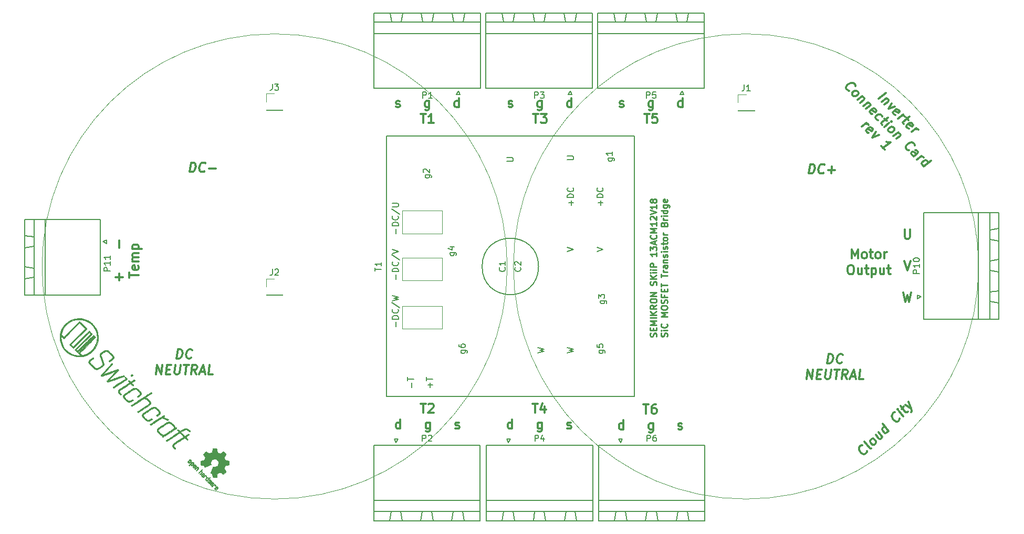
<source format=gto>
G04 #@! TF.FileFunction,Legend,Top*
%FSLAX46Y46*%
G04 Gerber Fmt 4.6, Leading zero omitted, Abs format (unit mm)*
G04 Created by KiCad (PCBNEW 4.0.6) date 2017 August 07, Monday 18:16:46*
%MOMM*%
%LPD*%
G01*
G04 APERTURE LIST*
%ADD10C,0.100000*%
%ADD11C,0.300000*%
%ADD12C,0.250000*%
%ADD13C,0.150000*%
%ADD14C,0.120000*%
%ADD15C,0.010000*%
G04 APERTURE END LIST*
D10*
D11*
X226102322Y-115608571D02*
X226289822Y-114108571D01*
X226646965Y-114108571D01*
X226852321Y-114180000D01*
X226977322Y-114322857D01*
X227030893Y-114465714D01*
X227066607Y-114751429D01*
X227039822Y-114965714D01*
X226932678Y-115251429D01*
X226843393Y-115394286D01*
X226682678Y-115537143D01*
X226459465Y-115608571D01*
X226102322Y-115608571D01*
X228477322Y-115465714D02*
X228396964Y-115537143D01*
X228173750Y-115608571D01*
X228030893Y-115608571D01*
X227825536Y-115537143D01*
X227700535Y-115394286D01*
X227646964Y-115251429D01*
X227611250Y-114965714D01*
X227638035Y-114751429D01*
X227745179Y-114465714D01*
X227834464Y-114322857D01*
X227995179Y-114180000D01*
X228218393Y-114108571D01*
X228361250Y-114108571D01*
X228566607Y-114180000D01*
X228629107Y-114251429D01*
X222780893Y-118158571D02*
X222968393Y-116658571D01*
X223638036Y-118158571D01*
X223825536Y-116658571D01*
X224450536Y-117372857D02*
X224950536Y-117372857D01*
X225066608Y-118158571D02*
X224352322Y-118158571D01*
X224539822Y-116658571D01*
X225254108Y-116658571D01*
X225896965Y-116658571D02*
X225745179Y-117872857D01*
X225798750Y-118015714D01*
X225861250Y-118087143D01*
X225995179Y-118158571D01*
X226280893Y-118158571D01*
X226432679Y-118087143D01*
X226513036Y-118015714D01*
X226602322Y-117872857D01*
X226754108Y-116658571D01*
X227254108Y-116658571D02*
X228111251Y-116658571D01*
X227495180Y-118158571D02*
X227682680Y-116658571D01*
X229280894Y-118158571D02*
X228870179Y-117444286D01*
X228423751Y-118158571D02*
X228611251Y-116658571D01*
X229182679Y-116658571D01*
X229316608Y-116730000D01*
X229379107Y-116801429D01*
X229432679Y-116944286D01*
X229405894Y-117158571D01*
X229316607Y-117301429D01*
X229236251Y-117372857D01*
X229084464Y-117444286D01*
X228513036Y-117444286D01*
X229905893Y-117730000D02*
X230620179Y-117730000D01*
X229709465Y-118158571D02*
X230396965Y-116658571D01*
X230709465Y-118158571D01*
X231923751Y-118158571D02*
X231209465Y-118158571D01*
X231396965Y-116658571D01*
X121200322Y-114846571D02*
X121387822Y-113346571D01*
X121744965Y-113346571D01*
X121950321Y-113418000D01*
X122075322Y-113560857D01*
X122128893Y-113703714D01*
X122164607Y-113989429D01*
X122137822Y-114203714D01*
X122030678Y-114489429D01*
X121941393Y-114632286D01*
X121780678Y-114775143D01*
X121557465Y-114846571D01*
X121200322Y-114846571D01*
X123575322Y-114703714D02*
X123494964Y-114775143D01*
X123271750Y-114846571D01*
X123128893Y-114846571D01*
X122923536Y-114775143D01*
X122798535Y-114632286D01*
X122744964Y-114489429D01*
X122709250Y-114203714D01*
X122736035Y-113989429D01*
X122843179Y-113703714D01*
X122932464Y-113560857D01*
X123093179Y-113418000D01*
X123316393Y-113346571D01*
X123459250Y-113346571D01*
X123664607Y-113418000D01*
X123727107Y-113489429D01*
X117878893Y-117396571D02*
X118066393Y-115896571D01*
X118736036Y-117396571D01*
X118923536Y-115896571D01*
X119548536Y-116610857D02*
X120048536Y-116610857D01*
X120164608Y-117396571D02*
X119450322Y-117396571D01*
X119637822Y-115896571D01*
X120352108Y-115896571D01*
X120994965Y-115896571D02*
X120843179Y-117110857D01*
X120896750Y-117253714D01*
X120959250Y-117325143D01*
X121093179Y-117396571D01*
X121378893Y-117396571D01*
X121530679Y-117325143D01*
X121611036Y-117253714D01*
X121700322Y-117110857D01*
X121852108Y-115896571D01*
X122352108Y-115896571D02*
X123209251Y-115896571D01*
X122593180Y-117396571D02*
X122780680Y-115896571D01*
X124378894Y-117396571D02*
X123968179Y-116682286D01*
X123521751Y-117396571D02*
X123709251Y-115896571D01*
X124280679Y-115896571D01*
X124414608Y-115968000D01*
X124477107Y-116039429D01*
X124530679Y-116182286D01*
X124503894Y-116396571D01*
X124414607Y-116539429D01*
X124334251Y-116610857D01*
X124182464Y-116682286D01*
X123611036Y-116682286D01*
X125003893Y-116968000D02*
X125718179Y-116968000D01*
X124807465Y-117396571D02*
X125494965Y-115896571D01*
X125807465Y-117396571D01*
X127021751Y-117396571D02*
X126307465Y-117396571D01*
X126494965Y-115896571D01*
X123319751Y-84752571D02*
X123507251Y-83252571D01*
X123864394Y-83252571D01*
X124069750Y-83324000D01*
X124194751Y-83466857D01*
X124248322Y-83609714D01*
X124284036Y-83895429D01*
X124257251Y-84109714D01*
X124150107Y-84395429D01*
X124060822Y-84538286D01*
X123900107Y-84681143D01*
X123676894Y-84752571D01*
X123319751Y-84752571D01*
X125694751Y-84609714D02*
X125614393Y-84681143D01*
X125391179Y-84752571D01*
X125248322Y-84752571D01*
X125042965Y-84681143D01*
X124917964Y-84538286D01*
X124864393Y-84395429D01*
X124828679Y-84109714D01*
X124855464Y-83895429D01*
X124962608Y-83609714D01*
X125051893Y-83466857D01*
X125212608Y-83324000D01*
X125435822Y-83252571D01*
X125578679Y-83252571D01*
X125784036Y-83324000D01*
X125846536Y-83395429D01*
X126391179Y-84181143D02*
X127534036Y-84181143D01*
X223141751Y-85006571D02*
X223329251Y-83506571D01*
X223686394Y-83506571D01*
X223891750Y-83578000D01*
X224016751Y-83720857D01*
X224070322Y-83863714D01*
X224106036Y-84149429D01*
X224079251Y-84363714D01*
X223972107Y-84649429D01*
X223882822Y-84792286D01*
X223722107Y-84935143D01*
X223498894Y-85006571D01*
X223141751Y-85006571D01*
X225516751Y-84863714D02*
X225436393Y-84935143D01*
X225213179Y-85006571D01*
X225070322Y-85006571D01*
X224864965Y-84935143D01*
X224739964Y-84792286D01*
X224686393Y-84649429D01*
X224650679Y-84363714D01*
X224677464Y-84149429D01*
X224784608Y-83863714D01*
X224873893Y-83720857D01*
X225034608Y-83578000D01*
X225257822Y-83506571D01*
X225400679Y-83506571D01*
X225606036Y-83578000D01*
X225668536Y-83649429D01*
X226213179Y-84435143D02*
X227356036Y-84435143D01*
X226713179Y-85006571D02*
X226856036Y-83863714D01*
X232481061Y-129794753D02*
X232474747Y-129902083D01*
X232367418Y-130110426D01*
X232266403Y-130211441D01*
X232070686Y-130306144D01*
X231881282Y-130293518D01*
X231742386Y-130230383D01*
X231515102Y-130053605D01*
X231382519Y-129883143D01*
X231256251Y-129605350D01*
X231218369Y-129441201D01*
X231230997Y-129226543D01*
X231338325Y-129018199D01*
X231439340Y-128917184D01*
X231635058Y-128822482D01*
X231729760Y-128828796D01*
X233175541Y-129302304D02*
X233030331Y-129346499D01*
X232891435Y-129283365D01*
X232095940Y-128260584D01*
X233731124Y-128746720D02*
X233585914Y-128790916D01*
X233491213Y-128784601D01*
X233352317Y-128721467D01*
X233087152Y-128380541D01*
X233049271Y-128216391D01*
X233055584Y-128109062D01*
X233112406Y-127951225D01*
X233263928Y-127799702D01*
X233409138Y-127755509D01*
X233503840Y-127761823D01*
X233642736Y-127824957D01*
X233907901Y-128165883D01*
X233945781Y-128330033D01*
X233939468Y-128437362D01*
X233882647Y-128595198D01*
X233731124Y-128746720D01*
X234375096Y-126688534D02*
X234993815Y-127484030D01*
X233920528Y-127143103D02*
X234406664Y-127768136D01*
X234545559Y-127831271D01*
X234690769Y-127787075D01*
X234842292Y-127635553D01*
X234899113Y-127477717D01*
X234905426Y-127370388D01*
X235953460Y-126524385D02*
X235025382Y-125331142D01*
X235909266Y-126467564D02*
X235852445Y-126625400D01*
X235650414Y-126827430D01*
X235505204Y-126871626D01*
X235410503Y-126865311D01*
X235271607Y-126802177D01*
X235006442Y-126461251D01*
X234968561Y-126297101D01*
X234974874Y-126189772D01*
X235031696Y-126031935D01*
X235233726Y-125829905D01*
X235378936Y-125785711D01*
X237784361Y-124491453D02*
X237778048Y-124598782D01*
X237670719Y-124807125D01*
X237569704Y-124908141D01*
X237373987Y-125002843D01*
X237184583Y-124990217D01*
X237045687Y-124927082D01*
X236818403Y-124750305D01*
X236685820Y-124579842D01*
X236559551Y-124302049D01*
X236521670Y-124137900D01*
X236534298Y-123923242D01*
X236641626Y-123714898D01*
X236742641Y-123613883D01*
X236938358Y-123519181D01*
X237033061Y-123525495D01*
X238327318Y-124150526D02*
X237708600Y-123355031D01*
X237399241Y-122957283D02*
X237392927Y-123064613D01*
X237487629Y-123070927D01*
X237493942Y-122963598D01*
X237399241Y-122957283D01*
X237487629Y-123070927D01*
X238062153Y-123001477D02*
X238466215Y-122597416D01*
X237904317Y-122452207D02*
X238699812Y-123474987D01*
X238838708Y-123538122D01*
X238983918Y-123493926D01*
X239084933Y-123392911D01*
X238718753Y-122344878D02*
X239590010Y-122887835D01*
X239223829Y-121839802D02*
X239590010Y-122887835D01*
X239709965Y-123272956D01*
X239703652Y-123380285D01*
X239646831Y-123538121D01*
X156563857Y-74262143D02*
X156706714Y-74333571D01*
X156992429Y-74333571D01*
X157135286Y-74262143D01*
X157206714Y-74119286D01*
X157206714Y-74047857D01*
X157135286Y-73905000D01*
X156992429Y-73833571D01*
X156778143Y-73833571D01*
X156635286Y-73762143D01*
X156563857Y-73619286D01*
X156563857Y-73547857D01*
X156635286Y-73405000D01*
X156778143Y-73333571D01*
X156992429Y-73333571D01*
X157135286Y-73405000D01*
X161921000Y-73333571D02*
X161921000Y-74547857D01*
X161849571Y-74690714D01*
X161778143Y-74762143D01*
X161635286Y-74833571D01*
X161421000Y-74833571D01*
X161278143Y-74762143D01*
X161921000Y-74262143D02*
X161778143Y-74333571D01*
X161492429Y-74333571D01*
X161349571Y-74262143D01*
X161278143Y-74190714D01*
X161206714Y-74047857D01*
X161206714Y-73619286D01*
X161278143Y-73476429D01*
X161349571Y-73405000D01*
X161492429Y-73333571D01*
X161778143Y-73333571D01*
X161921000Y-73405000D01*
X166706714Y-74333571D02*
X166706714Y-72833571D01*
X166706714Y-74262143D02*
X166563857Y-74333571D01*
X166278143Y-74333571D01*
X166135285Y-74262143D01*
X166063857Y-74190714D01*
X165992428Y-74047857D01*
X165992428Y-73619286D01*
X166063857Y-73476429D01*
X166135285Y-73405000D01*
X166278143Y-73333571D01*
X166563857Y-73333571D01*
X166706714Y-73405000D01*
X160528143Y-75383571D02*
X161385286Y-75383571D01*
X160956715Y-76883571D02*
X160956715Y-75383571D01*
X162671000Y-76883571D02*
X161813857Y-76883571D01*
X162242429Y-76883571D02*
X162242429Y-75383571D01*
X162099572Y-75597857D01*
X161956714Y-75740714D01*
X161813857Y-75812143D01*
X174724857Y-74262143D02*
X174867714Y-74333571D01*
X175153429Y-74333571D01*
X175296286Y-74262143D01*
X175367714Y-74119286D01*
X175367714Y-74047857D01*
X175296286Y-73905000D01*
X175153429Y-73833571D01*
X174939143Y-73833571D01*
X174796286Y-73762143D01*
X174724857Y-73619286D01*
X174724857Y-73547857D01*
X174796286Y-73405000D01*
X174939143Y-73333571D01*
X175153429Y-73333571D01*
X175296286Y-73405000D01*
X180082000Y-73333571D02*
X180082000Y-74547857D01*
X180010571Y-74690714D01*
X179939143Y-74762143D01*
X179796286Y-74833571D01*
X179582000Y-74833571D01*
X179439143Y-74762143D01*
X180082000Y-74262143D02*
X179939143Y-74333571D01*
X179653429Y-74333571D01*
X179510571Y-74262143D01*
X179439143Y-74190714D01*
X179367714Y-74047857D01*
X179367714Y-73619286D01*
X179439143Y-73476429D01*
X179510571Y-73405000D01*
X179653429Y-73333571D01*
X179939143Y-73333571D01*
X180082000Y-73405000D01*
X184867714Y-74333571D02*
X184867714Y-72833571D01*
X184867714Y-74262143D02*
X184724857Y-74333571D01*
X184439143Y-74333571D01*
X184296285Y-74262143D01*
X184224857Y-74190714D01*
X184153428Y-74047857D01*
X184153428Y-73619286D01*
X184224857Y-73476429D01*
X184296285Y-73405000D01*
X184439143Y-73333571D01*
X184724857Y-73333571D01*
X184867714Y-73405000D01*
X178689143Y-75383571D02*
X179546286Y-75383571D01*
X179117715Y-76883571D02*
X179117715Y-75383571D01*
X179903429Y-75383571D02*
X180832000Y-75383571D01*
X180332000Y-75955000D01*
X180546286Y-75955000D01*
X180689143Y-76026429D01*
X180760572Y-76097857D01*
X180832000Y-76240714D01*
X180832000Y-76597857D01*
X180760572Y-76740714D01*
X180689143Y-76812143D01*
X180546286Y-76883571D01*
X180117714Y-76883571D01*
X179974857Y-76812143D01*
X179903429Y-76740714D01*
X192631857Y-74262143D02*
X192774714Y-74333571D01*
X193060429Y-74333571D01*
X193203286Y-74262143D01*
X193274714Y-74119286D01*
X193274714Y-74047857D01*
X193203286Y-73905000D01*
X193060429Y-73833571D01*
X192846143Y-73833571D01*
X192703286Y-73762143D01*
X192631857Y-73619286D01*
X192631857Y-73547857D01*
X192703286Y-73405000D01*
X192846143Y-73333571D01*
X193060429Y-73333571D01*
X193203286Y-73405000D01*
X197989000Y-73333571D02*
X197989000Y-74547857D01*
X197917571Y-74690714D01*
X197846143Y-74762143D01*
X197703286Y-74833571D01*
X197489000Y-74833571D01*
X197346143Y-74762143D01*
X197989000Y-74262143D02*
X197846143Y-74333571D01*
X197560429Y-74333571D01*
X197417571Y-74262143D01*
X197346143Y-74190714D01*
X197274714Y-74047857D01*
X197274714Y-73619286D01*
X197346143Y-73476429D01*
X197417571Y-73405000D01*
X197560429Y-73333571D01*
X197846143Y-73333571D01*
X197989000Y-73405000D01*
X202774714Y-74333571D02*
X202774714Y-72833571D01*
X202774714Y-74262143D02*
X202631857Y-74333571D01*
X202346143Y-74333571D01*
X202203285Y-74262143D01*
X202131857Y-74190714D01*
X202060428Y-74047857D01*
X202060428Y-73619286D01*
X202131857Y-73476429D01*
X202203285Y-73405000D01*
X202346143Y-73333571D01*
X202631857Y-73333571D01*
X202774714Y-73405000D01*
X196596143Y-75383571D02*
X197453286Y-75383571D01*
X197024715Y-76883571D02*
X197024715Y-75383571D01*
X198667572Y-75383571D02*
X197953286Y-75383571D01*
X197881857Y-76097857D01*
X197953286Y-76026429D01*
X198096143Y-75955000D01*
X198453286Y-75955000D01*
X198596143Y-76026429D01*
X198667572Y-76097857D01*
X198739000Y-76240714D01*
X198739000Y-76597857D01*
X198667572Y-76740714D01*
X198596143Y-76812143D01*
X198453286Y-76883571D01*
X198096143Y-76883571D01*
X197953286Y-76812143D01*
X197881857Y-76740714D01*
X111938343Y-102274285D02*
X111938343Y-101131428D01*
X112509771Y-101702857D02*
X111366914Y-101702857D01*
X111938343Y-96988571D02*
X111938343Y-95845714D01*
X113559771Y-101810000D02*
X113559771Y-100952857D01*
X115059771Y-101381428D02*
X113559771Y-101381428D01*
X114988343Y-99881429D02*
X115059771Y-100024286D01*
X115059771Y-100310000D01*
X114988343Y-100452857D01*
X114845486Y-100524286D01*
X114274057Y-100524286D01*
X114131200Y-100452857D01*
X114059771Y-100310000D01*
X114059771Y-100024286D01*
X114131200Y-99881429D01*
X114274057Y-99810000D01*
X114416914Y-99810000D01*
X114559771Y-100524286D01*
X115059771Y-99167143D02*
X114059771Y-99167143D01*
X114202629Y-99167143D02*
X114131200Y-99095715D01*
X114059771Y-98952857D01*
X114059771Y-98738572D01*
X114131200Y-98595715D01*
X114274057Y-98524286D01*
X115059771Y-98524286D01*
X114274057Y-98524286D02*
X114131200Y-98452857D01*
X114059771Y-98310000D01*
X114059771Y-98095715D01*
X114131200Y-97952857D01*
X114274057Y-97881429D01*
X115059771Y-97881429D01*
X114059771Y-97167143D02*
X115559771Y-97167143D01*
X114131200Y-97167143D02*
X114059771Y-97024286D01*
X114059771Y-96738572D01*
X114131200Y-96595715D01*
X114202629Y-96524286D01*
X114345486Y-96452857D01*
X114774057Y-96452857D01*
X114916914Y-96524286D01*
X114988343Y-96595715D01*
X115059771Y-96738572D01*
X115059771Y-97024286D01*
X114988343Y-97167143D01*
X196469143Y-122236571D02*
X197326286Y-122236571D01*
X196897715Y-123736571D02*
X196897715Y-122236571D01*
X198469143Y-122236571D02*
X198183429Y-122236571D01*
X198040572Y-122308000D01*
X197969143Y-122379429D01*
X197826286Y-122593714D01*
X197754857Y-122879429D01*
X197754857Y-123450857D01*
X197826286Y-123593714D01*
X197897714Y-123665143D01*
X198040572Y-123736571D01*
X198326286Y-123736571D01*
X198469143Y-123665143D01*
X198540572Y-123593714D01*
X198612000Y-123450857D01*
X198612000Y-123093714D01*
X198540572Y-122950857D01*
X198469143Y-122879429D01*
X198326286Y-122808000D01*
X198040572Y-122808000D01*
X197897714Y-122879429D01*
X197826286Y-122950857D01*
X197754857Y-123093714D01*
X193219143Y-126286571D02*
X193219143Y-124786571D01*
X193219143Y-126215143D02*
X193076286Y-126286571D01*
X192790572Y-126286571D01*
X192647714Y-126215143D01*
X192576286Y-126143714D01*
X192504857Y-126000857D01*
X192504857Y-125572286D01*
X192576286Y-125429429D01*
X192647714Y-125358000D01*
X192790572Y-125286571D01*
X193076286Y-125286571D01*
X193219143Y-125358000D01*
X198004857Y-125286571D02*
X198004857Y-126500857D01*
X197933428Y-126643714D01*
X197862000Y-126715143D01*
X197719143Y-126786571D01*
X197504857Y-126786571D01*
X197362000Y-126715143D01*
X198004857Y-126215143D02*
X197862000Y-126286571D01*
X197576286Y-126286571D01*
X197433428Y-126215143D01*
X197362000Y-126143714D01*
X197290571Y-126000857D01*
X197290571Y-125572286D01*
X197362000Y-125429429D01*
X197433428Y-125358000D01*
X197576286Y-125286571D01*
X197862000Y-125286571D01*
X198004857Y-125358000D01*
X202076285Y-126215143D02*
X202219142Y-126286571D01*
X202504857Y-126286571D01*
X202647714Y-126215143D01*
X202719142Y-126072286D01*
X202719142Y-126000857D01*
X202647714Y-125858000D01*
X202504857Y-125786571D01*
X202290571Y-125786571D01*
X202147714Y-125715143D01*
X202076285Y-125572286D01*
X202076285Y-125500857D01*
X202147714Y-125358000D01*
X202290571Y-125286571D01*
X202504857Y-125286571D01*
X202647714Y-125358000D01*
X178562143Y-122109571D02*
X179419286Y-122109571D01*
X178990715Y-123609571D02*
X178990715Y-122109571D01*
X180562143Y-122609571D02*
X180562143Y-123609571D01*
X180205000Y-122038143D02*
X179847857Y-123109571D01*
X180776429Y-123109571D01*
X175312143Y-126159571D02*
X175312143Y-124659571D01*
X175312143Y-126088143D02*
X175169286Y-126159571D01*
X174883572Y-126159571D01*
X174740714Y-126088143D01*
X174669286Y-126016714D01*
X174597857Y-125873857D01*
X174597857Y-125445286D01*
X174669286Y-125302429D01*
X174740714Y-125231000D01*
X174883572Y-125159571D01*
X175169286Y-125159571D01*
X175312143Y-125231000D01*
X180097857Y-125159571D02*
X180097857Y-126373857D01*
X180026428Y-126516714D01*
X179955000Y-126588143D01*
X179812143Y-126659571D01*
X179597857Y-126659571D01*
X179455000Y-126588143D01*
X180097857Y-126088143D02*
X179955000Y-126159571D01*
X179669286Y-126159571D01*
X179526428Y-126088143D01*
X179455000Y-126016714D01*
X179383571Y-125873857D01*
X179383571Y-125445286D01*
X179455000Y-125302429D01*
X179526428Y-125231000D01*
X179669286Y-125159571D01*
X179955000Y-125159571D01*
X180097857Y-125231000D01*
X184169285Y-126088143D02*
X184312142Y-126159571D01*
X184597857Y-126159571D01*
X184740714Y-126088143D01*
X184812142Y-125945286D01*
X184812142Y-125873857D01*
X184740714Y-125731000D01*
X184597857Y-125659571D01*
X184383571Y-125659571D01*
X184240714Y-125588143D01*
X184169285Y-125445286D01*
X184169285Y-125373857D01*
X184240714Y-125231000D01*
X184383571Y-125159571D01*
X184597857Y-125159571D01*
X184740714Y-125231000D01*
X160528143Y-122109571D02*
X161385286Y-122109571D01*
X160956715Y-123609571D02*
X160956715Y-122109571D01*
X161813857Y-122252429D02*
X161885286Y-122181000D01*
X162028143Y-122109571D01*
X162385286Y-122109571D01*
X162528143Y-122181000D01*
X162599572Y-122252429D01*
X162671000Y-122395286D01*
X162671000Y-122538143D01*
X162599572Y-122752429D01*
X161742429Y-123609571D01*
X162671000Y-123609571D01*
X157278143Y-126159571D02*
X157278143Y-124659571D01*
X157278143Y-126088143D02*
X157135286Y-126159571D01*
X156849572Y-126159571D01*
X156706714Y-126088143D01*
X156635286Y-126016714D01*
X156563857Y-125873857D01*
X156563857Y-125445286D01*
X156635286Y-125302429D01*
X156706714Y-125231000D01*
X156849572Y-125159571D01*
X157135286Y-125159571D01*
X157278143Y-125231000D01*
X162063857Y-125159571D02*
X162063857Y-126373857D01*
X161992428Y-126516714D01*
X161921000Y-126588143D01*
X161778143Y-126659571D01*
X161563857Y-126659571D01*
X161421000Y-126588143D01*
X162063857Y-126088143D02*
X161921000Y-126159571D01*
X161635286Y-126159571D01*
X161492428Y-126088143D01*
X161421000Y-126016714D01*
X161349571Y-125873857D01*
X161349571Y-125445286D01*
X161421000Y-125302429D01*
X161492428Y-125231000D01*
X161635286Y-125159571D01*
X161921000Y-125159571D01*
X162063857Y-125231000D01*
X166135285Y-126088143D02*
X166278142Y-126159571D01*
X166563857Y-126159571D01*
X166706714Y-126088143D01*
X166778142Y-125945286D01*
X166778142Y-125873857D01*
X166706714Y-125731000D01*
X166563857Y-125659571D01*
X166349571Y-125659571D01*
X166206714Y-125588143D01*
X166135285Y-125445286D01*
X166135285Y-125373857D01*
X166206714Y-125231000D01*
X166349571Y-125159571D01*
X166563857Y-125159571D01*
X166706714Y-125231000D01*
X230041000Y-98717571D02*
X230041000Y-97217571D01*
X230541000Y-98289000D01*
X231041000Y-97217571D01*
X231041000Y-98717571D01*
X231969572Y-98717571D02*
X231826714Y-98646143D01*
X231755286Y-98574714D01*
X231683857Y-98431857D01*
X231683857Y-98003286D01*
X231755286Y-97860429D01*
X231826714Y-97789000D01*
X231969572Y-97717571D01*
X232183857Y-97717571D01*
X232326714Y-97789000D01*
X232398143Y-97860429D01*
X232469572Y-98003286D01*
X232469572Y-98431857D01*
X232398143Y-98574714D01*
X232326714Y-98646143D01*
X232183857Y-98717571D01*
X231969572Y-98717571D01*
X232898143Y-97717571D02*
X233469572Y-97717571D01*
X233112429Y-97217571D02*
X233112429Y-98503286D01*
X233183857Y-98646143D01*
X233326715Y-98717571D01*
X233469572Y-98717571D01*
X234183858Y-98717571D02*
X234041000Y-98646143D01*
X233969572Y-98574714D01*
X233898143Y-98431857D01*
X233898143Y-98003286D01*
X233969572Y-97860429D01*
X234041000Y-97789000D01*
X234183858Y-97717571D01*
X234398143Y-97717571D01*
X234541000Y-97789000D01*
X234612429Y-97860429D01*
X234683858Y-98003286D01*
X234683858Y-98431857D01*
X234612429Y-98574714D01*
X234541000Y-98646143D01*
X234398143Y-98717571D01*
X234183858Y-98717571D01*
X235326715Y-98717571D02*
X235326715Y-97717571D01*
X235326715Y-98003286D02*
X235398143Y-97860429D01*
X235469572Y-97789000D01*
X235612429Y-97717571D01*
X235755286Y-97717571D01*
X229755285Y-99767571D02*
X230040999Y-99767571D01*
X230183857Y-99839000D01*
X230326714Y-99981857D01*
X230398142Y-100267571D01*
X230398142Y-100767571D01*
X230326714Y-101053286D01*
X230183857Y-101196143D01*
X230040999Y-101267571D01*
X229755285Y-101267571D01*
X229612428Y-101196143D01*
X229469571Y-101053286D01*
X229398142Y-100767571D01*
X229398142Y-100267571D01*
X229469571Y-99981857D01*
X229612428Y-99839000D01*
X229755285Y-99767571D01*
X231683857Y-100267571D02*
X231683857Y-101267571D01*
X231041000Y-100267571D02*
X231041000Y-101053286D01*
X231112428Y-101196143D01*
X231255286Y-101267571D01*
X231469571Y-101267571D01*
X231612428Y-101196143D01*
X231683857Y-101124714D01*
X232183857Y-100267571D02*
X232755286Y-100267571D01*
X232398143Y-99767571D02*
X232398143Y-101053286D01*
X232469571Y-101196143D01*
X232612429Y-101267571D01*
X232755286Y-101267571D01*
X233255286Y-100267571D02*
X233255286Y-101767571D01*
X233255286Y-100339000D02*
X233398143Y-100267571D01*
X233683857Y-100267571D01*
X233826714Y-100339000D01*
X233898143Y-100410429D01*
X233969572Y-100553286D01*
X233969572Y-100981857D01*
X233898143Y-101124714D01*
X233826714Y-101196143D01*
X233683857Y-101267571D01*
X233398143Y-101267571D01*
X233255286Y-101196143D01*
X235255286Y-100267571D02*
X235255286Y-101267571D01*
X234612429Y-100267571D02*
X234612429Y-101053286D01*
X234683857Y-101196143D01*
X234826715Y-101267571D01*
X235041000Y-101267571D01*
X235183857Y-101196143D01*
X235255286Y-101124714D01*
X235755286Y-100267571D02*
X236326715Y-100267571D01*
X235969572Y-99767571D02*
X235969572Y-101053286D01*
X236041000Y-101196143D01*
X236183858Y-101267571D01*
X236326715Y-101267571D01*
D12*
X198513362Y-111323638D02*
X198560981Y-111180781D01*
X198560981Y-110942685D01*
X198513362Y-110847447D01*
X198465743Y-110799828D01*
X198370505Y-110752209D01*
X198275267Y-110752209D01*
X198180029Y-110799828D01*
X198132410Y-110847447D01*
X198084790Y-110942685D01*
X198037171Y-111133162D01*
X197989552Y-111228400D01*
X197941933Y-111276019D01*
X197846695Y-111323638D01*
X197751457Y-111323638D01*
X197656219Y-111276019D01*
X197608600Y-111228400D01*
X197560981Y-111133162D01*
X197560981Y-110895066D01*
X197608600Y-110752209D01*
X198037171Y-110323638D02*
X198037171Y-109990304D01*
X198560981Y-109847447D02*
X198560981Y-110323638D01*
X197560981Y-110323638D01*
X197560981Y-109847447D01*
X198560981Y-109418876D02*
X197560981Y-109418876D01*
X198275267Y-109085542D01*
X197560981Y-108752209D01*
X198560981Y-108752209D01*
X198560981Y-108276019D02*
X197560981Y-108276019D01*
X198560981Y-107799829D02*
X197560981Y-107799829D01*
X198560981Y-107228400D02*
X197989552Y-107656972D01*
X197560981Y-107228400D02*
X198132410Y-107799829D01*
X198560981Y-106228400D02*
X198084790Y-106561734D01*
X198560981Y-106799829D02*
X197560981Y-106799829D01*
X197560981Y-106418876D01*
X197608600Y-106323638D01*
X197656219Y-106276019D01*
X197751457Y-106228400D01*
X197894314Y-106228400D01*
X197989552Y-106276019D01*
X198037171Y-106323638D01*
X198084790Y-106418876D01*
X198084790Y-106799829D01*
X197560981Y-105609353D02*
X197560981Y-105418876D01*
X197608600Y-105323638D01*
X197703838Y-105228400D01*
X197894314Y-105180781D01*
X198227648Y-105180781D01*
X198418124Y-105228400D01*
X198513362Y-105323638D01*
X198560981Y-105418876D01*
X198560981Y-105609353D01*
X198513362Y-105704591D01*
X198418124Y-105799829D01*
X198227648Y-105847448D01*
X197894314Y-105847448D01*
X197703838Y-105799829D01*
X197608600Y-105704591D01*
X197560981Y-105609353D01*
X198560981Y-104752210D02*
X197560981Y-104752210D01*
X198560981Y-104180781D01*
X197560981Y-104180781D01*
X198513362Y-102990305D02*
X198560981Y-102847448D01*
X198560981Y-102609352D01*
X198513362Y-102514114D01*
X198465743Y-102466495D01*
X198370505Y-102418876D01*
X198275267Y-102418876D01*
X198180029Y-102466495D01*
X198132410Y-102514114D01*
X198084790Y-102609352D01*
X198037171Y-102799829D01*
X197989552Y-102895067D01*
X197941933Y-102942686D01*
X197846695Y-102990305D01*
X197751457Y-102990305D01*
X197656219Y-102942686D01*
X197608600Y-102895067D01*
X197560981Y-102799829D01*
X197560981Y-102561733D01*
X197608600Y-102418876D01*
X198560981Y-101990305D02*
X197560981Y-101990305D01*
X198560981Y-101418876D02*
X197989552Y-101847448D01*
X197560981Y-101418876D02*
X198132410Y-101990305D01*
X198560981Y-100990305D02*
X197894314Y-100990305D01*
X197560981Y-100990305D02*
X197608600Y-101037924D01*
X197656219Y-100990305D01*
X197608600Y-100942686D01*
X197560981Y-100990305D01*
X197656219Y-100990305D01*
X198560981Y-100514115D02*
X197894314Y-100514115D01*
X197560981Y-100514115D02*
X197608600Y-100561734D01*
X197656219Y-100514115D01*
X197608600Y-100466496D01*
X197560981Y-100514115D01*
X197656219Y-100514115D01*
X198560981Y-100037925D02*
X197560981Y-100037925D01*
X197560981Y-99656972D01*
X197608600Y-99561734D01*
X197656219Y-99514115D01*
X197751457Y-99466496D01*
X197894314Y-99466496D01*
X197989552Y-99514115D01*
X198037171Y-99561734D01*
X198084790Y-99656972D01*
X198084790Y-100037925D01*
X198560981Y-97752210D02*
X198560981Y-98323639D01*
X198560981Y-98037925D02*
X197560981Y-98037925D01*
X197703838Y-98133163D01*
X197799076Y-98228401D01*
X197846695Y-98323639D01*
X197560981Y-97418877D02*
X197560981Y-96799829D01*
X197941933Y-97133163D01*
X197941933Y-96990305D01*
X197989552Y-96895067D01*
X198037171Y-96847448D01*
X198132410Y-96799829D01*
X198370505Y-96799829D01*
X198465743Y-96847448D01*
X198513362Y-96895067D01*
X198560981Y-96990305D01*
X198560981Y-97276020D01*
X198513362Y-97371258D01*
X198465743Y-97418877D01*
X198275267Y-96418877D02*
X198275267Y-95942686D01*
X198560981Y-96514115D02*
X197560981Y-96180782D01*
X198560981Y-95847448D01*
X198465743Y-94942686D02*
X198513362Y-94990305D01*
X198560981Y-95133162D01*
X198560981Y-95228400D01*
X198513362Y-95371258D01*
X198418124Y-95466496D01*
X198322886Y-95514115D01*
X198132410Y-95561734D01*
X197989552Y-95561734D01*
X197799076Y-95514115D01*
X197703838Y-95466496D01*
X197608600Y-95371258D01*
X197560981Y-95228400D01*
X197560981Y-95133162D01*
X197608600Y-94990305D01*
X197656219Y-94942686D01*
X198560981Y-94514115D02*
X197560981Y-94514115D01*
X198275267Y-94180781D01*
X197560981Y-93847448D01*
X198560981Y-93847448D01*
X198560981Y-92847448D02*
X198560981Y-93418877D01*
X198560981Y-93133163D02*
X197560981Y-93133163D01*
X197703838Y-93228401D01*
X197799076Y-93323639D01*
X197846695Y-93418877D01*
X197656219Y-92466496D02*
X197608600Y-92418877D01*
X197560981Y-92323639D01*
X197560981Y-92085543D01*
X197608600Y-91990305D01*
X197656219Y-91942686D01*
X197751457Y-91895067D01*
X197846695Y-91895067D01*
X197989552Y-91942686D01*
X198560981Y-92514115D01*
X198560981Y-91895067D01*
X197560981Y-91609353D02*
X198560981Y-91276020D01*
X197560981Y-90942686D01*
X198560981Y-90085543D02*
X198560981Y-90656972D01*
X198560981Y-90371258D02*
X197560981Y-90371258D01*
X197703838Y-90466496D01*
X197799076Y-90561734D01*
X197846695Y-90656972D01*
X197989552Y-89514115D02*
X197941933Y-89609353D01*
X197894314Y-89656972D01*
X197799076Y-89704591D01*
X197751457Y-89704591D01*
X197656219Y-89656972D01*
X197608600Y-89609353D01*
X197560981Y-89514115D01*
X197560981Y-89323638D01*
X197608600Y-89228400D01*
X197656219Y-89180781D01*
X197751457Y-89133162D01*
X197799076Y-89133162D01*
X197894314Y-89180781D01*
X197941933Y-89228400D01*
X197989552Y-89323638D01*
X197989552Y-89514115D01*
X198037171Y-89609353D01*
X198084790Y-89656972D01*
X198180029Y-89704591D01*
X198370505Y-89704591D01*
X198465743Y-89656972D01*
X198513362Y-89609353D01*
X198560981Y-89514115D01*
X198560981Y-89323638D01*
X198513362Y-89228400D01*
X198465743Y-89180781D01*
X198370505Y-89133162D01*
X198180029Y-89133162D01*
X198084790Y-89180781D01*
X198037171Y-89228400D01*
X197989552Y-89323638D01*
X200263362Y-111299830D02*
X200310981Y-111156973D01*
X200310981Y-110918877D01*
X200263362Y-110823639D01*
X200215743Y-110776020D01*
X200120505Y-110728401D01*
X200025267Y-110728401D01*
X199930029Y-110776020D01*
X199882410Y-110823639D01*
X199834790Y-110918877D01*
X199787171Y-111109354D01*
X199739552Y-111204592D01*
X199691933Y-111252211D01*
X199596695Y-111299830D01*
X199501457Y-111299830D01*
X199406219Y-111252211D01*
X199358600Y-111204592D01*
X199310981Y-111109354D01*
X199310981Y-110871258D01*
X199358600Y-110728401D01*
X200310981Y-110299830D02*
X199644314Y-110299830D01*
X199310981Y-110299830D02*
X199358600Y-110347449D01*
X199406219Y-110299830D01*
X199358600Y-110252211D01*
X199310981Y-110299830D01*
X199406219Y-110299830D01*
X200215743Y-109252211D02*
X200263362Y-109299830D01*
X200310981Y-109442687D01*
X200310981Y-109537925D01*
X200263362Y-109680783D01*
X200168124Y-109776021D01*
X200072886Y-109823640D01*
X199882410Y-109871259D01*
X199739552Y-109871259D01*
X199549076Y-109823640D01*
X199453838Y-109776021D01*
X199358600Y-109680783D01*
X199310981Y-109537925D01*
X199310981Y-109442687D01*
X199358600Y-109299830D01*
X199406219Y-109252211D01*
X200310981Y-108061735D02*
X199310981Y-108061735D01*
X200025267Y-107728401D01*
X199310981Y-107395068D01*
X200310981Y-107395068D01*
X199310981Y-106728402D02*
X199310981Y-106537925D01*
X199358600Y-106442687D01*
X199453838Y-106347449D01*
X199644314Y-106299830D01*
X199977648Y-106299830D01*
X200168124Y-106347449D01*
X200263362Y-106442687D01*
X200310981Y-106537925D01*
X200310981Y-106728402D01*
X200263362Y-106823640D01*
X200168124Y-106918878D01*
X199977648Y-106966497D01*
X199644314Y-106966497D01*
X199453838Y-106918878D01*
X199358600Y-106823640D01*
X199310981Y-106728402D01*
X200263362Y-105918878D02*
X200310981Y-105776021D01*
X200310981Y-105537925D01*
X200263362Y-105442687D01*
X200215743Y-105395068D01*
X200120505Y-105347449D01*
X200025267Y-105347449D01*
X199930029Y-105395068D01*
X199882410Y-105442687D01*
X199834790Y-105537925D01*
X199787171Y-105728402D01*
X199739552Y-105823640D01*
X199691933Y-105871259D01*
X199596695Y-105918878D01*
X199501457Y-105918878D01*
X199406219Y-105871259D01*
X199358600Y-105823640D01*
X199310981Y-105728402D01*
X199310981Y-105490306D01*
X199358600Y-105347449D01*
X199787171Y-104585544D02*
X199787171Y-104918878D01*
X200310981Y-104918878D02*
X199310981Y-104918878D01*
X199310981Y-104442687D01*
X199787171Y-104061735D02*
X199787171Y-103728401D01*
X200310981Y-103585544D02*
X200310981Y-104061735D01*
X199310981Y-104061735D01*
X199310981Y-103585544D01*
X199310981Y-103299830D02*
X199310981Y-102728401D01*
X200310981Y-103014116D02*
X199310981Y-103014116D01*
X199310981Y-101776020D02*
X199310981Y-101204591D01*
X200310981Y-101490306D02*
X199310981Y-101490306D01*
X200310981Y-100871258D02*
X199644314Y-100871258D01*
X199834790Y-100871258D02*
X199739552Y-100823639D01*
X199691933Y-100776020D01*
X199644314Y-100680782D01*
X199644314Y-100585543D01*
X200310981Y-99823638D02*
X199787171Y-99823638D01*
X199691933Y-99871257D01*
X199644314Y-99966495D01*
X199644314Y-100156972D01*
X199691933Y-100252210D01*
X200263362Y-99823638D02*
X200310981Y-99918876D01*
X200310981Y-100156972D01*
X200263362Y-100252210D01*
X200168124Y-100299829D01*
X200072886Y-100299829D01*
X199977648Y-100252210D01*
X199930029Y-100156972D01*
X199930029Y-99918876D01*
X199882410Y-99823638D01*
X199644314Y-99347448D02*
X200310981Y-99347448D01*
X199739552Y-99347448D02*
X199691933Y-99299829D01*
X199644314Y-99204591D01*
X199644314Y-99061733D01*
X199691933Y-98966495D01*
X199787171Y-98918876D01*
X200310981Y-98918876D01*
X200263362Y-98490305D02*
X200310981Y-98395067D01*
X200310981Y-98204591D01*
X200263362Y-98109352D01*
X200168124Y-98061733D01*
X200120505Y-98061733D01*
X200025267Y-98109352D01*
X199977648Y-98204591D01*
X199977648Y-98347448D01*
X199930029Y-98442686D01*
X199834790Y-98490305D01*
X199787171Y-98490305D01*
X199691933Y-98442686D01*
X199644314Y-98347448D01*
X199644314Y-98204591D01*
X199691933Y-98109352D01*
X200310981Y-97633162D02*
X199644314Y-97633162D01*
X199310981Y-97633162D02*
X199358600Y-97680781D01*
X199406219Y-97633162D01*
X199358600Y-97585543D01*
X199310981Y-97633162D01*
X199406219Y-97633162D01*
X200263362Y-97204591D02*
X200310981Y-97109353D01*
X200310981Y-96918877D01*
X200263362Y-96823638D01*
X200168124Y-96776019D01*
X200120505Y-96776019D01*
X200025267Y-96823638D01*
X199977648Y-96918877D01*
X199977648Y-97061734D01*
X199930029Y-97156972D01*
X199834790Y-97204591D01*
X199787171Y-97204591D01*
X199691933Y-97156972D01*
X199644314Y-97061734D01*
X199644314Y-96918877D01*
X199691933Y-96823638D01*
X199644314Y-96490305D02*
X199644314Y-96109353D01*
X199310981Y-96347448D02*
X200168124Y-96347448D01*
X200263362Y-96299829D01*
X200310981Y-96204591D01*
X200310981Y-96109353D01*
X200310981Y-95633162D02*
X200263362Y-95728400D01*
X200215743Y-95776019D01*
X200120505Y-95823638D01*
X199834790Y-95823638D01*
X199739552Y-95776019D01*
X199691933Y-95728400D01*
X199644314Y-95633162D01*
X199644314Y-95490304D01*
X199691933Y-95395066D01*
X199739552Y-95347447D01*
X199834790Y-95299828D01*
X200120505Y-95299828D01*
X200215743Y-95347447D01*
X200263362Y-95395066D01*
X200310981Y-95490304D01*
X200310981Y-95633162D01*
X200310981Y-94871257D02*
X199644314Y-94871257D01*
X199834790Y-94871257D02*
X199739552Y-94823638D01*
X199691933Y-94776019D01*
X199644314Y-94680781D01*
X199644314Y-94585542D01*
X199787171Y-93156970D02*
X199834790Y-93014113D01*
X199882410Y-92966494D01*
X199977648Y-92918875D01*
X200120505Y-92918875D01*
X200215743Y-92966494D01*
X200263362Y-93014113D01*
X200310981Y-93109351D01*
X200310981Y-93490304D01*
X199310981Y-93490304D01*
X199310981Y-93156970D01*
X199358600Y-93061732D01*
X199406219Y-93014113D01*
X199501457Y-92966494D01*
X199596695Y-92966494D01*
X199691933Y-93014113D01*
X199739552Y-93061732D01*
X199787171Y-93156970D01*
X199787171Y-93490304D01*
X200310981Y-92490304D02*
X199644314Y-92490304D01*
X199834790Y-92490304D02*
X199739552Y-92442685D01*
X199691933Y-92395066D01*
X199644314Y-92299828D01*
X199644314Y-92204589D01*
X200310981Y-91871256D02*
X199644314Y-91871256D01*
X199310981Y-91871256D02*
X199358600Y-91918875D01*
X199406219Y-91871256D01*
X199358600Y-91823637D01*
X199310981Y-91871256D01*
X199406219Y-91871256D01*
X200310981Y-90966494D02*
X199310981Y-90966494D01*
X200263362Y-90966494D02*
X200310981Y-91061732D01*
X200310981Y-91252209D01*
X200263362Y-91347447D01*
X200215743Y-91395066D01*
X200120505Y-91442685D01*
X199834790Y-91442685D01*
X199739552Y-91395066D01*
X199691933Y-91347447D01*
X199644314Y-91252209D01*
X199644314Y-91061732D01*
X199691933Y-90966494D01*
X199644314Y-90061732D02*
X200453838Y-90061732D01*
X200549076Y-90109351D01*
X200596695Y-90156970D01*
X200644314Y-90252209D01*
X200644314Y-90395066D01*
X200596695Y-90490304D01*
X200263362Y-90061732D02*
X200310981Y-90156970D01*
X200310981Y-90347447D01*
X200263362Y-90442685D01*
X200215743Y-90490304D01*
X200120505Y-90537923D01*
X199834790Y-90537923D01*
X199739552Y-90490304D01*
X199691933Y-90442685D01*
X199644314Y-90347447D01*
X199644314Y-90156970D01*
X199691933Y-90061732D01*
X200263362Y-89204589D02*
X200310981Y-89299827D01*
X200310981Y-89490304D01*
X200263362Y-89585542D01*
X200168124Y-89633161D01*
X199787171Y-89633161D01*
X199691933Y-89585542D01*
X199644314Y-89490304D01*
X199644314Y-89299827D01*
X199691933Y-89204589D01*
X199787171Y-89156970D01*
X199882410Y-89156970D01*
X199977648Y-89633161D01*
D11*
X238585429Y-94027571D02*
X238585429Y-95241857D01*
X238656857Y-95384714D01*
X238728286Y-95456143D01*
X238871143Y-95527571D01*
X239156857Y-95527571D01*
X239299715Y-95456143D01*
X239371143Y-95384714D01*
X239442572Y-95241857D01*
X239442572Y-94027571D01*
X238514000Y-99127571D02*
X239014000Y-100627571D01*
X239514000Y-99127571D01*
X238371143Y-104227571D02*
X238728286Y-105727571D01*
X239014000Y-104656143D01*
X239299714Y-105727571D01*
X239656857Y-104227571D01*
X234349657Y-72953058D02*
X235542900Y-72024980D01*
X235650229Y-72839416D02*
X234854734Y-73458134D01*
X235536586Y-72927804D02*
X235643915Y-72934117D01*
X235801752Y-72990939D01*
X235953275Y-73142461D01*
X235997468Y-73287671D01*
X235934334Y-73426567D01*
X235309302Y-73912703D01*
X236508859Y-73698046D02*
X235965902Y-74569302D01*
X237013935Y-74203121D01*
X237083382Y-75585768D02*
X236925546Y-75528947D01*
X236723516Y-75326916D01*
X236679321Y-75181707D01*
X236742455Y-75042811D01*
X237197024Y-74689257D01*
X237361174Y-74651377D01*
X237519011Y-74708198D01*
X237721041Y-74910228D01*
X237765235Y-75055438D01*
X237702101Y-75194334D01*
X237588459Y-75282722D01*
X236969741Y-74866034D01*
X237531638Y-76135038D02*
X238327133Y-75516320D01*
X238099848Y-75693097D02*
X238263997Y-75655215D01*
X238371327Y-75661529D01*
X238529163Y-75718350D01*
X238630179Y-75819365D01*
X238832209Y-76021396D02*
X239236270Y-76425457D01*
X239381480Y-75863559D02*
X238358699Y-76659055D01*
X238295564Y-76797950D01*
X238339760Y-76943160D01*
X238440775Y-77044175D01*
X239255209Y-77757595D02*
X239097374Y-77700774D01*
X238895344Y-77498744D01*
X238851149Y-77353535D01*
X238914283Y-77214638D01*
X239368852Y-76861085D01*
X239533002Y-76823205D01*
X239690839Y-76880025D01*
X239892869Y-77082056D01*
X239937063Y-77227265D01*
X239873928Y-77366161D01*
X239760287Y-77454550D01*
X239141568Y-77037862D01*
X239703466Y-78306866D02*
X240498961Y-77688147D01*
X240271675Y-77864924D02*
X240435825Y-77827043D01*
X240543154Y-77833357D01*
X240700991Y-77890178D01*
X240802006Y-77991193D01*
X229654973Y-71662587D02*
X229547643Y-71656273D01*
X229339300Y-71548944D01*
X229238285Y-71447929D01*
X229143583Y-71252213D01*
X229156209Y-71062808D01*
X229219344Y-70923913D01*
X229396121Y-70696628D01*
X229566583Y-70564046D01*
X229844376Y-70437777D01*
X230008526Y-70399896D01*
X230223183Y-70412523D01*
X230431527Y-70519851D01*
X230532543Y-70620867D01*
X230627244Y-70816584D01*
X230620930Y-70911286D01*
X230147423Y-72357067D02*
X230103227Y-72211857D01*
X230109541Y-72117155D01*
X230172675Y-71978259D01*
X230513601Y-71713094D01*
X230677751Y-71675214D01*
X230785080Y-71681527D01*
X230942918Y-71738348D01*
X231094440Y-71889871D01*
X231138634Y-72035080D01*
X231132320Y-72129782D01*
X231069186Y-72268679D01*
X230728260Y-72533844D01*
X230564110Y-72571724D01*
X230456780Y-72565410D01*
X230298945Y-72508589D01*
X230147423Y-72357067D01*
X231751040Y-72546470D02*
X230955544Y-73165189D01*
X231637396Y-72634859D02*
X231744725Y-72641172D01*
X231902563Y-72697993D01*
X232054085Y-72849516D01*
X232098279Y-72994725D01*
X232035145Y-73133621D01*
X231410113Y-73619757D01*
X232710685Y-73506115D02*
X231915190Y-74124834D01*
X232597041Y-73594504D02*
X232704370Y-73600817D01*
X232862208Y-73657638D01*
X233013730Y-73809161D01*
X233057924Y-73954370D01*
X232994790Y-74093266D01*
X232369758Y-74579402D01*
X233335715Y-75444345D02*
X233177880Y-75387524D01*
X232975850Y-75185494D01*
X232931655Y-75040285D01*
X232994789Y-74901388D01*
X233449358Y-74547835D01*
X233613508Y-74509955D01*
X233771345Y-74566776D01*
X233973375Y-74768806D01*
X234017569Y-74914015D01*
X233954435Y-75052911D01*
X233840793Y-75141300D01*
X233222074Y-74724612D01*
X234295360Y-76403990D02*
X234137525Y-76347169D01*
X233935495Y-76145139D01*
X233891299Y-75999929D01*
X233897614Y-75905228D01*
X233960748Y-75766331D01*
X234301673Y-75501166D01*
X234465823Y-75463286D01*
X234573152Y-75469599D01*
X234730990Y-75526421D01*
X234933020Y-75728451D01*
X234977214Y-75873660D01*
X235337081Y-76132512D02*
X235741142Y-76536573D01*
X235886351Y-75974675D02*
X234863571Y-76770171D01*
X234800436Y-76909066D01*
X234844632Y-77054276D01*
X234945647Y-77155291D01*
X235299200Y-77508845D02*
X236094695Y-76890126D01*
X236492443Y-76580767D02*
X236385113Y-76574453D01*
X236378800Y-76669155D01*
X236486129Y-76675468D01*
X236492443Y-76580767D01*
X236378800Y-76669155D01*
X235955800Y-78165444D02*
X235911604Y-78020234D01*
X235917919Y-77925533D01*
X235981053Y-77786637D01*
X236321979Y-77521471D01*
X236486129Y-77483591D01*
X236593457Y-77489904D01*
X236751295Y-77546726D01*
X236902817Y-77698248D01*
X236947011Y-77843457D01*
X236940697Y-77938160D01*
X236877563Y-78077056D01*
X236536637Y-78342221D01*
X236372487Y-78380101D01*
X236265158Y-78373788D01*
X236107322Y-78316967D01*
X235955800Y-78165444D01*
X237559417Y-78354848D02*
X236763922Y-78973566D01*
X237445774Y-78443236D02*
X237553102Y-78449549D01*
X237710940Y-78506371D01*
X237862462Y-78657893D01*
X237906656Y-78803102D01*
X237843522Y-78941999D01*
X237218490Y-79428135D01*
X239251422Y-81259036D02*
X239144093Y-81252723D01*
X238935749Y-81145394D01*
X238834734Y-81044379D01*
X238740032Y-80848662D01*
X238752658Y-80659258D01*
X238815793Y-80520362D01*
X238992570Y-80293078D01*
X239163033Y-80160495D01*
X239440826Y-80034226D01*
X239604975Y-79996345D01*
X239819633Y-80008973D01*
X240027977Y-80116301D01*
X240128992Y-80217316D01*
X240223693Y-80413033D01*
X240217380Y-80507735D01*
X240046918Y-82256562D02*
X240671949Y-81770426D01*
X240735083Y-81631530D01*
X240690890Y-81486320D01*
X240488859Y-81284290D01*
X240331022Y-81227469D01*
X240103738Y-82212368D02*
X239945902Y-82155547D01*
X239693364Y-81903008D01*
X239649169Y-81757799D01*
X239712303Y-81618903D01*
X239825945Y-81530514D01*
X239990097Y-81492634D01*
X240147932Y-81549455D01*
X240400470Y-81801993D01*
X240558307Y-81858814D01*
X240551994Y-82761638D02*
X241347489Y-82142920D01*
X241120204Y-82319697D02*
X241284353Y-82281815D01*
X241391683Y-82288129D01*
X241549519Y-82344950D01*
X241650535Y-82445965D01*
X241663161Y-83872806D02*
X242856404Y-82944728D01*
X241719982Y-83828612D02*
X241562146Y-83771791D01*
X241360116Y-83569760D01*
X241315920Y-83424550D01*
X241322235Y-83329849D01*
X241385369Y-83190953D01*
X241726295Y-82925787D01*
X241890445Y-82887907D01*
X241997773Y-82894220D01*
X242155611Y-82951042D01*
X242357641Y-83153072D01*
X242401835Y-83298281D01*
X231652551Y-77468439D02*
X232448046Y-76849720D01*
X232220760Y-77026497D02*
X232384910Y-76988616D01*
X232492239Y-76994930D01*
X232650076Y-77051751D01*
X232751091Y-77152766D01*
X232770030Y-78484904D02*
X232612195Y-78428083D01*
X232410165Y-78226053D01*
X232365970Y-78080844D01*
X232429104Y-77941947D01*
X232883673Y-77588394D01*
X233047823Y-77550513D01*
X233205660Y-77607334D01*
X233407690Y-77809365D01*
X233451883Y-77954574D01*
X233388749Y-78093470D01*
X233275107Y-78181859D01*
X232656389Y-77765171D01*
X233912766Y-78314441D02*
X233369810Y-79185698D01*
X234417842Y-78819517D01*
X235390114Y-81206002D02*
X234784022Y-80599911D01*
X235087069Y-80902957D02*
X236280311Y-79974879D01*
X236008832Y-80006447D01*
X235794175Y-79993819D01*
X235636338Y-79936998D01*
D10*
X164000000Y-91000000D02*
X157600000Y-91000000D01*
X157600000Y-91050000D02*
X157600000Y-94650000D01*
X157600000Y-94700000D02*
X164000000Y-94700000D01*
X164000000Y-94650000D02*
X164000000Y-91050000D01*
X164000000Y-102250000D02*
X164000000Y-98650000D01*
X157600000Y-102250000D02*
X164000000Y-102250000D01*
X157600000Y-98650000D02*
X157600000Y-102250000D01*
X164000000Y-98650000D02*
X157600000Y-98650000D01*
X164000000Y-106400000D02*
X157600000Y-106400000D01*
X157600000Y-106400000D02*
X157600000Y-110000000D01*
X157600000Y-110000000D02*
X164000000Y-110000000D01*
X164000000Y-110000000D02*
X164000000Y-106400000D01*
D13*
X179550000Y-100000000D02*
G75*
G03X179550000Y-100000000I-4550000J0D01*
G01*
X195000000Y-79000000D02*
X195000000Y-121000000D01*
X195000000Y-121000000D02*
X155000000Y-121000000D01*
X155000000Y-121000000D02*
X155000000Y-79000000D01*
X155000000Y-79000000D02*
X195000000Y-79000000D01*
D14*
X135626800Y-74786800D02*
X138286800Y-74786800D01*
X135626800Y-74726800D02*
X135626800Y-74786800D01*
X138286800Y-74726800D02*
X138286800Y-74786800D01*
X135626800Y-74726800D02*
X138286800Y-74726800D01*
X135626800Y-73456800D02*
X135626800Y-72126800D01*
X135626800Y-72126800D02*
X136956800Y-72126800D01*
X135626800Y-104631800D02*
X138286800Y-104631800D01*
X135626800Y-104571800D02*
X135626800Y-104631800D01*
X138286800Y-104571800D02*
X138286800Y-104631800D01*
X135626800Y-104571800D02*
X138286800Y-104571800D01*
X135626800Y-103301800D02*
X135626800Y-101971800D01*
X135626800Y-101971800D02*
X136956800Y-101971800D01*
X211699800Y-74913800D02*
X214359800Y-74913800D01*
X211699800Y-74853800D02*
X211699800Y-74913800D01*
X214359800Y-74853800D02*
X214359800Y-74913800D01*
X211699800Y-74853800D02*
X214359800Y-74853800D01*
X211699800Y-73583800D02*
X211699800Y-72253800D01*
X211699800Y-72253800D02*
X213029800Y-72253800D01*
D10*
X250500000Y-100000000D02*
G75*
G03X250500000Y-100000000I-37500000J0D01*
G01*
X174500000Y-100000000D02*
G75*
G03X174500000Y-100000000I-37500000J0D01*
G01*
D13*
X170204000Y-71295000D02*
X170204000Y-59135000D01*
X170204000Y-59135000D02*
X153044000Y-59135000D01*
X153044000Y-59135000D02*
X153044000Y-71295000D01*
X153044000Y-71295000D02*
X170204000Y-71295000D01*
X170204000Y-60635000D02*
X170204000Y-62435000D01*
X170204000Y-62435000D02*
X153044000Y-62435000D01*
X153044000Y-62435000D02*
X153044000Y-60635000D01*
X153044000Y-60635000D02*
X170204000Y-60635000D01*
X167624000Y-59135000D02*
X165624000Y-59135000D01*
X165624000Y-59135000D02*
X165874000Y-60635000D01*
X165874000Y-60635000D02*
X167374000Y-60635000D01*
X167374000Y-60635000D02*
X167624000Y-59135000D01*
X162624000Y-59135000D02*
X160624000Y-59135000D01*
X160624000Y-59135000D02*
X160874000Y-60635000D01*
X160874000Y-60635000D02*
X162374000Y-60635000D01*
X162374000Y-60635000D02*
X162624000Y-59135000D01*
X157624000Y-59135000D02*
X155624000Y-59135000D01*
X155624000Y-59135000D02*
X155874000Y-60635000D01*
X155874000Y-60635000D02*
X157374000Y-60635000D01*
X157374000Y-60635000D02*
X157624000Y-59135000D01*
X166624000Y-71715000D02*
X166324000Y-72315000D01*
X166324000Y-72315000D02*
X166924000Y-72315000D01*
X166924000Y-72315000D02*
X166624000Y-71715000D01*
X152985600Y-128857000D02*
X152985600Y-141017000D01*
X152985600Y-141017000D02*
X170145600Y-141017000D01*
X170145600Y-141017000D02*
X170145600Y-128857000D01*
X170145600Y-128857000D02*
X152985600Y-128857000D01*
X152985600Y-139517000D02*
X152985600Y-137717000D01*
X152985600Y-137717000D02*
X170145600Y-137717000D01*
X170145600Y-137717000D02*
X170145600Y-139517000D01*
X170145600Y-139517000D02*
X152985600Y-139517000D01*
X155565600Y-141017000D02*
X157565600Y-141017000D01*
X157565600Y-141017000D02*
X157315600Y-139517000D01*
X157315600Y-139517000D02*
X155815600Y-139517000D01*
X155815600Y-139517000D02*
X155565600Y-141017000D01*
X160565600Y-141017000D02*
X162565600Y-141017000D01*
X162565600Y-141017000D02*
X162315600Y-139517000D01*
X162315600Y-139517000D02*
X160815600Y-139517000D01*
X160815600Y-139517000D02*
X160565600Y-141017000D01*
X165565600Y-141017000D02*
X167565600Y-141017000D01*
X167565600Y-141017000D02*
X167315600Y-139517000D01*
X167315600Y-139517000D02*
X165815600Y-139517000D01*
X165815600Y-139517000D02*
X165565600Y-141017000D01*
X156565600Y-128437000D02*
X156865600Y-127837000D01*
X156865600Y-127837000D02*
X156265600Y-127837000D01*
X156265600Y-127837000D02*
X156565600Y-128437000D01*
X188238000Y-71295000D02*
X188238000Y-59135000D01*
X188238000Y-59135000D02*
X171078000Y-59135000D01*
X171078000Y-59135000D02*
X171078000Y-71295000D01*
X171078000Y-71295000D02*
X188238000Y-71295000D01*
X188238000Y-60635000D02*
X188238000Y-62435000D01*
X188238000Y-62435000D02*
X171078000Y-62435000D01*
X171078000Y-62435000D02*
X171078000Y-60635000D01*
X171078000Y-60635000D02*
X188238000Y-60635000D01*
X185658000Y-59135000D02*
X183658000Y-59135000D01*
X183658000Y-59135000D02*
X183908000Y-60635000D01*
X183908000Y-60635000D02*
X185408000Y-60635000D01*
X185408000Y-60635000D02*
X185658000Y-59135000D01*
X180658000Y-59135000D02*
X178658000Y-59135000D01*
X178658000Y-59135000D02*
X178908000Y-60635000D01*
X178908000Y-60635000D02*
X180408000Y-60635000D01*
X180408000Y-60635000D02*
X180658000Y-59135000D01*
X175658000Y-59135000D02*
X173658000Y-59135000D01*
X173658000Y-59135000D02*
X173908000Y-60635000D01*
X173908000Y-60635000D02*
X175408000Y-60635000D01*
X175408000Y-60635000D02*
X175658000Y-59135000D01*
X184658000Y-71715000D02*
X184358000Y-72315000D01*
X184358000Y-72315000D02*
X184958000Y-72315000D01*
X184958000Y-72315000D02*
X184658000Y-71715000D01*
X171121200Y-128857000D02*
X171121200Y-141017000D01*
X171121200Y-141017000D02*
X188281200Y-141017000D01*
X188281200Y-141017000D02*
X188281200Y-128857000D01*
X188281200Y-128857000D02*
X171121200Y-128857000D01*
X171121200Y-139517000D02*
X171121200Y-137717000D01*
X171121200Y-137717000D02*
X188281200Y-137717000D01*
X188281200Y-137717000D02*
X188281200Y-139517000D01*
X188281200Y-139517000D02*
X171121200Y-139517000D01*
X173701200Y-141017000D02*
X175701200Y-141017000D01*
X175701200Y-141017000D02*
X175451200Y-139517000D01*
X175451200Y-139517000D02*
X173951200Y-139517000D01*
X173951200Y-139517000D02*
X173701200Y-141017000D01*
X178701200Y-141017000D02*
X180701200Y-141017000D01*
X180701200Y-141017000D02*
X180451200Y-139517000D01*
X180451200Y-139517000D02*
X178951200Y-139517000D01*
X178951200Y-139517000D02*
X178701200Y-141017000D01*
X183701200Y-141017000D02*
X185701200Y-141017000D01*
X185701200Y-141017000D02*
X185451200Y-139517000D01*
X185451200Y-139517000D02*
X183951200Y-139517000D01*
X183951200Y-139517000D02*
X183701200Y-141017000D01*
X174701200Y-128437000D02*
X175001200Y-127837000D01*
X175001200Y-127837000D02*
X174401200Y-127837000D01*
X174401200Y-127837000D02*
X174701200Y-128437000D01*
X206272000Y-71295000D02*
X206272000Y-59135000D01*
X206272000Y-59135000D02*
X189112000Y-59135000D01*
X189112000Y-59135000D02*
X189112000Y-71295000D01*
X189112000Y-71295000D02*
X206272000Y-71295000D01*
X206272000Y-60635000D02*
X206272000Y-62435000D01*
X206272000Y-62435000D02*
X189112000Y-62435000D01*
X189112000Y-62435000D02*
X189112000Y-60635000D01*
X189112000Y-60635000D02*
X206272000Y-60635000D01*
X203692000Y-59135000D02*
X201692000Y-59135000D01*
X201692000Y-59135000D02*
X201942000Y-60635000D01*
X201942000Y-60635000D02*
X203442000Y-60635000D01*
X203442000Y-60635000D02*
X203692000Y-59135000D01*
X198692000Y-59135000D02*
X196692000Y-59135000D01*
X196692000Y-59135000D02*
X196942000Y-60635000D01*
X196942000Y-60635000D02*
X198442000Y-60635000D01*
X198442000Y-60635000D02*
X198692000Y-59135000D01*
X193692000Y-59135000D02*
X191692000Y-59135000D01*
X191692000Y-59135000D02*
X191942000Y-60635000D01*
X191942000Y-60635000D02*
X193442000Y-60635000D01*
X193442000Y-60635000D02*
X193692000Y-59135000D01*
X202692000Y-71715000D02*
X202392000Y-72315000D01*
X202392000Y-72315000D02*
X202992000Y-72315000D01*
X202992000Y-72315000D02*
X202692000Y-71715000D01*
X189206000Y-128857000D02*
X189206000Y-141017000D01*
X189206000Y-141017000D02*
X206366000Y-141017000D01*
X206366000Y-141017000D02*
X206366000Y-128857000D01*
X206366000Y-128857000D02*
X189206000Y-128857000D01*
X189206000Y-139517000D02*
X189206000Y-137717000D01*
X189206000Y-137717000D02*
X206366000Y-137717000D01*
X206366000Y-137717000D02*
X206366000Y-139517000D01*
X206366000Y-139517000D02*
X189206000Y-139517000D01*
X191786000Y-141017000D02*
X193786000Y-141017000D01*
X193786000Y-141017000D02*
X193536000Y-139517000D01*
X193536000Y-139517000D02*
X192036000Y-139517000D01*
X192036000Y-139517000D02*
X191786000Y-141017000D01*
X196786000Y-141017000D02*
X198786000Y-141017000D01*
X198786000Y-141017000D02*
X198536000Y-139517000D01*
X198536000Y-139517000D02*
X197036000Y-139517000D01*
X197036000Y-139517000D02*
X196786000Y-141017000D01*
X201786000Y-141017000D02*
X203786000Y-141017000D01*
X203786000Y-141017000D02*
X203536000Y-139517000D01*
X203536000Y-139517000D02*
X202036000Y-139517000D01*
X202036000Y-139517000D02*
X201786000Y-141017000D01*
X192786000Y-128437000D02*
X193086000Y-127837000D01*
X193086000Y-127837000D02*
X192486000Y-127837000D01*
X192486000Y-127837000D02*
X192786000Y-128437000D01*
X241633000Y-108482000D02*
X253793000Y-108482000D01*
X253793000Y-108482000D02*
X253793000Y-91322000D01*
X253793000Y-91322000D02*
X241633000Y-91322000D01*
X241633000Y-91322000D02*
X241633000Y-108482000D01*
X252293000Y-108482000D02*
X250493000Y-108482000D01*
X250493000Y-108482000D02*
X250493000Y-91322000D01*
X250493000Y-91322000D02*
X252293000Y-91322000D01*
X252293000Y-91322000D02*
X252293000Y-108482000D01*
X253793000Y-105902000D02*
X253793000Y-103902000D01*
X253793000Y-103902000D02*
X252293000Y-104152000D01*
X252293000Y-104152000D02*
X252293000Y-105652000D01*
X252293000Y-105652000D02*
X253793000Y-105902000D01*
X253793000Y-100902000D02*
X253793000Y-98902000D01*
X253793000Y-98902000D02*
X252293000Y-99152000D01*
X252293000Y-99152000D02*
X252293000Y-100652000D01*
X252293000Y-100652000D02*
X253793000Y-100902000D01*
X253793000Y-95902000D02*
X253793000Y-93902000D01*
X253793000Y-93902000D02*
X252293000Y-94152000D01*
X252293000Y-94152000D02*
X252293000Y-95652000D01*
X252293000Y-95652000D02*
X253793000Y-95902000D01*
X241213000Y-104902000D02*
X240613000Y-104602000D01*
X240613000Y-104602000D02*
X240613000Y-105202000D01*
X240613000Y-105202000D02*
X241213000Y-104902000D01*
X108887000Y-92432000D02*
X96727000Y-92432000D01*
X96727000Y-92432000D02*
X96727000Y-104592000D01*
X96727000Y-104592000D02*
X108887000Y-104592000D01*
X108887000Y-104592000D02*
X108887000Y-92432000D01*
X98227000Y-92432000D02*
X100027000Y-92432000D01*
X100027000Y-92432000D02*
X100027000Y-104592000D01*
X100027000Y-104592000D02*
X98227000Y-104592000D01*
X98227000Y-104592000D02*
X98227000Y-92432000D01*
X96727000Y-95012000D02*
X96727000Y-97012000D01*
X96727000Y-97012000D02*
X98227000Y-96762000D01*
X98227000Y-96762000D02*
X98227000Y-95262000D01*
X98227000Y-95262000D02*
X96727000Y-95012000D01*
X96727000Y-100012000D02*
X96727000Y-102012000D01*
X96727000Y-102012000D02*
X98227000Y-101762000D01*
X98227000Y-101762000D02*
X98227000Y-100262000D01*
X98227000Y-100262000D02*
X96727000Y-100012000D01*
X109307000Y-96012000D02*
X109907000Y-96312000D01*
X109907000Y-96312000D02*
X109907000Y-95712000D01*
X109907000Y-95712000D02*
X109307000Y-96012000D01*
D15*
G36*
X107737739Y-109366480D02*
X107817158Y-109450391D01*
X107884722Y-109526569D01*
X107944035Y-109599539D01*
X107998702Y-109673824D01*
X108052329Y-109753952D01*
X108108517Y-109844447D01*
X108133722Y-109886591D01*
X108261605Y-110126677D01*
X108366690Y-110375976D01*
X108448986Y-110632670D01*
X108508503Y-110894943D01*
X108545251Y-111160978D01*
X108559240Y-111428959D01*
X108550478Y-111697068D01*
X108518977Y-111963488D01*
X108464745Y-112226403D01*
X108387792Y-112483995D01*
X108288127Y-112734447D01*
X108165763Y-112975942D01*
X108116789Y-113059301D01*
X108062585Y-113146445D01*
X108012578Y-113222308D01*
X107963309Y-113291157D01*
X107911319Y-113357257D01*
X107853150Y-113424872D01*
X107785343Y-113498269D01*
X107704442Y-113581712D01*
X107643277Y-113643277D01*
X107551029Y-113734531D01*
X107471596Y-113810444D01*
X107400713Y-113874476D01*
X107334115Y-113930083D01*
X107267536Y-113980724D01*
X107196712Y-114029860D01*
X107117377Y-114080945D01*
X107059302Y-114116788D01*
X106822860Y-114246292D01*
X106575475Y-114353766D01*
X106319230Y-114438984D01*
X106056210Y-114501723D01*
X105788501Y-114541755D01*
X105518189Y-114558855D01*
X105247355Y-114552799D01*
X104978086Y-114523359D01*
X104712467Y-114470312D01*
X104464389Y-114397496D01*
X104212222Y-114300101D01*
X103976237Y-114185396D01*
X103752203Y-114051192D01*
X103624375Y-113962314D01*
X103572481Y-113921496D01*
X103507760Y-113866212D01*
X103434274Y-113800346D01*
X103356091Y-113727780D01*
X103277272Y-113652399D01*
X103201882Y-113578086D01*
X103133987Y-113508724D01*
X103077650Y-113448196D01*
X103038957Y-113402944D01*
X102869812Y-113171266D01*
X102724755Y-112931548D01*
X102603714Y-112683590D01*
X102506617Y-112427190D01*
X102433390Y-112162147D01*
X102383961Y-111888258D01*
X102358259Y-111605322D01*
X102354751Y-111498416D01*
X102362220Y-111217964D01*
X102378246Y-111081303D01*
X102568607Y-111271664D01*
X102562989Y-111369582D01*
X102561524Y-111455347D01*
X102565271Y-111558877D01*
X102573607Y-111673213D01*
X102585910Y-111791398D01*
X102601557Y-111906475D01*
X102619923Y-112011487D01*
X102620912Y-112016401D01*
X102684815Y-112274637D01*
X102769970Y-112522089D01*
X102877264Y-112760605D01*
X103007583Y-112992030D01*
X103161813Y-113218211D01*
X103257451Y-113341410D01*
X103289979Y-113377935D01*
X103337750Y-113426886D01*
X103396554Y-113484359D01*
X103462179Y-113546447D01*
X103530413Y-113609248D01*
X103597043Y-113668858D01*
X103657859Y-113721373D01*
X103708649Y-113762889D01*
X103728156Y-113777710D01*
X103953731Y-113927200D01*
X104192784Y-114055733D01*
X104443134Y-114162346D01*
X104702600Y-114246079D01*
X104896768Y-114292257D01*
X105001090Y-114310744D01*
X105115829Y-114326543D01*
X105234028Y-114339030D01*
X105348730Y-114347582D01*
X105452978Y-114351577D01*
X105539811Y-114350390D01*
X105543590Y-114350183D01*
X105641510Y-114344567D01*
X105471349Y-114169517D01*
X105406560Y-114101812D01*
X105355901Y-114046632D01*
X105320608Y-114005384D01*
X105301909Y-113979478D01*
X105299165Y-113972682D01*
X105301499Y-113966951D01*
X105309635Y-113955743D01*
X105324361Y-113938253D01*
X105346466Y-113913679D01*
X105376739Y-113881217D01*
X105415967Y-113840062D01*
X105464941Y-113789412D01*
X105524450Y-113728462D01*
X105595280Y-113656410D01*
X105678223Y-113572451D01*
X105774065Y-113475783D01*
X105883597Y-113365600D01*
X106007606Y-113241100D01*
X106146882Y-113101479D01*
X106302213Y-112945932D01*
X106474389Y-112773658D01*
X106562257Y-112685780D01*
X107827372Y-111420664D01*
X107764511Y-111357802D01*
X106500091Y-112622222D01*
X106314988Y-112807255D01*
X106147087Y-112974944D01*
X105995693Y-113125969D01*
X105860113Y-113261013D01*
X105739655Y-113380757D01*
X105633625Y-113485881D01*
X105541328Y-113577069D01*
X105462073Y-113655001D01*
X105395167Y-113720360D01*
X105339915Y-113773828D01*
X105295624Y-113816084D01*
X105261602Y-113847811D01*
X105237155Y-113869692D01*
X105221590Y-113882407D01*
X105214213Y-113886638D01*
X105214117Y-113886641D01*
X105200527Y-113880594D01*
X105175769Y-113861621D01*
X105138472Y-113828478D01*
X105087264Y-113779915D01*
X105020769Y-113714689D01*
X104980631Y-113674708D01*
X104906448Y-113599910D01*
X104849563Y-113541095D01*
X104808731Y-113496892D01*
X104782704Y-113465926D01*
X104770236Y-113446826D01*
X104768697Y-113441221D01*
X104772702Y-113434061D01*
X104785173Y-113418733D01*
X104806790Y-113394542D01*
X104838234Y-113360795D01*
X104880190Y-113316799D01*
X104933336Y-113261861D01*
X104998355Y-113195288D01*
X105075929Y-113116384D01*
X105166740Y-113024461D01*
X105271468Y-112918820D01*
X105390796Y-112798773D01*
X105525405Y-112663622D01*
X105675977Y-112512677D01*
X105843195Y-112345243D01*
X106027738Y-112160628D01*
X107297537Y-110890829D01*
X107073031Y-110666322D01*
X105808611Y-111930742D01*
X105623509Y-112115775D01*
X105455608Y-112283464D01*
X105304213Y-112434489D01*
X105168633Y-112569533D01*
X105048176Y-112689277D01*
X104942145Y-112794401D01*
X104849848Y-112885589D01*
X104770594Y-112963521D01*
X104703687Y-113028881D01*
X104648435Y-113082348D01*
X104604144Y-113124604D01*
X104570123Y-113156332D01*
X104545675Y-113178212D01*
X104530110Y-113190928D01*
X104522733Y-113195158D01*
X104522638Y-113195162D01*
X104507540Y-113186375D01*
X104477635Y-113161777D01*
X104435565Y-113124012D01*
X104383977Y-113075724D01*
X104325512Y-113019557D01*
X104262817Y-112958157D01*
X104198533Y-112894164D01*
X104135308Y-112830226D01*
X104075782Y-112768985D01*
X104022602Y-112713085D01*
X103978411Y-112665172D01*
X103945853Y-112627889D01*
X103927572Y-112603879D01*
X103924553Y-112597077D01*
X103928558Y-112589917D01*
X103941029Y-112574589D01*
X103962646Y-112550398D01*
X103994090Y-112516651D01*
X104036046Y-112472655D01*
X104089192Y-112417717D01*
X104154211Y-112351144D01*
X104231785Y-112272240D01*
X104322596Y-112180316D01*
X104427324Y-112074676D01*
X104546652Y-111954628D01*
X104681261Y-111819478D01*
X104831833Y-111668533D01*
X104999051Y-111501099D01*
X105183594Y-111316484D01*
X106453393Y-110046685D01*
X105537407Y-109130699D01*
X104272291Y-110395814D01*
X104091859Y-110576197D01*
X103928536Y-110739364D01*
X103781516Y-110886103D01*
X103649994Y-111017206D01*
X103533167Y-111133463D01*
X103430228Y-111235663D01*
X103340371Y-111324598D01*
X103262794Y-111401056D01*
X103196689Y-111465829D01*
X103141253Y-111519707D01*
X103095680Y-111563478D01*
X103059163Y-111597936D01*
X103030901Y-111623867D01*
X103010085Y-111642064D01*
X102995913Y-111653316D01*
X102987577Y-111658414D01*
X102985344Y-111658902D01*
X102967831Y-111648959D01*
X102933792Y-111621324D01*
X102884123Y-111576789D01*
X102819719Y-111516152D01*
X102766061Y-111464268D01*
X102568607Y-111271664D01*
X102378246Y-111081303D01*
X102394496Y-110942711D01*
X102451435Y-110673120D01*
X102532889Y-110409652D01*
X102638711Y-110152767D01*
X102768757Y-109902928D01*
X102922878Y-109660594D01*
X102949456Y-109622976D01*
X102997289Y-109561495D01*
X103060768Y-109487717D01*
X103135985Y-109405552D01*
X103219030Y-109318910D01*
X103248116Y-109289742D01*
X103388669Y-109430295D01*
X103212111Y-109628990D01*
X103053265Y-109845547D01*
X102912808Y-110079371D01*
X102867030Y-110167352D01*
X102820412Y-110268679D01*
X102772550Y-110387128D01*
X102726208Y-110514740D01*
X102684153Y-110643557D01*
X102649149Y-110765618D01*
X102626944Y-110858401D01*
X102596510Y-111002945D01*
X102987014Y-111393723D01*
X104251435Y-110129302D01*
X104436537Y-109944269D01*
X104604438Y-109776580D01*
X104755832Y-109625554D01*
X104891412Y-109490511D01*
X105011870Y-109370767D01*
X105117901Y-109265643D01*
X105210197Y-109174455D01*
X105289452Y-109096523D01*
X105356358Y-109031163D01*
X105411610Y-108977696D01*
X105455901Y-108935440D01*
X105489923Y-108903712D01*
X105514370Y-108881832D01*
X105529935Y-108869116D01*
X105537312Y-108864886D01*
X105537408Y-108864882D01*
X105550755Y-108873677D01*
X105579971Y-108898833D01*
X105623211Y-108938506D01*
X105678630Y-108990850D01*
X105744383Y-109054023D01*
X105818627Y-109126178D01*
X105899517Y-109205472D01*
X105985208Y-109290061D01*
X106073856Y-109378099D01*
X106163616Y-109467743D01*
X106252645Y-109557148D01*
X106339098Y-109644470D01*
X106421129Y-109727863D01*
X106496896Y-109805485D01*
X106564553Y-109875490D01*
X106622257Y-109936034D01*
X106668162Y-109985273D01*
X106700424Y-110021362D01*
X106717199Y-110042456D01*
X106719210Y-110046684D01*
X106715204Y-110053843D01*
X106702733Y-110069172D01*
X106681116Y-110093363D01*
X106649672Y-110127110D01*
X106607717Y-110171106D01*
X106554570Y-110226044D01*
X106489551Y-110292617D01*
X106411977Y-110371520D01*
X106321166Y-110463444D01*
X106216438Y-110569085D01*
X106097110Y-110689132D01*
X105962501Y-110824282D01*
X105811929Y-110975228D01*
X105644711Y-111142661D01*
X105460168Y-111327276D01*
X105454790Y-111332657D01*
X104190369Y-112597077D01*
X104522638Y-112929347D01*
X105787058Y-111664927D01*
X105972160Y-111479893D01*
X106140062Y-111312204D01*
X106291456Y-111161178D01*
X106427036Y-111026134D01*
X106547494Y-110906391D01*
X106653524Y-110801267D01*
X106745821Y-110710079D01*
X106825075Y-110632146D01*
X106891982Y-110566787D01*
X106947234Y-110513320D01*
X106991525Y-110471064D01*
X107025547Y-110439336D01*
X107049994Y-110417455D01*
X107065559Y-110404740D01*
X107072936Y-110400510D01*
X107073032Y-110400506D01*
X107088761Y-110409300D01*
X107118875Y-110433717D01*
X107160427Y-110470814D01*
X107210471Y-110517642D01*
X107266062Y-110571257D01*
X107324252Y-110628711D01*
X107382097Y-110687061D01*
X107436651Y-110743360D01*
X107484967Y-110794661D01*
X107524101Y-110838018D01*
X107551104Y-110870488D01*
X107563033Y-110889122D01*
X107563352Y-110890828D01*
X107559348Y-110897987D01*
X107546877Y-110913316D01*
X107525260Y-110937507D01*
X107493816Y-110971254D01*
X107451861Y-111015250D01*
X107398714Y-111070188D01*
X107333695Y-111136761D01*
X107256121Y-111215664D01*
X107165311Y-111307588D01*
X107060582Y-111413229D01*
X106941255Y-111533276D01*
X106806645Y-111668426D01*
X106656073Y-111819372D01*
X106488855Y-111986805D01*
X106304313Y-112171420D01*
X106298933Y-112176801D01*
X105034513Y-113441221D01*
X105214118Y-113620827D01*
X106478538Y-112356407D01*
X106663640Y-112171372D01*
X106831541Y-112003683D01*
X106982936Y-111852658D01*
X107118516Y-111717614D01*
X107238973Y-111597870D01*
X107345004Y-111492746D01*
X107437301Y-111401559D01*
X107516555Y-111323626D01*
X107583462Y-111258267D01*
X107638714Y-111204800D01*
X107683005Y-111162544D01*
X107717026Y-111130816D01*
X107741474Y-111108935D01*
X107757039Y-111096220D01*
X107764416Y-111091989D01*
X107764511Y-111091986D01*
X107781718Y-111100819D01*
X107812217Y-111124861D01*
X107852322Y-111160426D01*
X107898349Y-111203831D01*
X107946613Y-111251390D01*
X107993427Y-111299418D01*
X108035110Y-111344232D01*
X108067974Y-111382145D01*
X108088336Y-111409473D01*
X108093188Y-111420662D01*
X108089183Y-111427823D01*
X108076712Y-111443151D01*
X108055096Y-111467342D01*
X108023651Y-111501089D01*
X107981696Y-111545085D01*
X107928550Y-111600023D01*
X107863530Y-111666596D01*
X107785957Y-111745499D01*
X107695146Y-111837423D01*
X107590417Y-111943064D01*
X107471090Y-112063111D01*
X107336480Y-112198261D01*
X107185908Y-112349207D01*
X107018691Y-112516640D01*
X106834148Y-112701255D01*
X106828769Y-112706636D01*
X105564348Y-113971057D01*
X105910225Y-114316659D01*
X106054768Y-114286225D01*
X106163470Y-114259685D01*
X106286315Y-114223596D01*
X106415252Y-114180758D01*
X106542227Y-114133967D01*
X106659187Y-114086022D01*
X106744447Y-114046584D01*
X106983194Y-113914373D01*
X107205176Y-113763251D01*
X107409800Y-113593899D01*
X107596472Y-113406990D01*
X107764600Y-113203205D01*
X107913589Y-112983218D01*
X108042847Y-112747710D01*
X108151779Y-112497356D01*
X108187354Y-112399535D01*
X108264046Y-112139238D01*
X108315825Y-111876476D01*
X108342897Y-111612568D01*
X108345467Y-111348829D01*
X108323739Y-111086576D01*
X108277919Y-110827126D01*
X108208211Y-110571797D01*
X108114821Y-110321904D01*
X107997951Y-110078766D01*
X107857809Y-109843698D01*
X107770063Y-109717203D01*
X107709508Y-109640442D01*
X107633553Y-109553643D01*
X107547241Y-109461847D01*
X107455612Y-109370093D01*
X107363706Y-109283424D01*
X107276565Y-109206878D01*
X107199228Y-109145499D01*
X107195966Y-109143106D01*
X106965587Y-108989891D01*
X106726474Y-108859930D01*
X106479908Y-108753424D01*
X106227171Y-108670573D01*
X105969548Y-108611576D01*
X105708319Y-108576632D01*
X105444768Y-108565942D01*
X105180175Y-108579705D01*
X104915825Y-108618121D01*
X104653000Y-108681389D01*
X104513363Y-108725544D01*
X104258431Y-108826017D01*
X104017817Y-108947322D01*
X103792200Y-109088866D01*
X103582257Y-109250055D01*
X103388669Y-109430295D01*
X103248116Y-109289742D01*
X103305993Y-109231699D01*
X103392966Y-109147830D01*
X103476036Y-109071213D01*
X103551296Y-109005758D01*
X103614835Y-108955374D01*
X103622976Y-108949456D01*
X103824710Y-108814474D01*
X104025505Y-108700133D01*
X104232179Y-108602891D01*
X104450365Y-108519610D01*
X104714845Y-108442074D01*
X104983878Y-108388738D01*
X105255617Y-108359416D01*
X105528214Y-108353923D01*
X105799823Y-108372069D01*
X106068598Y-108413672D01*
X106332690Y-108478542D01*
X106590254Y-108566495D01*
X106839441Y-108677344D01*
X107026578Y-108779447D01*
X107122771Y-108837784D01*
X107206697Y-108892046D01*
X107282883Y-108945838D01*
X107355855Y-109002764D01*
X107430134Y-109066427D01*
X107510250Y-109140433D01*
X107600726Y-109228386D01*
X107642861Y-109270309D01*
X107737739Y-109366480D01*
X107737739Y-109366480D01*
G37*
X107737739Y-109366480D02*
X107817158Y-109450391D01*
X107884722Y-109526569D01*
X107944035Y-109599539D01*
X107998702Y-109673824D01*
X108052329Y-109753952D01*
X108108517Y-109844447D01*
X108133722Y-109886591D01*
X108261605Y-110126677D01*
X108366690Y-110375976D01*
X108448986Y-110632670D01*
X108508503Y-110894943D01*
X108545251Y-111160978D01*
X108559240Y-111428959D01*
X108550478Y-111697068D01*
X108518977Y-111963488D01*
X108464745Y-112226403D01*
X108387792Y-112483995D01*
X108288127Y-112734447D01*
X108165763Y-112975942D01*
X108116789Y-113059301D01*
X108062585Y-113146445D01*
X108012578Y-113222308D01*
X107963309Y-113291157D01*
X107911319Y-113357257D01*
X107853150Y-113424872D01*
X107785343Y-113498269D01*
X107704442Y-113581712D01*
X107643277Y-113643277D01*
X107551029Y-113734531D01*
X107471596Y-113810444D01*
X107400713Y-113874476D01*
X107334115Y-113930083D01*
X107267536Y-113980724D01*
X107196712Y-114029860D01*
X107117377Y-114080945D01*
X107059302Y-114116788D01*
X106822860Y-114246292D01*
X106575475Y-114353766D01*
X106319230Y-114438984D01*
X106056210Y-114501723D01*
X105788501Y-114541755D01*
X105518189Y-114558855D01*
X105247355Y-114552799D01*
X104978086Y-114523359D01*
X104712467Y-114470312D01*
X104464389Y-114397496D01*
X104212222Y-114300101D01*
X103976237Y-114185396D01*
X103752203Y-114051192D01*
X103624375Y-113962314D01*
X103572481Y-113921496D01*
X103507760Y-113866212D01*
X103434274Y-113800346D01*
X103356091Y-113727780D01*
X103277272Y-113652399D01*
X103201882Y-113578086D01*
X103133987Y-113508724D01*
X103077650Y-113448196D01*
X103038957Y-113402944D01*
X102869812Y-113171266D01*
X102724755Y-112931548D01*
X102603714Y-112683590D01*
X102506617Y-112427190D01*
X102433390Y-112162147D01*
X102383961Y-111888258D01*
X102358259Y-111605322D01*
X102354751Y-111498416D01*
X102362220Y-111217964D01*
X102378246Y-111081303D01*
X102568607Y-111271664D01*
X102562989Y-111369582D01*
X102561524Y-111455347D01*
X102565271Y-111558877D01*
X102573607Y-111673213D01*
X102585910Y-111791398D01*
X102601557Y-111906475D01*
X102619923Y-112011487D01*
X102620912Y-112016401D01*
X102684815Y-112274637D01*
X102769970Y-112522089D01*
X102877264Y-112760605D01*
X103007583Y-112992030D01*
X103161813Y-113218211D01*
X103257451Y-113341410D01*
X103289979Y-113377935D01*
X103337750Y-113426886D01*
X103396554Y-113484359D01*
X103462179Y-113546447D01*
X103530413Y-113609248D01*
X103597043Y-113668858D01*
X103657859Y-113721373D01*
X103708649Y-113762889D01*
X103728156Y-113777710D01*
X103953731Y-113927200D01*
X104192784Y-114055733D01*
X104443134Y-114162346D01*
X104702600Y-114246079D01*
X104896768Y-114292257D01*
X105001090Y-114310744D01*
X105115829Y-114326543D01*
X105234028Y-114339030D01*
X105348730Y-114347582D01*
X105452978Y-114351577D01*
X105539811Y-114350390D01*
X105543590Y-114350183D01*
X105641510Y-114344567D01*
X105471349Y-114169517D01*
X105406560Y-114101812D01*
X105355901Y-114046632D01*
X105320608Y-114005384D01*
X105301909Y-113979478D01*
X105299165Y-113972682D01*
X105301499Y-113966951D01*
X105309635Y-113955743D01*
X105324361Y-113938253D01*
X105346466Y-113913679D01*
X105376739Y-113881217D01*
X105415967Y-113840062D01*
X105464941Y-113789412D01*
X105524450Y-113728462D01*
X105595280Y-113656410D01*
X105678223Y-113572451D01*
X105774065Y-113475783D01*
X105883597Y-113365600D01*
X106007606Y-113241100D01*
X106146882Y-113101479D01*
X106302213Y-112945932D01*
X106474389Y-112773658D01*
X106562257Y-112685780D01*
X107827372Y-111420664D01*
X107764511Y-111357802D01*
X106500091Y-112622222D01*
X106314988Y-112807255D01*
X106147087Y-112974944D01*
X105995693Y-113125969D01*
X105860113Y-113261013D01*
X105739655Y-113380757D01*
X105633625Y-113485881D01*
X105541328Y-113577069D01*
X105462073Y-113655001D01*
X105395167Y-113720360D01*
X105339915Y-113773828D01*
X105295624Y-113816084D01*
X105261602Y-113847811D01*
X105237155Y-113869692D01*
X105221590Y-113882407D01*
X105214213Y-113886638D01*
X105214117Y-113886641D01*
X105200527Y-113880594D01*
X105175769Y-113861621D01*
X105138472Y-113828478D01*
X105087264Y-113779915D01*
X105020769Y-113714689D01*
X104980631Y-113674708D01*
X104906448Y-113599910D01*
X104849563Y-113541095D01*
X104808731Y-113496892D01*
X104782704Y-113465926D01*
X104770236Y-113446826D01*
X104768697Y-113441221D01*
X104772702Y-113434061D01*
X104785173Y-113418733D01*
X104806790Y-113394542D01*
X104838234Y-113360795D01*
X104880190Y-113316799D01*
X104933336Y-113261861D01*
X104998355Y-113195288D01*
X105075929Y-113116384D01*
X105166740Y-113024461D01*
X105271468Y-112918820D01*
X105390796Y-112798773D01*
X105525405Y-112663622D01*
X105675977Y-112512677D01*
X105843195Y-112345243D01*
X106027738Y-112160628D01*
X107297537Y-110890829D01*
X107073031Y-110666322D01*
X105808611Y-111930742D01*
X105623509Y-112115775D01*
X105455608Y-112283464D01*
X105304213Y-112434489D01*
X105168633Y-112569533D01*
X105048176Y-112689277D01*
X104942145Y-112794401D01*
X104849848Y-112885589D01*
X104770594Y-112963521D01*
X104703687Y-113028881D01*
X104648435Y-113082348D01*
X104604144Y-113124604D01*
X104570123Y-113156332D01*
X104545675Y-113178212D01*
X104530110Y-113190928D01*
X104522733Y-113195158D01*
X104522638Y-113195162D01*
X104507540Y-113186375D01*
X104477635Y-113161777D01*
X104435565Y-113124012D01*
X104383977Y-113075724D01*
X104325512Y-113019557D01*
X104262817Y-112958157D01*
X104198533Y-112894164D01*
X104135308Y-112830226D01*
X104075782Y-112768985D01*
X104022602Y-112713085D01*
X103978411Y-112665172D01*
X103945853Y-112627889D01*
X103927572Y-112603879D01*
X103924553Y-112597077D01*
X103928558Y-112589917D01*
X103941029Y-112574589D01*
X103962646Y-112550398D01*
X103994090Y-112516651D01*
X104036046Y-112472655D01*
X104089192Y-112417717D01*
X104154211Y-112351144D01*
X104231785Y-112272240D01*
X104322596Y-112180316D01*
X104427324Y-112074676D01*
X104546652Y-111954628D01*
X104681261Y-111819478D01*
X104831833Y-111668533D01*
X104999051Y-111501099D01*
X105183594Y-111316484D01*
X106453393Y-110046685D01*
X105537407Y-109130699D01*
X104272291Y-110395814D01*
X104091859Y-110576197D01*
X103928536Y-110739364D01*
X103781516Y-110886103D01*
X103649994Y-111017206D01*
X103533167Y-111133463D01*
X103430228Y-111235663D01*
X103340371Y-111324598D01*
X103262794Y-111401056D01*
X103196689Y-111465829D01*
X103141253Y-111519707D01*
X103095680Y-111563478D01*
X103059163Y-111597936D01*
X103030901Y-111623867D01*
X103010085Y-111642064D01*
X102995913Y-111653316D01*
X102987577Y-111658414D01*
X102985344Y-111658902D01*
X102967831Y-111648959D01*
X102933792Y-111621324D01*
X102884123Y-111576789D01*
X102819719Y-111516152D01*
X102766061Y-111464268D01*
X102568607Y-111271664D01*
X102378246Y-111081303D01*
X102394496Y-110942711D01*
X102451435Y-110673120D01*
X102532889Y-110409652D01*
X102638711Y-110152767D01*
X102768757Y-109902928D01*
X102922878Y-109660594D01*
X102949456Y-109622976D01*
X102997289Y-109561495D01*
X103060768Y-109487717D01*
X103135985Y-109405552D01*
X103219030Y-109318910D01*
X103248116Y-109289742D01*
X103388669Y-109430295D01*
X103212111Y-109628990D01*
X103053265Y-109845547D01*
X102912808Y-110079371D01*
X102867030Y-110167352D01*
X102820412Y-110268679D01*
X102772550Y-110387128D01*
X102726208Y-110514740D01*
X102684153Y-110643557D01*
X102649149Y-110765618D01*
X102626944Y-110858401D01*
X102596510Y-111002945D01*
X102987014Y-111393723D01*
X104251435Y-110129302D01*
X104436537Y-109944269D01*
X104604438Y-109776580D01*
X104755832Y-109625554D01*
X104891412Y-109490511D01*
X105011870Y-109370767D01*
X105117901Y-109265643D01*
X105210197Y-109174455D01*
X105289452Y-109096523D01*
X105356358Y-109031163D01*
X105411610Y-108977696D01*
X105455901Y-108935440D01*
X105489923Y-108903712D01*
X105514370Y-108881832D01*
X105529935Y-108869116D01*
X105537312Y-108864886D01*
X105537408Y-108864882D01*
X105550755Y-108873677D01*
X105579971Y-108898833D01*
X105623211Y-108938506D01*
X105678630Y-108990850D01*
X105744383Y-109054023D01*
X105818627Y-109126178D01*
X105899517Y-109205472D01*
X105985208Y-109290061D01*
X106073856Y-109378099D01*
X106163616Y-109467743D01*
X106252645Y-109557148D01*
X106339098Y-109644470D01*
X106421129Y-109727863D01*
X106496896Y-109805485D01*
X106564553Y-109875490D01*
X106622257Y-109936034D01*
X106668162Y-109985273D01*
X106700424Y-110021362D01*
X106717199Y-110042456D01*
X106719210Y-110046684D01*
X106715204Y-110053843D01*
X106702733Y-110069172D01*
X106681116Y-110093363D01*
X106649672Y-110127110D01*
X106607717Y-110171106D01*
X106554570Y-110226044D01*
X106489551Y-110292617D01*
X106411977Y-110371520D01*
X106321166Y-110463444D01*
X106216438Y-110569085D01*
X106097110Y-110689132D01*
X105962501Y-110824282D01*
X105811929Y-110975228D01*
X105644711Y-111142661D01*
X105460168Y-111327276D01*
X105454790Y-111332657D01*
X104190369Y-112597077D01*
X104522638Y-112929347D01*
X105787058Y-111664927D01*
X105972160Y-111479893D01*
X106140062Y-111312204D01*
X106291456Y-111161178D01*
X106427036Y-111026134D01*
X106547494Y-110906391D01*
X106653524Y-110801267D01*
X106745821Y-110710079D01*
X106825075Y-110632146D01*
X106891982Y-110566787D01*
X106947234Y-110513320D01*
X106991525Y-110471064D01*
X107025547Y-110439336D01*
X107049994Y-110417455D01*
X107065559Y-110404740D01*
X107072936Y-110400510D01*
X107073032Y-110400506D01*
X107088761Y-110409300D01*
X107118875Y-110433717D01*
X107160427Y-110470814D01*
X107210471Y-110517642D01*
X107266062Y-110571257D01*
X107324252Y-110628711D01*
X107382097Y-110687061D01*
X107436651Y-110743360D01*
X107484967Y-110794661D01*
X107524101Y-110838018D01*
X107551104Y-110870488D01*
X107563033Y-110889122D01*
X107563352Y-110890828D01*
X107559348Y-110897987D01*
X107546877Y-110913316D01*
X107525260Y-110937507D01*
X107493816Y-110971254D01*
X107451861Y-111015250D01*
X107398714Y-111070188D01*
X107333695Y-111136761D01*
X107256121Y-111215664D01*
X107165311Y-111307588D01*
X107060582Y-111413229D01*
X106941255Y-111533276D01*
X106806645Y-111668426D01*
X106656073Y-111819372D01*
X106488855Y-111986805D01*
X106304313Y-112171420D01*
X106298933Y-112176801D01*
X105034513Y-113441221D01*
X105214118Y-113620827D01*
X106478538Y-112356407D01*
X106663640Y-112171372D01*
X106831541Y-112003683D01*
X106982936Y-111852658D01*
X107118516Y-111717614D01*
X107238973Y-111597870D01*
X107345004Y-111492746D01*
X107437301Y-111401559D01*
X107516555Y-111323626D01*
X107583462Y-111258267D01*
X107638714Y-111204800D01*
X107683005Y-111162544D01*
X107717026Y-111130816D01*
X107741474Y-111108935D01*
X107757039Y-111096220D01*
X107764416Y-111091989D01*
X107764511Y-111091986D01*
X107781718Y-111100819D01*
X107812217Y-111124861D01*
X107852322Y-111160426D01*
X107898349Y-111203831D01*
X107946613Y-111251390D01*
X107993427Y-111299418D01*
X108035110Y-111344232D01*
X108067974Y-111382145D01*
X108088336Y-111409473D01*
X108093188Y-111420662D01*
X108089183Y-111427823D01*
X108076712Y-111443151D01*
X108055096Y-111467342D01*
X108023651Y-111501089D01*
X107981696Y-111545085D01*
X107928550Y-111600023D01*
X107863530Y-111666596D01*
X107785957Y-111745499D01*
X107695146Y-111837423D01*
X107590417Y-111943064D01*
X107471090Y-112063111D01*
X107336480Y-112198261D01*
X107185908Y-112349207D01*
X107018691Y-112516640D01*
X106834148Y-112701255D01*
X106828769Y-112706636D01*
X105564348Y-113971057D01*
X105910225Y-114316659D01*
X106054768Y-114286225D01*
X106163470Y-114259685D01*
X106286315Y-114223596D01*
X106415252Y-114180758D01*
X106542227Y-114133967D01*
X106659187Y-114086022D01*
X106744447Y-114046584D01*
X106983194Y-113914373D01*
X107205176Y-113763251D01*
X107409800Y-113593899D01*
X107596472Y-113406990D01*
X107764600Y-113203205D01*
X107913589Y-112983218D01*
X108042847Y-112747710D01*
X108151779Y-112497356D01*
X108187354Y-112399535D01*
X108264046Y-112139238D01*
X108315825Y-111876476D01*
X108342897Y-111612568D01*
X108345467Y-111348829D01*
X108323739Y-111086576D01*
X108277919Y-110827126D01*
X108208211Y-110571797D01*
X108114821Y-110321904D01*
X107997951Y-110078766D01*
X107857809Y-109843698D01*
X107770063Y-109717203D01*
X107709508Y-109640442D01*
X107633553Y-109553643D01*
X107547241Y-109461847D01*
X107455612Y-109370093D01*
X107363706Y-109283424D01*
X107276565Y-109206878D01*
X107199228Y-109145499D01*
X107195966Y-109143106D01*
X106965587Y-108989891D01*
X106726474Y-108859930D01*
X106479908Y-108753424D01*
X106227171Y-108670573D01*
X105969548Y-108611576D01*
X105708319Y-108576632D01*
X105444768Y-108565942D01*
X105180175Y-108579705D01*
X104915825Y-108618121D01*
X104653000Y-108681389D01*
X104513363Y-108725544D01*
X104258431Y-108826017D01*
X104017817Y-108947322D01*
X103792200Y-109088866D01*
X103582257Y-109250055D01*
X103388669Y-109430295D01*
X103248116Y-109289742D01*
X103305993Y-109231699D01*
X103392966Y-109147830D01*
X103476036Y-109071213D01*
X103551296Y-109005758D01*
X103614835Y-108955374D01*
X103622976Y-108949456D01*
X103824710Y-108814474D01*
X104025505Y-108700133D01*
X104232179Y-108602891D01*
X104450365Y-108519610D01*
X104714845Y-108442074D01*
X104983878Y-108388738D01*
X105255617Y-108359416D01*
X105528214Y-108353923D01*
X105799823Y-108372069D01*
X106068598Y-108413672D01*
X106332690Y-108478542D01*
X106590254Y-108566495D01*
X106839441Y-108677344D01*
X107026578Y-108779447D01*
X107122771Y-108837784D01*
X107206697Y-108892046D01*
X107282883Y-108945838D01*
X107355855Y-109002764D01*
X107430134Y-109066427D01*
X107510250Y-109140433D01*
X107600726Y-109228386D01*
X107642861Y-109270309D01*
X107737739Y-109366480D01*
G36*
X110734175Y-114114442D02*
X110818776Y-114202507D01*
X110888417Y-114279244D01*
X110944475Y-114346464D01*
X110988324Y-114405977D01*
X111021342Y-114459595D01*
X111044904Y-114509127D01*
X111060385Y-114556384D01*
X111069161Y-114603178D01*
X111071687Y-114630295D01*
X111069683Y-114690002D01*
X111058793Y-114754335D01*
X111050461Y-114783584D01*
X111038353Y-114816864D01*
X111025538Y-114843842D01*
X111008232Y-114869627D01*
X110982653Y-114899323D01*
X110945017Y-114938039D01*
X110911236Y-114971501D01*
X110866539Y-115014519D01*
X110825412Y-115051265D01*
X110782841Y-115085554D01*
X110733818Y-115121200D01*
X110673331Y-115162016D01*
X110596368Y-115211816D01*
X110590899Y-115215312D01*
X110525303Y-115256626D01*
X110465934Y-115292892D01*
X110416491Y-115321938D01*
X110380676Y-115341596D01*
X110362188Y-115349694D01*
X110361657Y-115349771D01*
X110339642Y-115341950D01*
X110309654Y-115319905D01*
X110278357Y-115290167D01*
X110252419Y-115259268D01*
X110238507Y-115233739D01*
X110237673Y-115228292D01*
X110239247Y-115215531D01*
X110245779Y-115202552D01*
X110259992Y-115187160D01*
X110284605Y-115167158D01*
X110322337Y-115140352D01*
X110375909Y-115104547D01*
X110448041Y-115057548D01*
X110454234Y-115053537D01*
X110546033Y-114993755D01*
X110619011Y-114945233D01*
X110675926Y-114905826D01*
X110719536Y-114873393D01*
X110752597Y-114845793D01*
X110777867Y-114820882D01*
X110798103Y-114796520D01*
X110813616Y-114774319D01*
X110847718Y-114702224D01*
X110856489Y-114628640D01*
X110839905Y-114553845D01*
X110834757Y-114541467D01*
X110826878Y-114525352D01*
X110816449Y-114508190D01*
X110801710Y-114488073D01*
X110780898Y-114463090D01*
X110752255Y-114431329D01*
X110714018Y-114390882D01*
X110664426Y-114339840D01*
X110601720Y-114276291D01*
X110524137Y-114198326D01*
X110449607Y-114123721D01*
X110359849Y-114034000D01*
X110286065Y-113960458D01*
X110226275Y-113901309D01*
X110178494Y-113854767D01*
X110140742Y-113819046D01*
X110111038Y-113792360D01*
X110087399Y-113772922D01*
X110067844Y-113758948D01*
X110050390Y-113748650D01*
X110033058Y-113740243D01*
X110015827Y-113732776D01*
X109923939Y-113705592D01*
X109827581Y-113700901D01*
X109725348Y-113718930D01*
X109615834Y-113759910D01*
X109512377Y-113815108D01*
X109425978Y-113868071D01*
X109341498Y-113922028D01*
X109262161Y-113974733D01*
X109191184Y-114023943D01*
X109131789Y-114067415D01*
X109087198Y-114102907D01*
X109060630Y-114128174D01*
X109057808Y-114131737D01*
X109021201Y-114202472D01*
X109005989Y-114280496D01*
X109010616Y-114344202D01*
X109017517Y-114368591D01*
X109032363Y-114414185D01*
X109054239Y-114478385D01*
X109082228Y-114558593D01*
X109115417Y-114652211D01*
X109152889Y-114756638D01*
X109193730Y-114869277D01*
X109237024Y-114987527D01*
X109240603Y-114997255D01*
X109295155Y-115146015D01*
X109341202Y-115273256D01*
X109379328Y-115381175D01*
X109410119Y-115471971D01*
X109434159Y-115547841D01*
X109452035Y-115610986D01*
X109464332Y-115663600D01*
X109471633Y-115707884D01*
X109474524Y-115746036D01*
X109473591Y-115780254D01*
X109469419Y-115812735D01*
X109464373Y-115837917D01*
X109448989Y-115893199D01*
X109427594Y-115941004D01*
X109396440Y-115986897D01*
X109351780Y-116036442D01*
X109293058Y-116092301D01*
X109237668Y-116139798D01*
X109171906Y-116190335D01*
X109092117Y-116246555D01*
X108994647Y-116311103D01*
X108959641Y-116333620D01*
X108844024Y-116406589D01*
X108745856Y-116466016D01*
X108662004Y-116513242D01*
X108589334Y-116549608D01*
X108524713Y-116576455D01*
X108465006Y-116595124D01*
X108407081Y-116606957D01*
X108347804Y-116613293D01*
X108301643Y-116615224D01*
X108206903Y-116612817D01*
X108125692Y-116599743D01*
X108047578Y-116573746D01*
X107992775Y-116548478D01*
X107973580Y-116538408D01*
X107954733Y-116527093D01*
X107934292Y-116512768D01*
X107910316Y-116493670D01*
X107880865Y-116468033D01*
X107843998Y-116434095D01*
X107797774Y-116390091D01*
X107740250Y-116334256D01*
X107669488Y-116264826D01*
X107583546Y-116180036D01*
X107539151Y-116136152D01*
X107455514Y-116053059D01*
X107375547Y-115972873D01*
X107301518Y-115897920D01*
X107235692Y-115830528D01*
X107180339Y-115773023D01*
X107137724Y-115727732D01*
X107110114Y-115696980D01*
X107103936Y-115689475D01*
X107040604Y-115595284D01*
X107001057Y-115504676D01*
X106984360Y-115415384D01*
X106983684Y-115397731D01*
X106987512Y-115325998D01*
X107003074Y-115263175D01*
X107033140Y-115202988D01*
X107080482Y-115139164D01*
X107115230Y-115099867D01*
X107145914Y-115067484D01*
X107175484Y-115038828D01*
X107207649Y-115011040D01*
X107246115Y-114981265D01*
X107294587Y-114946642D01*
X107356774Y-114904314D01*
X107436379Y-114851423D01*
X107443589Y-114846664D01*
X107514198Y-114800634D01*
X107578754Y-114759605D01*
X107633924Y-114725608D01*
X107676378Y-114700677D01*
X107702781Y-114686846D01*
X107708991Y-114684721D01*
X107733212Y-114692965D01*
X107763354Y-114716694D01*
X107793369Y-114749038D01*
X107817209Y-114783128D01*
X107828825Y-114812094D01*
X107828697Y-114820694D01*
X107820797Y-114834515D01*
X107800810Y-114853727D01*
X107766228Y-114880269D01*
X107714549Y-114916077D01*
X107651452Y-114957758D01*
X107553272Y-115022048D01*
X107474069Y-115074776D01*
X107411310Y-115117894D01*
X107362466Y-115153354D01*
X107325004Y-115183107D01*
X107296394Y-115209104D01*
X107274104Y-115233296D01*
X107255602Y-115257634D01*
X107248224Y-115268564D01*
X107214018Y-115340011D01*
X107204986Y-115412423D01*
X107221097Y-115486951D01*
X107241320Y-115530458D01*
X107252161Y-115548593D01*
X107266290Y-115568631D01*
X107285461Y-115592425D01*
X107311428Y-115621826D01*
X107345948Y-115658691D01*
X107390774Y-115704870D01*
X107447660Y-115762218D01*
X107518363Y-115832589D01*
X107604636Y-115917835D01*
X107655833Y-115968263D01*
X107764523Y-116074805D01*
X107856162Y-116163678D01*
X107931374Y-116235461D01*
X107990775Y-116290735D01*
X108034988Y-116330077D01*
X108064629Y-116354069D01*
X108076901Y-116361970D01*
X108179514Y-116399039D01*
X108286027Y-116411252D01*
X108395284Y-116398650D01*
X108506124Y-116361268D01*
X108535529Y-116347258D01*
X108578620Y-116323718D01*
X108635989Y-116289832D01*
X108703911Y-116248045D01*
X108778658Y-116200801D01*
X108856506Y-116150545D01*
X108933727Y-116099720D01*
X109006596Y-116050771D01*
X109071385Y-116006141D01*
X109124370Y-115968276D01*
X109161823Y-115939619D01*
X109176064Y-115927099D01*
X109225207Y-115861073D01*
X109252475Y-115785306D01*
X109256202Y-115704676D01*
X109255051Y-115695341D01*
X109248936Y-115670872D01*
X109234868Y-115625229D01*
X109213754Y-115561043D01*
X109186500Y-115480944D01*
X109154012Y-115387562D01*
X109117195Y-115283530D01*
X109076955Y-115171479D01*
X109034245Y-115054161D01*
X108982658Y-114913255D01*
X108939168Y-114793910D01*
X108903067Y-114693857D01*
X108873647Y-114610835D01*
X108850197Y-114542576D01*
X108832009Y-114486817D01*
X108818373Y-114441292D01*
X108808582Y-114403737D01*
X108801925Y-114371886D01*
X108797693Y-114343475D01*
X108795178Y-114316238D01*
X108793670Y-114287910D01*
X108793566Y-114285383D01*
X108795391Y-114214001D01*
X108808260Y-114148991D01*
X108834057Y-114087844D01*
X108874660Y-114028051D01*
X108931952Y-113967101D01*
X109007815Y-113902484D01*
X109104131Y-113831689D01*
X109164516Y-113790537D01*
X109266089Y-113723431D01*
X109350751Y-113669324D01*
X109422081Y-113626199D01*
X109483652Y-113592037D01*
X109539041Y-113564820D01*
X109591823Y-113542529D01*
X109626664Y-113529642D01*
X109711277Y-113507150D01*
X109804155Y-113494553D01*
X109896329Y-113492347D01*
X109978830Y-113501027D01*
X110009808Y-113508439D01*
X110049596Y-113520997D01*
X110085761Y-113534902D01*
X110120773Y-113552052D01*
X110157100Y-113574348D01*
X110197208Y-113603692D01*
X110243568Y-113641983D01*
X110298647Y-113691120D01*
X110364913Y-113753006D01*
X110444834Y-113829539D01*
X110514595Y-113897088D01*
X110633241Y-114013239D01*
X110734175Y-114114442D01*
X110734175Y-114114442D01*
G37*
X110734175Y-114114442D02*
X110818776Y-114202507D01*
X110888417Y-114279244D01*
X110944475Y-114346464D01*
X110988324Y-114405977D01*
X111021342Y-114459595D01*
X111044904Y-114509127D01*
X111060385Y-114556384D01*
X111069161Y-114603178D01*
X111071687Y-114630295D01*
X111069683Y-114690002D01*
X111058793Y-114754335D01*
X111050461Y-114783584D01*
X111038353Y-114816864D01*
X111025538Y-114843842D01*
X111008232Y-114869627D01*
X110982653Y-114899323D01*
X110945017Y-114938039D01*
X110911236Y-114971501D01*
X110866539Y-115014519D01*
X110825412Y-115051265D01*
X110782841Y-115085554D01*
X110733818Y-115121200D01*
X110673331Y-115162016D01*
X110596368Y-115211816D01*
X110590899Y-115215312D01*
X110525303Y-115256626D01*
X110465934Y-115292892D01*
X110416491Y-115321938D01*
X110380676Y-115341596D01*
X110362188Y-115349694D01*
X110361657Y-115349771D01*
X110339642Y-115341950D01*
X110309654Y-115319905D01*
X110278357Y-115290167D01*
X110252419Y-115259268D01*
X110238507Y-115233739D01*
X110237673Y-115228292D01*
X110239247Y-115215531D01*
X110245779Y-115202552D01*
X110259992Y-115187160D01*
X110284605Y-115167158D01*
X110322337Y-115140352D01*
X110375909Y-115104547D01*
X110448041Y-115057548D01*
X110454234Y-115053537D01*
X110546033Y-114993755D01*
X110619011Y-114945233D01*
X110675926Y-114905826D01*
X110719536Y-114873393D01*
X110752597Y-114845793D01*
X110777867Y-114820882D01*
X110798103Y-114796520D01*
X110813616Y-114774319D01*
X110847718Y-114702224D01*
X110856489Y-114628640D01*
X110839905Y-114553845D01*
X110834757Y-114541467D01*
X110826878Y-114525352D01*
X110816449Y-114508190D01*
X110801710Y-114488073D01*
X110780898Y-114463090D01*
X110752255Y-114431329D01*
X110714018Y-114390882D01*
X110664426Y-114339840D01*
X110601720Y-114276291D01*
X110524137Y-114198326D01*
X110449607Y-114123721D01*
X110359849Y-114034000D01*
X110286065Y-113960458D01*
X110226275Y-113901309D01*
X110178494Y-113854767D01*
X110140742Y-113819046D01*
X110111038Y-113792360D01*
X110087399Y-113772922D01*
X110067844Y-113758948D01*
X110050390Y-113748650D01*
X110033058Y-113740243D01*
X110015827Y-113732776D01*
X109923939Y-113705592D01*
X109827581Y-113700901D01*
X109725348Y-113718930D01*
X109615834Y-113759910D01*
X109512377Y-113815108D01*
X109425978Y-113868071D01*
X109341498Y-113922028D01*
X109262161Y-113974733D01*
X109191184Y-114023943D01*
X109131789Y-114067415D01*
X109087198Y-114102907D01*
X109060630Y-114128174D01*
X109057808Y-114131737D01*
X109021201Y-114202472D01*
X109005989Y-114280496D01*
X109010616Y-114344202D01*
X109017517Y-114368591D01*
X109032363Y-114414185D01*
X109054239Y-114478385D01*
X109082228Y-114558593D01*
X109115417Y-114652211D01*
X109152889Y-114756638D01*
X109193730Y-114869277D01*
X109237024Y-114987527D01*
X109240603Y-114997255D01*
X109295155Y-115146015D01*
X109341202Y-115273256D01*
X109379328Y-115381175D01*
X109410119Y-115471971D01*
X109434159Y-115547841D01*
X109452035Y-115610986D01*
X109464332Y-115663600D01*
X109471633Y-115707884D01*
X109474524Y-115746036D01*
X109473591Y-115780254D01*
X109469419Y-115812735D01*
X109464373Y-115837917D01*
X109448989Y-115893199D01*
X109427594Y-115941004D01*
X109396440Y-115986897D01*
X109351780Y-116036442D01*
X109293058Y-116092301D01*
X109237668Y-116139798D01*
X109171906Y-116190335D01*
X109092117Y-116246555D01*
X108994647Y-116311103D01*
X108959641Y-116333620D01*
X108844024Y-116406589D01*
X108745856Y-116466016D01*
X108662004Y-116513242D01*
X108589334Y-116549608D01*
X108524713Y-116576455D01*
X108465006Y-116595124D01*
X108407081Y-116606957D01*
X108347804Y-116613293D01*
X108301643Y-116615224D01*
X108206903Y-116612817D01*
X108125692Y-116599743D01*
X108047578Y-116573746D01*
X107992775Y-116548478D01*
X107973580Y-116538408D01*
X107954733Y-116527093D01*
X107934292Y-116512768D01*
X107910316Y-116493670D01*
X107880865Y-116468033D01*
X107843998Y-116434095D01*
X107797774Y-116390091D01*
X107740250Y-116334256D01*
X107669488Y-116264826D01*
X107583546Y-116180036D01*
X107539151Y-116136152D01*
X107455514Y-116053059D01*
X107375547Y-115972873D01*
X107301518Y-115897920D01*
X107235692Y-115830528D01*
X107180339Y-115773023D01*
X107137724Y-115727732D01*
X107110114Y-115696980D01*
X107103936Y-115689475D01*
X107040604Y-115595284D01*
X107001057Y-115504676D01*
X106984360Y-115415384D01*
X106983684Y-115397731D01*
X106987512Y-115325998D01*
X107003074Y-115263175D01*
X107033140Y-115202988D01*
X107080482Y-115139164D01*
X107115230Y-115099867D01*
X107145914Y-115067484D01*
X107175484Y-115038828D01*
X107207649Y-115011040D01*
X107246115Y-114981265D01*
X107294587Y-114946642D01*
X107356774Y-114904314D01*
X107436379Y-114851423D01*
X107443589Y-114846664D01*
X107514198Y-114800634D01*
X107578754Y-114759605D01*
X107633924Y-114725608D01*
X107676378Y-114700677D01*
X107702781Y-114686846D01*
X107708991Y-114684721D01*
X107733212Y-114692965D01*
X107763354Y-114716694D01*
X107793369Y-114749038D01*
X107817209Y-114783128D01*
X107828825Y-114812094D01*
X107828697Y-114820694D01*
X107820797Y-114834515D01*
X107800810Y-114853727D01*
X107766228Y-114880269D01*
X107714549Y-114916077D01*
X107651452Y-114957758D01*
X107553272Y-115022048D01*
X107474069Y-115074776D01*
X107411310Y-115117894D01*
X107362466Y-115153354D01*
X107325004Y-115183107D01*
X107296394Y-115209104D01*
X107274104Y-115233296D01*
X107255602Y-115257634D01*
X107248224Y-115268564D01*
X107214018Y-115340011D01*
X107204986Y-115412423D01*
X107221097Y-115486951D01*
X107241320Y-115530458D01*
X107252161Y-115548593D01*
X107266290Y-115568631D01*
X107285461Y-115592425D01*
X107311428Y-115621826D01*
X107345948Y-115658691D01*
X107390774Y-115704870D01*
X107447660Y-115762218D01*
X107518363Y-115832589D01*
X107604636Y-115917835D01*
X107655833Y-115968263D01*
X107764523Y-116074805D01*
X107856162Y-116163678D01*
X107931374Y-116235461D01*
X107990775Y-116290735D01*
X108034988Y-116330077D01*
X108064629Y-116354069D01*
X108076901Y-116361970D01*
X108179514Y-116399039D01*
X108286027Y-116411252D01*
X108395284Y-116398650D01*
X108506124Y-116361268D01*
X108535529Y-116347258D01*
X108578620Y-116323718D01*
X108635989Y-116289832D01*
X108703911Y-116248045D01*
X108778658Y-116200801D01*
X108856506Y-116150545D01*
X108933727Y-116099720D01*
X109006596Y-116050771D01*
X109071385Y-116006141D01*
X109124370Y-115968276D01*
X109161823Y-115939619D01*
X109176064Y-115927099D01*
X109225207Y-115861073D01*
X109252475Y-115785306D01*
X109256202Y-115704676D01*
X109255051Y-115695341D01*
X109248936Y-115670872D01*
X109234868Y-115625229D01*
X109213754Y-115561043D01*
X109186500Y-115480944D01*
X109154012Y-115387562D01*
X109117195Y-115283530D01*
X109076955Y-115171479D01*
X109034245Y-115054161D01*
X108982658Y-114913255D01*
X108939168Y-114793910D01*
X108903067Y-114693857D01*
X108873647Y-114610835D01*
X108850197Y-114542576D01*
X108832009Y-114486817D01*
X108818373Y-114441292D01*
X108808582Y-114403737D01*
X108801925Y-114371886D01*
X108797693Y-114343475D01*
X108795178Y-114316238D01*
X108793670Y-114287910D01*
X108793566Y-114285383D01*
X108795391Y-114214001D01*
X108808260Y-114148991D01*
X108834057Y-114087844D01*
X108874660Y-114028051D01*
X108931952Y-113967101D01*
X109007815Y-113902484D01*
X109104131Y-113831689D01*
X109164516Y-113790537D01*
X109266089Y-113723431D01*
X109350751Y-113669324D01*
X109422081Y-113626199D01*
X109483652Y-113592037D01*
X109539041Y-113564820D01*
X109591823Y-113542529D01*
X109626664Y-113529642D01*
X109711277Y-113507150D01*
X109804155Y-113494553D01*
X109896329Y-113492347D01*
X109978830Y-113501027D01*
X110009808Y-113508439D01*
X110049596Y-113520997D01*
X110085761Y-113534902D01*
X110120773Y-113552052D01*
X110157100Y-113574348D01*
X110197208Y-113603692D01*
X110243568Y-113641983D01*
X110298647Y-113691120D01*
X110364913Y-113753006D01*
X110444834Y-113829539D01*
X110514595Y-113897088D01*
X110633241Y-114013239D01*
X110734175Y-114114442D01*
G36*
X111806957Y-116661215D02*
X111825136Y-116690511D01*
X111828195Y-116704275D01*
X111822411Y-116714310D01*
X111805491Y-116735381D01*
X111776751Y-116768215D01*
X111735506Y-116813539D01*
X111681075Y-116872077D01*
X111612775Y-116944556D01*
X111529921Y-117031701D01*
X111431832Y-117134239D01*
X111317823Y-117252895D01*
X111187212Y-117388394D01*
X111077155Y-117502330D01*
X110962910Y-117620552D01*
X110853200Y-117734159D01*
X110749387Y-117841736D01*
X110652830Y-117941869D01*
X110564892Y-118033145D01*
X110486932Y-118114151D01*
X110420313Y-118183472D01*
X110366392Y-118239695D01*
X110326534Y-118281406D01*
X110302098Y-118307191D01*
X110295147Y-118314722D01*
X110291529Y-118320324D01*
X110293175Y-118323626D01*
X110301398Y-118324208D01*
X110317513Y-118321651D01*
X110342836Y-118315535D01*
X110378680Y-118305444D01*
X110426358Y-118290956D01*
X110487186Y-118271655D01*
X110562478Y-118247120D01*
X110653547Y-118216934D01*
X110761709Y-118180677D01*
X110888277Y-118137929D01*
X111034565Y-118088274D01*
X111201889Y-118031291D01*
X111391562Y-117966563D01*
X111446043Y-117947955D01*
X111613207Y-117890925D01*
X111773926Y-117836246D01*
X111926524Y-117784477D01*
X112069328Y-117736180D01*
X112200666Y-117691915D01*
X112318862Y-117652245D01*
X112422245Y-117617729D01*
X112509139Y-117588927D01*
X112577871Y-117566403D01*
X112626769Y-117550717D01*
X112654158Y-117542430D01*
X112659278Y-117541236D01*
X112684698Y-117546295D01*
X112715395Y-117567392D01*
X112739168Y-117589695D01*
X112773845Y-117629360D01*
X112787760Y-117660512D01*
X112781979Y-117687625D01*
X112766975Y-117706407D01*
X112753009Y-117712623D01*
X112716859Y-117726342D01*
X112660398Y-117746919D01*
X112585501Y-117773711D01*
X112494042Y-117806074D01*
X112387894Y-117843364D01*
X112268933Y-117884937D01*
X112139030Y-117930151D01*
X112000063Y-117978362D01*
X111853903Y-118028925D01*
X111702426Y-118081196D01*
X111547504Y-118134535D01*
X111391012Y-118188294D01*
X111234826Y-118241832D01*
X111080817Y-118294505D01*
X110930861Y-118345669D01*
X110786831Y-118394680D01*
X110650602Y-118440895D01*
X110524048Y-118483670D01*
X110409041Y-118522361D01*
X110307458Y-118556327D01*
X110221171Y-118584921D01*
X110152056Y-118607500D01*
X110101984Y-118623421D01*
X110072832Y-118632041D01*
X110069102Y-118632965D01*
X110050553Y-118634932D01*
X110032764Y-118629279D01*
X110010244Y-118612655D01*
X109977502Y-118581712D01*
X109965566Y-118569840D01*
X109922705Y-118523633D01*
X109900392Y-118491335D01*
X109897008Y-118478020D01*
X109906278Y-118464305D01*
X109933133Y-118432540D01*
X109977439Y-118382872D01*
X110039058Y-118315446D01*
X110117855Y-118230412D01*
X110213695Y-118127913D01*
X110326441Y-118008096D01*
X110455958Y-117871109D01*
X110602110Y-117717098D01*
X110611958Y-117706738D01*
X110722938Y-117589964D01*
X110829421Y-117477861D01*
X110930030Y-117371885D01*
X111023386Y-117273491D01*
X111108107Y-117184135D01*
X111182814Y-117105273D01*
X111246128Y-117038361D01*
X111296671Y-116984855D01*
X111333061Y-116946211D01*
X111353918Y-116923884D01*
X111357780Y-116919651D01*
X111360913Y-116914261D01*
X111357558Y-116911820D01*
X111346417Y-116912792D01*
X111326194Y-116917636D01*
X111295593Y-116926815D01*
X111253317Y-116940787D01*
X111198068Y-116960017D01*
X111128551Y-116984962D01*
X111043469Y-117016085D01*
X110941524Y-117053847D01*
X110821420Y-117098709D01*
X110681862Y-117151132D01*
X110521551Y-117211578D01*
X110339192Y-117280507D01*
X110281887Y-117302190D01*
X110121130Y-117362900D01*
X109966752Y-117420945D01*
X109820452Y-117475700D01*
X109683934Y-117526539D01*
X109558902Y-117572836D01*
X109447055Y-117613967D01*
X109350098Y-117649305D01*
X109269731Y-117678226D01*
X109207657Y-117700102D01*
X109165578Y-117714311D01*
X109145197Y-117720225D01*
X109143884Y-117720358D01*
X109117393Y-117710292D01*
X109083438Y-117686075D01*
X109047914Y-117653568D01*
X109016713Y-117618634D01*
X108995733Y-117587133D01*
X108990316Y-117567647D01*
X108997527Y-117555329D01*
X109018490Y-117527639D01*
X109053520Y-117484203D01*
X109102935Y-117424650D01*
X109133892Y-117387936D01*
X109241763Y-117495807D01*
X109241763Y-117504787D01*
X109250743Y-117504787D01*
X109250743Y-117495807D01*
X109241763Y-117495807D01*
X109133892Y-117387936D01*
X109167051Y-117348606D01*
X109246184Y-117255700D01*
X109340653Y-117145560D01*
X109450772Y-117017814D01*
X109576859Y-116872089D01*
X109719232Y-116708013D01*
X109840339Y-116568724D01*
X109981615Y-116406436D01*
X110107184Y-116262376D01*
X110217939Y-116135545D01*
X110314769Y-116024944D01*
X110398570Y-115929577D01*
X110470231Y-115848444D01*
X110530649Y-115780548D01*
X110580712Y-115724891D01*
X110621314Y-115680474D01*
X110653348Y-115646301D01*
X110677706Y-115621372D01*
X110695280Y-115604690D01*
X110706963Y-115595257D01*
X110713623Y-115592076D01*
X110737613Y-115599648D01*
X110768982Y-115621432D01*
X110801007Y-115650997D01*
X110826965Y-115681909D01*
X110840132Y-115707734D01*
X110840580Y-115713558D01*
X110831974Y-115726246D01*
X110807519Y-115756650D01*
X110768282Y-115803539D01*
X110715328Y-115865684D01*
X110649726Y-115941851D01*
X110572538Y-116030809D01*
X110484834Y-116131327D01*
X110387678Y-116242173D01*
X110282138Y-116362114D01*
X110169278Y-116489922D01*
X110130090Y-116534201D01*
X110021390Y-116657059D01*
X109916928Y-116775322D01*
X109818023Y-116887488D01*
X109725988Y-116992056D01*
X109642142Y-117087524D01*
X109567798Y-117172391D01*
X109504275Y-117245155D01*
X109452887Y-117304316D01*
X109414950Y-117348371D01*
X109391782Y-117375820D01*
X109385565Y-117383627D01*
X109349570Y-117432901D01*
X110504049Y-116996843D01*
X110668090Y-116934999D01*
X110825724Y-116875795D01*
X110975289Y-116819846D01*
X111115123Y-116767761D01*
X111243562Y-116720152D01*
X111358945Y-116677632D01*
X111451865Y-116643642D01*
X111563159Y-116754936D01*
X111559053Y-116765613D01*
X111563159Y-116766909D01*
X111574891Y-116757326D01*
X111575132Y-116754935D01*
X111568561Y-116750829D01*
X111563159Y-116754936D01*
X111451865Y-116643642D01*
X111459608Y-116640811D01*
X111543889Y-116610303D01*
X111610125Y-116586720D01*
X111656653Y-116570670D01*
X111681812Y-116562770D01*
X111685638Y-116562029D01*
X111711056Y-116571951D01*
X111743816Y-116595848D01*
X111777816Y-116627632D01*
X111806957Y-116661215D01*
X111806957Y-116661215D01*
G37*
X111806957Y-116661215D02*
X111825136Y-116690511D01*
X111828195Y-116704275D01*
X111822411Y-116714310D01*
X111805491Y-116735381D01*
X111776751Y-116768215D01*
X111735506Y-116813539D01*
X111681075Y-116872077D01*
X111612775Y-116944556D01*
X111529921Y-117031701D01*
X111431832Y-117134239D01*
X111317823Y-117252895D01*
X111187212Y-117388394D01*
X111077155Y-117502330D01*
X110962910Y-117620552D01*
X110853200Y-117734159D01*
X110749387Y-117841736D01*
X110652830Y-117941869D01*
X110564892Y-118033145D01*
X110486932Y-118114151D01*
X110420313Y-118183472D01*
X110366392Y-118239695D01*
X110326534Y-118281406D01*
X110302098Y-118307191D01*
X110295147Y-118314722D01*
X110291529Y-118320324D01*
X110293175Y-118323626D01*
X110301398Y-118324208D01*
X110317513Y-118321651D01*
X110342836Y-118315535D01*
X110378680Y-118305444D01*
X110426358Y-118290956D01*
X110487186Y-118271655D01*
X110562478Y-118247120D01*
X110653547Y-118216934D01*
X110761709Y-118180677D01*
X110888277Y-118137929D01*
X111034565Y-118088274D01*
X111201889Y-118031291D01*
X111391562Y-117966563D01*
X111446043Y-117947955D01*
X111613207Y-117890925D01*
X111773926Y-117836246D01*
X111926524Y-117784477D01*
X112069328Y-117736180D01*
X112200666Y-117691915D01*
X112318862Y-117652245D01*
X112422245Y-117617729D01*
X112509139Y-117588927D01*
X112577871Y-117566403D01*
X112626769Y-117550717D01*
X112654158Y-117542430D01*
X112659278Y-117541236D01*
X112684698Y-117546295D01*
X112715395Y-117567392D01*
X112739168Y-117589695D01*
X112773845Y-117629360D01*
X112787760Y-117660512D01*
X112781979Y-117687625D01*
X112766975Y-117706407D01*
X112753009Y-117712623D01*
X112716859Y-117726342D01*
X112660398Y-117746919D01*
X112585501Y-117773711D01*
X112494042Y-117806074D01*
X112387894Y-117843364D01*
X112268933Y-117884937D01*
X112139030Y-117930151D01*
X112000063Y-117978362D01*
X111853903Y-118028925D01*
X111702426Y-118081196D01*
X111547504Y-118134535D01*
X111391012Y-118188294D01*
X111234826Y-118241832D01*
X111080817Y-118294505D01*
X110930861Y-118345669D01*
X110786831Y-118394680D01*
X110650602Y-118440895D01*
X110524048Y-118483670D01*
X110409041Y-118522361D01*
X110307458Y-118556327D01*
X110221171Y-118584921D01*
X110152056Y-118607500D01*
X110101984Y-118623421D01*
X110072832Y-118632041D01*
X110069102Y-118632965D01*
X110050553Y-118634932D01*
X110032764Y-118629279D01*
X110010244Y-118612655D01*
X109977502Y-118581712D01*
X109965566Y-118569840D01*
X109922705Y-118523633D01*
X109900392Y-118491335D01*
X109897008Y-118478020D01*
X109906278Y-118464305D01*
X109933133Y-118432540D01*
X109977439Y-118382872D01*
X110039058Y-118315446D01*
X110117855Y-118230412D01*
X110213695Y-118127913D01*
X110326441Y-118008096D01*
X110455958Y-117871109D01*
X110602110Y-117717098D01*
X110611958Y-117706738D01*
X110722938Y-117589964D01*
X110829421Y-117477861D01*
X110930030Y-117371885D01*
X111023386Y-117273491D01*
X111108107Y-117184135D01*
X111182814Y-117105273D01*
X111246128Y-117038361D01*
X111296671Y-116984855D01*
X111333061Y-116946211D01*
X111353918Y-116923884D01*
X111357780Y-116919651D01*
X111360913Y-116914261D01*
X111357558Y-116911820D01*
X111346417Y-116912792D01*
X111326194Y-116917636D01*
X111295593Y-116926815D01*
X111253317Y-116940787D01*
X111198068Y-116960017D01*
X111128551Y-116984962D01*
X111043469Y-117016085D01*
X110941524Y-117053847D01*
X110821420Y-117098709D01*
X110681862Y-117151132D01*
X110521551Y-117211578D01*
X110339192Y-117280507D01*
X110281887Y-117302190D01*
X110121130Y-117362900D01*
X109966752Y-117420945D01*
X109820452Y-117475700D01*
X109683934Y-117526539D01*
X109558902Y-117572836D01*
X109447055Y-117613967D01*
X109350098Y-117649305D01*
X109269731Y-117678226D01*
X109207657Y-117700102D01*
X109165578Y-117714311D01*
X109145197Y-117720225D01*
X109143884Y-117720358D01*
X109117393Y-117710292D01*
X109083438Y-117686075D01*
X109047914Y-117653568D01*
X109016713Y-117618634D01*
X108995733Y-117587133D01*
X108990316Y-117567647D01*
X108997527Y-117555329D01*
X109018490Y-117527639D01*
X109053520Y-117484203D01*
X109102935Y-117424650D01*
X109133892Y-117387936D01*
X109241763Y-117495807D01*
X109241763Y-117504787D01*
X109250743Y-117504787D01*
X109250743Y-117495807D01*
X109241763Y-117495807D01*
X109133892Y-117387936D01*
X109167051Y-117348606D01*
X109246184Y-117255700D01*
X109340653Y-117145560D01*
X109450772Y-117017814D01*
X109576859Y-116872089D01*
X109719232Y-116708013D01*
X109840339Y-116568724D01*
X109981615Y-116406436D01*
X110107184Y-116262376D01*
X110217939Y-116135545D01*
X110314769Y-116024944D01*
X110398570Y-115929577D01*
X110470231Y-115848444D01*
X110530649Y-115780548D01*
X110580712Y-115724891D01*
X110621314Y-115680474D01*
X110653348Y-115646301D01*
X110677706Y-115621372D01*
X110695280Y-115604690D01*
X110706963Y-115595257D01*
X110713623Y-115592076D01*
X110737613Y-115599648D01*
X110768982Y-115621432D01*
X110801007Y-115650997D01*
X110826965Y-115681909D01*
X110840132Y-115707734D01*
X110840580Y-115713558D01*
X110831974Y-115726246D01*
X110807519Y-115756650D01*
X110768282Y-115803539D01*
X110715328Y-115865684D01*
X110649726Y-115941851D01*
X110572538Y-116030809D01*
X110484834Y-116131327D01*
X110387678Y-116242173D01*
X110282138Y-116362114D01*
X110169278Y-116489922D01*
X110130090Y-116534201D01*
X110021390Y-116657059D01*
X109916928Y-116775322D01*
X109818023Y-116887488D01*
X109725988Y-116992056D01*
X109642142Y-117087524D01*
X109567798Y-117172391D01*
X109504275Y-117245155D01*
X109452887Y-117304316D01*
X109414950Y-117348371D01*
X109391782Y-117375820D01*
X109385565Y-117383627D01*
X109349570Y-117432901D01*
X110504049Y-116996843D01*
X110668090Y-116934999D01*
X110825724Y-116875795D01*
X110975289Y-116819846D01*
X111115123Y-116767761D01*
X111243562Y-116720152D01*
X111358945Y-116677632D01*
X111451865Y-116643642D01*
X111563159Y-116754936D01*
X111559053Y-116765613D01*
X111563159Y-116766909D01*
X111574891Y-116757326D01*
X111575132Y-116754935D01*
X111568561Y-116750829D01*
X111563159Y-116754936D01*
X111451865Y-116643642D01*
X111459608Y-116640811D01*
X111543889Y-116610303D01*
X111610125Y-116586720D01*
X111656653Y-116570670D01*
X111681812Y-116562770D01*
X111685638Y-116562029D01*
X111711056Y-116571951D01*
X111743816Y-116595848D01*
X111777816Y-116627632D01*
X111806957Y-116661215D01*
G36*
X113082557Y-117936269D02*
X113108291Y-117962876D01*
X113162101Y-118019033D01*
X113200241Y-118060276D01*
X113225079Y-118089582D01*
X113238977Y-118109925D01*
X113244296Y-118124281D01*
X113243922Y-118133651D01*
X113232649Y-118144116D01*
X113201702Y-118167151D01*
X113152801Y-118201638D01*
X113087664Y-118246452D01*
X113008012Y-118300474D01*
X112915564Y-118362581D01*
X112812038Y-118431652D01*
X112699153Y-118506565D01*
X112578630Y-118586199D01*
X112452187Y-118669432D01*
X112321544Y-118755142D01*
X112188420Y-118842209D01*
X112054534Y-118929509D01*
X111921604Y-119015923D01*
X111791352Y-119100327D01*
X111665496Y-119181601D01*
X111545754Y-119258622D01*
X111433845Y-119330270D01*
X111331492Y-119395423D01*
X111240411Y-119452959D01*
X111162321Y-119501756D01*
X111098943Y-119540693D01*
X111051995Y-119568649D01*
X111023197Y-119584502D01*
X111014947Y-119587790D01*
X110987822Y-119579838D01*
X110954647Y-119557433D01*
X110922900Y-119527450D01*
X110900063Y-119496762D01*
X110893232Y-119475954D01*
X110901720Y-119452084D01*
X110921417Y-119426216D01*
X110935970Y-119415335D01*
X110970318Y-119391662D01*
X111022927Y-119356205D01*
X111092268Y-119309972D01*
X111176810Y-119253973D01*
X111275024Y-119189215D01*
X111385377Y-119116708D01*
X111506341Y-119037460D01*
X111636384Y-118952481D01*
X111773977Y-118862778D01*
X111917589Y-118769361D01*
X111948736Y-118749127D01*
X112092721Y-118655599D01*
X112230566Y-118566036D01*
X112360790Y-118481397D01*
X112481916Y-118402648D01*
X112592461Y-118330750D01*
X112690947Y-118266666D01*
X112775894Y-118211360D01*
X112845822Y-118165793D01*
X112899252Y-118130930D01*
X112934705Y-118107732D01*
X112950701Y-118097163D01*
X112951485Y-118096608D01*
X112944909Y-118086652D01*
X112924234Y-118063442D01*
X112893525Y-118031481D01*
X112884356Y-118022252D01*
X112843303Y-117978667D01*
X112821352Y-117946102D01*
X112817955Y-117919481D01*
X112832564Y-117893727D01*
X112864633Y-117863764D01*
X112867050Y-117861763D01*
X112895619Y-117838920D01*
X112918989Y-117824750D01*
X112940724Y-117820747D01*
X112964385Y-117828404D01*
X112993536Y-117849215D01*
X113031739Y-117884672D01*
X113082557Y-117936269D01*
X113082557Y-117936269D01*
G37*
X113082557Y-117936269D02*
X113108291Y-117962876D01*
X113162101Y-118019033D01*
X113200241Y-118060276D01*
X113225079Y-118089582D01*
X113238977Y-118109925D01*
X113244296Y-118124281D01*
X113243922Y-118133651D01*
X113232649Y-118144116D01*
X113201702Y-118167151D01*
X113152801Y-118201638D01*
X113087664Y-118246452D01*
X113008012Y-118300474D01*
X112915564Y-118362581D01*
X112812038Y-118431652D01*
X112699153Y-118506565D01*
X112578630Y-118586199D01*
X112452187Y-118669432D01*
X112321544Y-118755142D01*
X112188420Y-118842209D01*
X112054534Y-118929509D01*
X111921604Y-119015923D01*
X111791352Y-119100327D01*
X111665496Y-119181601D01*
X111545754Y-119258622D01*
X111433845Y-119330270D01*
X111331492Y-119395423D01*
X111240411Y-119452959D01*
X111162321Y-119501756D01*
X111098943Y-119540693D01*
X111051995Y-119568649D01*
X111023197Y-119584502D01*
X111014947Y-119587790D01*
X110987822Y-119579838D01*
X110954647Y-119557433D01*
X110922900Y-119527450D01*
X110900063Y-119496762D01*
X110893232Y-119475954D01*
X110901720Y-119452084D01*
X110921417Y-119426216D01*
X110935970Y-119415335D01*
X110970318Y-119391662D01*
X111022927Y-119356205D01*
X111092268Y-119309972D01*
X111176810Y-119253973D01*
X111275024Y-119189215D01*
X111385377Y-119116708D01*
X111506341Y-119037460D01*
X111636384Y-118952481D01*
X111773977Y-118862778D01*
X111917589Y-118769361D01*
X111948736Y-118749127D01*
X112092721Y-118655599D01*
X112230566Y-118566036D01*
X112360790Y-118481397D01*
X112481916Y-118402648D01*
X112592461Y-118330750D01*
X112690947Y-118266666D01*
X112775894Y-118211360D01*
X112845822Y-118165793D01*
X112899252Y-118130930D01*
X112934705Y-118107732D01*
X112950701Y-118097163D01*
X112951485Y-118096608D01*
X112944909Y-118086652D01*
X112924234Y-118063442D01*
X112893525Y-118031481D01*
X112884356Y-118022252D01*
X112843303Y-117978667D01*
X112821352Y-117946102D01*
X112817955Y-117919481D01*
X112832564Y-117893727D01*
X112864633Y-117863764D01*
X112867050Y-117861763D01*
X112895619Y-117838920D01*
X112918989Y-117824750D01*
X112940724Y-117820747D01*
X112964385Y-117828404D01*
X112993536Y-117849215D01*
X113031739Y-117884672D01*
X113082557Y-117936269D01*
G36*
X114486533Y-118356924D02*
X114474330Y-118387188D01*
X114468452Y-118393652D01*
X114452414Y-118406034D01*
X114418243Y-118429942D01*
X114369184Y-118463192D01*
X114308486Y-118503596D01*
X114239393Y-118548970D01*
X114193480Y-118578822D01*
X114121465Y-118625626D01*
X114056387Y-118668228D01*
X114001347Y-118704571D01*
X113959446Y-118732604D01*
X113933783Y-118750269D01*
X113927283Y-118755217D01*
X113927347Y-118763473D01*
X113938000Y-118780226D01*
X113960954Y-118807424D01*
X113997921Y-118847017D01*
X114050616Y-118900958D01*
X114090001Y-118940528D01*
X114154746Y-119005573D01*
X114202832Y-119055510D01*
X114235625Y-119093127D01*
X114254494Y-119121213D01*
X114260804Y-119142556D01*
X114255921Y-119159942D01*
X114241211Y-119176163D01*
X114218042Y-119194005D01*
X114215217Y-119196055D01*
X114178949Y-119218282D01*
X114144375Y-119233275D01*
X114137586Y-119235071D01*
X114125807Y-119236879D01*
X114114272Y-119235484D01*
X114100269Y-119228678D01*
X114081086Y-119214252D01*
X114054011Y-119190000D01*
X114016332Y-119153714D01*
X113965337Y-119103186D01*
X113920269Y-119058164D01*
X113864826Y-119003068D01*
X113815720Y-118954930D01*
X113775661Y-118916356D01*
X113747362Y-118889946D01*
X113733533Y-118878303D01*
X113732644Y-118878013D01*
X113721642Y-118885345D01*
X113690976Y-118905392D01*
X113642312Y-118937071D01*
X113577315Y-118979305D01*
X113497649Y-119031012D01*
X113404978Y-119091114D01*
X113300969Y-119158528D01*
X113187284Y-119232175D01*
X113065589Y-119310976D01*
X112937550Y-119393851D01*
X112934711Y-119395688D01*
X112773717Y-119499937D01*
X112632698Y-119591492D01*
X112510259Y-119671394D01*
X112405009Y-119740690D01*
X112315560Y-119800420D01*
X112240516Y-119851630D01*
X112178489Y-119895360D01*
X112128086Y-119932655D01*
X112087918Y-119964559D01*
X112056590Y-119992115D01*
X112032713Y-120016366D01*
X112014896Y-120038355D01*
X112001745Y-120059126D01*
X111991871Y-120079721D01*
X111983882Y-120101184D01*
X111980637Y-120111075D01*
X111969127Y-120164437D01*
X111973186Y-120214538D01*
X111981169Y-120243489D01*
X111991161Y-120271678D01*
X112003307Y-120296723D01*
X112020838Y-120322976D01*
X112046983Y-120354790D01*
X112084971Y-120396519D01*
X112130041Y-120444143D01*
X112181410Y-120499382D01*
X112221638Y-120545467D01*
X112248423Y-120579626D01*
X112259461Y-120599092D01*
X112259593Y-120599930D01*
X112251270Y-120621631D01*
X112227708Y-120649659D01*
X112195815Y-120677906D01*
X112162501Y-120700263D01*
X112134672Y-120710619D01*
X112134401Y-120710645D01*
X112119335Y-120708282D01*
X112099681Y-120696708D01*
X112071868Y-120673090D01*
X112032327Y-120634595D01*
X112010007Y-120611920D01*
X111962701Y-120562251D01*
X111915686Y-120510794D01*
X111875771Y-120465098D01*
X111857909Y-120443392D01*
X111798493Y-120351227D01*
X111762486Y-120255626D01*
X111750390Y-120158915D01*
X111762702Y-120063423D01*
X111770679Y-120036965D01*
X111782495Y-120004455D01*
X111795039Y-119977906D01*
X111811971Y-119952407D01*
X111836949Y-119923049D01*
X111873634Y-119884922D01*
X111913960Y-119844715D01*
X111936649Y-119822360D01*
X111957918Y-119801969D01*
X111979443Y-119782385D01*
X112002903Y-119762449D01*
X112029973Y-119741002D01*
X112062329Y-119716887D01*
X112101649Y-119688944D01*
X112149609Y-119656015D01*
X112207886Y-119616944D01*
X112278157Y-119570569D01*
X112362097Y-119515733D01*
X112461383Y-119451279D01*
X112577693Y-119376048D01*
X112712703Y-119288881D01*
X112800063Y-119232510D01*
X112926284Y-119151037D01*
X113046245Y-119073536D01*
X113158242Y-119001114D01*
X113260569Y-118934878D01*
X113351520Y-118875932D01*
X113429391Y-118825384D01*
X113492477Y-118784338D01*
X113539072Y-118753901D01*
X113567471Y-118735176D01*
X113576030Y-118729298D01*
X113570376Y-118718077D01*
X113549892Y-118692275D01*
X113517577Y-118655406D01*
X113476427Y-118610979D01*
X113463193Y-118597105D01*
X113409896Y-118540786D01*
X113373656Y-118498963D01*
X113353562Y-118468181D01*
X113348697Y-118444985D01*
X113358150Y-118425922D01*
X113381006Y-118407538D01*
X113408630Y-118390822D01*
X113444796Y-118371927D01*
X113474693Y-118359738D01*
X113483909Y-118357589D01*
X113498790Y-118362481D01*
X113523573Y-118380313D01*
X113560350Y-118412854D01*
X113611211Y-118461875D01*
X113634208Y-118484735D01*
X113680452Y-118530151D01*
X113720258Y-118567683D01*
X113750301Y-118594313D01*
X113767255Y-118607028D01*
X113769642Y-118607529D01*
X113781587Y-118599116D01*
X113811871Y-118578770D01*
X113857557Y-118548435D01*
X113915711Y-118510053D01*
X113983395Y-118465571D01*
X114042482Y-118426866D01*
X114131644Y-118368822D01*
X114202607Y-118323850D01*
X114258308Y-118290927D01*
X114301684Y-118269039D01*
X114335671Y-118257166D01*
X114363206Y-118254290D01*
X114387225Y-118259394D01*
X114410667Y-118271458D01*
X114436465Y-118289465D01*
X114437211Y-118290016D01*
X114474265Y-118324883D01*
X114486533Y-118356924D01*
X114486533Y-118356924D01*
G37*
X114486533Y-118356924D02*
X114474330Y-118387188D01*
X114468452Y-118393652D01*
X114452414Y-118406034D01*
X114418243Y-118429942D01*
X114369184Y-118463192D01*
X114308486Y-118503596D01*
X114239393Y-118548970D01*
X114193480Y-118578822D01*
X114121465Y-118625626D01*
X114056387Y-118668228D01*
X114001347Y-118704571D01*
X113959446Y-118732604D01*
X113933783Y-118750269D01*
X113927283Y-118755217D01*
X113927347Y-118763473D01*
X113938000Y-118780226D01*
X113960954Y-118807424D01*
X113997921Y-118847017D01*
X114050616Y-118900958D01*
X114090001Y-118940528D01*
X114154746Y-119005573D01*
X114202832Y-119055510D01*
X114235625Y-119093127D01*
X114254494Y-119121213D01*
X114260804Y-119142556D01*
X114255921Y-119159942D01*
X114241211Y-119176163D01*
X114218042Y-119194005D01*
X114215217Y-119196055D01*
X114178949Y-119218282D01*
X114144375Y-119233275D01*
X114137586Y-119235071D01*
X114125807Y-119236879D01*
X114114272Y-119235484D01*
X114100269Y-119228678D01*
X114081086Y-119214252D01*
X114054011Y-119190000D01*
X114016332Y-119153714D01*
X113965337Y-119103186D01*
X113920269Y-119058164D01*
X113864826Y-119003068D01*
X113815720Y-118954930D01*
X113775661Y-118916356D01*
X113747362Y-118889946D01*
X113733533Y-118878303D01*
X113732644Y-118878013D01*
X113721642Y-118885345D01*
X113690976Y-118905392D01*
X113642312Y-118937071D01*
X113577315Y-118979305D01*
X113497649Y-119031012D01*
X113404978Y-119091114D01*
X113300969Y-119158528D01*
X113187284Y-119232175D01*
X113065589Y-119310976D01*
X112937550Y-119393851D01*
X112934711Y-119395688D01*
X112773717Y-119499937D01*
X112632698Y-119591492D01*
X112510259Y-119671394D01*
X112405009Y-119740690D01*
X112315560Y-119800420D01*
X112240516Y-119851630D01*
X112178489Y-119895360D01*
X112128086Y-119932655D01*
X112087918Y-119964559D01*
X112056590Y-119992115D01*
X112032713Y-120016366D01*
X112014896Y-120038355D01*
X112001745Y-120059126D01*
X111991871Y-120079721D01*
X111983882Y-120101184D01*
X111980637Y-120111075D01*
X111969127Y-120164437D01*
X111973186Y-120214538D01*
X111981169Y-120243489D01*
X111991161Y-120271678D01*
X112003307Y-120296723D01*
X112020838Y-120322976D01*
X112046983Y-120354790D01*
X112084971Y-120396519D01*
X112130041Y-120444143D01*
X112181410Y-120499382D01*
X112221638Y-120545467D01*
X112248423Y-120579626D01*
X112259461Y-120599092D01*
X112259593Y-120599930D01*
X112251270Y-120621631D01*
X112227708Y-120649659D01*
X112195815Y-120677906D01*
X112162501Y-120700263D01*
X112134672Y-120710619D01*
X112134401Y-120710645D01*
X112119335Y-120708282D01*
X112099681Y-120696708D01*
X112071868Y-120673090D01*
X112032327Y-120634595D01*
X112010007Y-120611920D01*
X111962701Y-120562251D01*
X111915686Y-120510794D01*
X111875771Y-120465098D01*
X111857909Y-120443392D01*
X111798493Y-120351227D01*
X111762486Y-120255626D01*
X111750390Y-120158915D01*
X111762702Y-120063423D01*
X111770679Y-120036965D01*
X111782495Y-120004455D01*
X111795039Y-119977906D01*
X111811971Y-119952407D01*
X111836949Y-119923049D01*
X111873634Y-119884922D01*
X111913960Y-119844715D01*
X111936649Y-119822360D01*
X111957918Y-119801969D01*
X111979443Y-119782385D01*
X112002903Y-119762449D01*
X112029973Y-119741002D01*
X112062329Y-119716887D01*
X112101649Y-119688944D01*
X112149609Y-119656015D01*
X112207886Y-119616944D01*
X112278157Y-119570569D01*
X112362097Y-119515733D01*
X112461383Y-119451279D01*
X112577693Y-119376048D01*
X112712703Y-119288881D01*
X112800063Y-119232510D01*
X112926284Y-119151037D01*
X113046245Y-119073536D01*
X113158242Y-119001114D01*
X113260569Y-118934878D01*
X113351520Y-118875932D01*
X113429391Y-118825384D01*
X113492477Y-118784338D01*
X113539072Y-118753901D01*
X113567471Y-118735176D01*
X113576030Y-118729298D01*
X113570376Y-118718077D01*
X113549892Y-118692275D01*
X113517577Y-118655406D01*
X113476427Y-118610979D01*
X113463193Y-118597105D01*
X113409896Y-118540786D01*
X113373656Y-118498963D01*
X113353562Y-118468181D01*
X113348697Y-118444985D01*
X113358150Y-118425922D01*
X113381006Y-118407538D01*
X113408630Y-118390822D01*
X113444796Y-118371927D01*
X113474693Y-118359738D01*
X113483909Y-118357589D01*
X113498790Y-118362481D01*
X113523573Y-118380313D01*
X113560350Y-118412854D01*
X113611211Y-118461875D01*
X113634208Y-118484735D01*
X113680452Y-118530151D01*
X113720258Y-118567683D01*
X113750301Y-118594313D01*
X113767255Y-118607028D01*
X113769642Y-118607529D01*
X113781587Y-118599116D01*
X113811871Y-118578770D01*
X113857557Y-118548435D01*
X113915711Y-118510053D01*
X113983395Y-118465571D01*
X114042482Y-118426866D01*
X114131644Y-118368822D01*
X114202607Y-118323850D01*
X114258308Y-118290927D01*
X114301684Y-118269039D01*
X114335671Y-118257166D01*
X114363206Y-118254290D01*
X114387225Y-118259394D01*
X114410667Y-118271458D01*
X114436465Y-118289465D01*
X114437211Y-118290016D01*
X114474265Y-118324883D01*
X114486533Y-118356924D01*
G36*
X115253435Y-120072981D02*
X115307760Y-120132308D01*
X115336406Y-120166035D01*
X115392127Y-120237876D01*
X115431678Y-120298421D01*
X115457578Y-120353573D01*
X115472349Y-120409238D01*
X115478510Y-120471315D01*
X115479133Y-120500285D01*
X115476427Y-120565990D01*
X115465672Y-120621303D01*
X115444099Y-120671893D01*
X115408932Y-120723425D01*
X115357403Y-120781565D01*
X115325698Y-120813824D01*
X115279149Y-120856824D01*
X115223492Y-120903036D01*
X115163070Y-120949413D01*
X115102225Y-120992912D01*
X115045301Y-121030484D01*
X114996639Y-121059084D01*
X114960581Y-121075667D01*
X114948312Y-121078526D01*
X114921179Y-121070566D01*
X114888000Y-121048157D01*
X114856251Y-121018172D01*
X114833415Y-120987482D01*
X114826585Y-120966675D01*
X114832747Y-120945458D01*
X114852812Y-120920321D01*
X114889148Y-120889133D01*
X114944124Y-120849764D01*
X114991010Y-120818756D01*
X115093178Y-120747034D01*
X115171339Y-120679266D01*
X115226342Y-120614171D01*
X115259035Y-120550472D01*
X115270266Y-120486885D01*
X115260884Y-120422131D01*
X115258623Y-120414859D01*
X115251267Y-120393484D01*
X115242988Y-120374354D01*
X115231515Y-120354723D01*
X115214578Y-120331841D01*
X115189905Y-120302963D01*
X115155226Y-120265342D01*
X115108271Y-120216229D01*
X115046767Y-120152878D01*
X115015944Y-120121253D01*
X114946152Y-120049908D01*
X114891064Y-119994350D01*
X114847823Y-119952017D01*
X114813570Y-119920347D01*
X114785449Y-119896777D01*
X114760601Y-119878744D01*
X114736168Y-119863686D01*
X114716868Y-119853054D01*
X114625791Y-119813637D01*
X114536175Y-119794808D01*
X114444606Y-119796781D01*
X114347667Y-119819776D01*
X114241944Y-119864010D01*
X114199749Y-119885892D01*
X114173244Y-119901423D01*
X114128021Y-119929250D01*
X114066601Y-119967741D01*
X113991510Y-120015267D01*
X113905271Y-120070200D01*
X113810407Y-120130905D01*
X113709443Y-120195754D01*
X113604901Y-120263120D01*
X113499305Y-120331368D01*
X113395178Y-120398869D01*
X113295045Y-120463995D01*
X113201429Y-120525114D01*
X113116852Y-120580596D01*
X113043840Y-120628811D01*
X112984916Y-120668130D01*
X112942602Y-120696921D01*
X112925083Y-120709304D01*
X112849102Y-120775281D01*
X112796087Y-120844853D01*
X112766689Y-120916626D01*
X112761557Y-120989203D01*
X112772083Y-121037779D01*
X112778825Y-121056816D01*
X112786565Y-121074199D01*
X112797417Y-121092365D01*
X112813496Y-121113749D01*
X112836917Y-121140788D01*
X112869794Y-121175920D01*
X112914241Y-121221580D01*
X112972373Y-121280204D01*
X113046305Y-121354229D01*
X113049391Y-121357317D01*
X113124198Y-121432022D01*
X113183617Y-121490920D01*
X113230172Y-121536210D01*
X113266390Y-121570092D01*
X113294797Y-121594765D01*
X113317917Y-121612429D01*
X113338276Y-121625283D01*
X113358401Y-121635528D01*
X113379431Y-121644775D01*
X113441535Y-121666915D01*
X113500995Y-121677801D01*
X113561422Y-121676607D01*
X113626427Y-121662511D01*
X113699623Y-121634686D01*
X113784622Y-121592309D01*
X113885036Y-121534556D01*
X113898801Y-121526246D01*
X113956462Y-121491991D01*
X114007637Y-121462901D01*
X114047859Y-121441419D01*
X114072657Y-121429989D01*
X114077072Y-121428793D01*
X114099985Y-121436795D01*
X114130054Y-121459520D01*
X114160799Y-121490260D01*
X114185748Y-121522304D01*
X114198423Y-121548945D01*
X114198856Y-121554971D01*
X114194598Y-121569210D01*
X114182668Y-121585200D01*
X114160424Y-121604937D01*
X114125221Y-121630424D01*
X114074418Y-121663659D01*
X114005368Y-121706641D01*
X113968837Y-121728968D01*
X113854443Y-121793528D01*
X113752362Y-121839756D01*
X113658833Y-121868982D01*
X113570089Y-121882535D01*
X113530479Y-121883875D01*
X113442991Y-121878042D01*
X113363756Y-121859120D01*
X113283024Y-121824340D01*
X113242291Y-121802016D01*
X113210770Y-121779876D01*
X113165039Y-121742499D01*
X113108403Y-121693040D01*
X113044169Y-121634652D01*
X112975645Y-121570492D01*
X112906137Y-121503714D01*
X112838951Y-121437471D01*
X112777397Y-121374920D01*
X112724780Y-121319214D01*
X112684406Y-121273507D01*
X112671451Y-121257477D01*
X112610424Y-121167523D01*
X112571327Y-121081985D01*
X112552343Y-120996252D01*
X112549816Y-120948696D01*
X112553994Y-120881475D01*
X112568307Y-120822490D01*
X112595422Y-120766532D01*
X112638005Y-120708397D01*
X112698724Y-120642877D01*
X112714467Y-120627262D01*
X112737629Y-120605038D01*
X112761541Y-120583431D01*
X112788147Y-120561085D01*
X112819392Y-120536639D01*
X112857217Y-120508740D01*
X112903568Y-120476030D01*
X112960384Y-120437151D01*
X113029611Y-120390746D01*
X113113192Y-120335460D01*
X113213068Y-120269933D01*
X113331184Y-120192811D01*
X113411444Y-120140518D01*
X113525050Y-120066694D01*
X113634545Y-119995834D01*
X113737667Y-119929384D01*
X113832152Y-119868789D01*
X113915741Y-119815493D01*
X113986168Y-119770940D01*
X114041171Y-119736576D01*
X114078487Y-119713845D01*
X114091073Y-119706595D01*
X114227886Y-119643039D01*
X114360628Y-119603890D01*
X114488756Y-119589169D01*
X114611730Y-119598896D01*
X114729006Y-119633091D01*
X114819445Y-119678736D01*
X114860496Y-119707631D01*
X114914886Y-119751662D01*
X114978804Y-119807231D01*
X115048431Y-119870743D01*
X115119956Y-119938603D01*
X115189562Y-120007214D01*
X115253435Y-120072981D01*
X115253435Y-120072981D01*
G37*
X115253435Y-120072981D02*
X115307760Y-120132308D01*
X115336406Y-120166035D01*
X115392127Y-120237876D01*
X115431678Y-120298421D01*
X115457578Y-120353573D01*
X115472349Y-120409238D01*
X115478510Y-120471315D01*
X115479133Y-120500285D01*
X115476427Y-120565990D01*
X115465672Y-120621303D01*
X115444099Y-120671893D01*
X115408932Y-120723425D01*
X115357403Y-120781565D01*
X115325698Y-120813824D01*
X115279149Y-120856824D01*
X115223492Y-120903036D01*
X115163070Y-120949413D01*
X115102225Y-120992912D01*
X115045301Y-121030484D01*
X114996639Y-121059084D01*
X114960581Y-121075667D01*
X114948312Y-121078526D01*
X114921179Y-121070566D01*
X114888000Y-121048157D01*
X114856251Y-121018172D01*
X114833415Y-120987482D01*
X114826585Y-120966675D01*
X114832747Y-120945458D01*
X114852812Y-120920321D01*
X114889148Y-120889133D01*
X114944124Y-120849764D01*
X114991010Y-120818756D01*
X115093178Y-120747034D01*
X115171339Y-120679266D01*
X115226342Y-120614171D01*
X115259035Y-120550472D01*
X115270266Y-120486885D01*
X115260884Y-120422131D01*
X115258623Y-120414859D01*
X115251267Y-120393484D01*
X115242988Y-120374354D01*
X115231515Y-120354723D01*
X115214578Y-120331841D01*
X115189905Y-120302963D01*
X115155226Y-120265342D01*
X115108271Y-120216229D01*
X115046767Y-120152878D01*
X115015944Y-120121253D01*
X114946152Y-120049908D01*
X114891064Y-119994350D01*
X114847823Y-119952017D01*
X114813570Y-119920347D01*
X114785449Y-119896777D01*
X114760601Y-119878744D01*
X114736168Y-119863686D01*
X114716868Y-119853054D01*
X114625791Y-119813637D01*
X114536175Y-119794808D01*
X114444606Y-119796781D01*
X114347667Y-119819776D01*
X114241944Y-119864010D01*
X114199749Y-119885892D01*
X114173244Y-119901423D01*
X114128021Y-119929250D01*
X114066601Y-119967741D01*
X113991510Y-120015267D01*
X113905271Y-120070200D01*
X113810407Y-120130905D01*
X113709443Y-120195754D01*
X113604901Y-120263120D01*
X113499305Y-120331368D01*
X113395178Y-120398869D01*
X113295045Y-120463995D01*
X113201429Y-120525114D01*
X113116852Y-120580596D01*
X113043840Y-120628811D01*
X112984916Y-120668130D01*
X112942602Y-120696921D01*
X112925083Y-120709304D01*
X112849102Y-120775281D01*
X112796087Y-120844853D01*
X112766689Y-120916626D01*
X112761557Y-120989203D01*
X112772083Y-121037779D01*
X112778825Y-121056816D01*
X112786565Y-121074199D01*
X112797417Y-121092365D01*
X112813496Y-121113749D01*
X112836917Y-121140788D01*
X112869794Y-121175920D01*
X112914241Y-121221580D01*
X112972373Y-121280204D01*
X113046305Y-121354229D01*
X113049391Y-121357317D01*
X113124198Y-121432022D01*
X113183617Y-121490920D01*
X113230172Y-121536210D01*
X113266390Y-121570092D01*
X113294797Y-121594765D01*
X113317917Y-121612429D01*
X113338276Y-121625283D01*
X113358401Y-121635528D01*
X113379431Y-121644775D01*
X113441535Y-121666915D01*
X113500995Y-121677801D01*
X113561422Y-121676607D01*
X113626427Y-121662511D01*
X113699623Y-121634686D01*
X113784622Y-121592309D01*
X113885036Y-121534556D01*
X113898801Y-121526246D01*
X113956462Y-121491991D01*
X114007637Y-121462901D01*
X114047859Y-121441419D01*
X114072657Y-121429989D01*
X114077072Y-121428793D01*
X114099985Y-121436795D01*
X114130054Y-121459520D01*
X114160799Y-121490260D01*
X114185748Y-121522304D01*
X114198423Y-121548945D01*
X114198856Y-121554971D01*
X114194598Y-121569210D01*
X114182668Y-121585200D01*
X114160424Y-121604937D01*
X114125221Y-121630424D01*
X114074418Y-121663659D01*
X114005368Y-121706641D01*
X113968837Y-121728968D01*
X113854443Y-121793528D01*
X113752362Y-121839756D01*
X113658833Y-121868982D01*
X113570089Y-121882535D01*
X113530479Y-121883875D01*
X113442991Y-121878042D01*
X113363756Y-121859120D01*
X113283024Y-121824340D01*
X113242291Y-121802016D01*
X113210770Y-121779876D01*
X113165039Y-121742499D01*
X113108403Y-121693040D01*
X113044169Y-121634652D01*
X112975645Y-121570492D01*
X112906137Y-121503714D01*
X112838951Y-121437471D01*
X112777397Y-121374920D01*
X112724780Y-121319214D01*
X112684406Y-121273507D01*
X112671451Y-121257477D01*
X112610424Y-121167523D01*
X112571327Y-121081985D01*
X112552343Y-120996252D01*
X112549816Y-120948696D01*
X112553994Y-120881475D01*
X112568307Y-120822490D01*
X112595422Y-120766532D01*
X112638005Y-120708397D01*
X112698724Y-120642877D01*
X112714467Y-120627262D01*
X112737629Y-120605038D01*
X112761541Y-120583431D01*
X112788147Y-120561085D01*
X112819392Y-120536639D01*
X112857217Y-120508740D01*
X112903568Y-120476030D01*
X112960384Y-120437151D01*
X113029611Y-120390746D01*
X113113192Y-120335460D01*
X113213068Y-120269933D01*
X113331184Y-120192811D01*
X113411444Y-120140518D01*
X113525050Y-120066694D01*
X113634545Y-119995834D01*
X113737667Y-119929384D01*
X113832152Y-119868789D01*
X113915741Y-119815493D01*
X113986168Y-119770940D01*
X114041171Y-119736576D01*
X114078487Y-119713845D01*
X114091073Y-119706595D01*
X114227886Y-119643039D01*
X114360628Y-119603890D01*
X114488756Y-119589169D01*
X114611730Y-119598896D01*
X114729006Y-119633091D01*
X114819445Y-119678736D01*
X114860496Y-119707631D01*
X114914886Y-119751662D01*
X114978804Y-119807231D01*
X115048431Y-119870743D01*
X115119956Y-119938603D01*
X115189562Y-120007214D01*
X115253435Y-120072981D01*
G36*
X117216756Y-120405296D02*
X117204052Y-120435287D01*
X117200305Y-120439296D01*
X117187145Y-120448855D01*
X117155096Y-120470660D01*
X117106573Y-120503124D01*
X117043994Y-120544666D01*
X116969772Y-120593698D01*
X116886326Y-120648640D01*
X116796070Y-120707906D01*
X116701421Y-120769911D01*
X116604795Y-120833073D01*
X116508608Y-120895806D01*
X116415277Y-120956527D01*
X116327216Y-121013652D01*
X116246842Y-121065596D01*
X116176572Y-121110775D01*
X116159232Y-121121873D01*
X116137772Y-121135854D01*
X116129505Y-121144895D01*
X116137366Y-121151565D01*
X116164286Y-121158438D01*
X116211567Y-121167767D01*
X116255943Y-121179843D01*
X116309596Y-121199175D01*
X116350913Y-121217006D01*
X116375704Y-121229206D01*
X116398212Y-121241947D01*
X116421170Y-121257596D01*
X116447306Y-121278521D01*
X116479352Y-121307091D01*
X116520036Y-121345673D01*
X116572091Y-121396638D01*
X116638245Y-121462351D01*
X116668211Y-121492245D01*
X116740782Y-121564857D01*
X116797697Y-121622438D01*
X116841401Y-121667775D01*
X116874339Y-121703657D01*
X116898953Y-121732874D01*
X116917688Y-121758214D01*
X116932986Y-121782465D01*
X116947293Y-121808418D01*
X116950335Y-121814221D01*
X116985604Y-121905620D01*
X116999822Y-122000790D01*
X116992369Y-122093445D01*
X116981703Y-122132871D01*
X116970877Y-122161428D01*
X116957450Y-122186845D01*
X116937842Y-122213803D01*
X116908472Y-122246978D01*
X116865756Y-122291045D01*
X116843369Y-122313534D01*
X116726653Y-122430304D01*
X115865571Y-122988103D01*
X115713575Y-123086358D01*
X115572416Y-123177193D01*
X115443272Y-123259868D01*
X115327322Y-123333642D01*
X115225742Y-123397774D01*
X115139709Y-123451525D01*
X115070401Y-123494154D01*
X115018995Y-123524919D01*
X114986668Y-123543083D01*
X114975211Y-123548054D01*
X114947038Y-123541667D01*
X114912985Y-123516706D01*
X114899728Y-123504002D01*
X114867006Y-123465867D01*
X114855508Y-123435235D01*
X114864430Y-123406967D01*
X114881414Y-123386805D01*
X114896338Y-123375552D01*
X114930885Y-123351636D01*
X114983347Y-123316185D01*
X115052015Y-123270327D01*
X115135185Y-123215191D01*
X115231147Y-123151905D01*
X115338194Y-123081596D01*
X115454619Y-123005394D01*
X115578714Y-122924428D01*
X115708774Y-122839825D01*
X115725433Y-122829006D01*
X115857441Y-122743241D01*
X115984719Y-122660449D01*
X116105435Y-122581825D01*
X116217763Y-122508563D01*
X116319872Y-122441863D01*
X116409934Y-122382920D01*
X116486121Y-122332927D01*
X116546602Y-122293083D01*
X116589549Y-122264581D01*
X116613133Y-122248619D01*
X116613977Y-122248026D01*
X116693463Y-122182326D01*
X116748817Y-122114650D01*
X116779698Y-122045677D01*
X116785762Y-121976087D01*
X116775551Y-121928809D01*
X116768253Y-121908556D01*
X116759854Y-121890159D01*
X116748089Y-121870968D01*
X116730693Y-121848338D01*
X116705400Y-121819619D01*
X116669946Y-121782165D01*
X116622063Y-121733328D01*
X116559489Y-121670460D01*
X116524751Y-121635705D01*
X116295754Y-121406709D01*
X116192718Y-121370271D01*
X116092539Y-121343464D01*
X115991050Y-121331941D01*
X115895905Y-121336173D01*
X115838101Y-121348482D01*
X115821066Y-121355261D01*
X115795483Y-121368149D01*
X115760161Y-121387896D01*
X115713908Y-121415249D01*
X115655535Y-121450957D01*
X115583851Y-121495767D01*
X115497664Y-121550427D01*
X115395784Y-121615686D01*
X115277020Y-121692291D01*
X115140181Y-121780989D01*
X114984077Y-121882532D01*
X114881041Y-121949692D01*
X114724756Y-122051422D01*
X114579803Y-122145376D01*
X114447284Y-122230851D01*
X114328296Y-122307153D01*
X114223942Y-122373583D01*
X114135321Y-122429445D01*
X114063535Y-122474040D01*
X114009681Y-122506671D01*
X113974860Y-122526643D01*
X113960410Y-122533253D01*
X113933320Y-122525337D01*
X113900163Y-122502954D01*
X113868425Y-122472980D01*
X113845589Y-122442291D01*
X113838756Y-122421478D01*
X113847222Y-122397397D01*
X113866066Y-122372455D01*
X113879716Y-122362455D01*
X113913470Y-122339412D01*
X113966128Y-122304118D01*
X114036486Y-122257361D01*
X114123343Y-122199928D01*
X114225500Y-122132608D01*
X114341756Y-122056191D01*
X114470907Y-121971464D01*
X114611754Y-121879218D01*
X114763096Y-121780239D01*
X114923731Y-121675317D01*
X115092457Y-121565241D01*
X115268074Y-121450799D01*
X115449382Y-121332780D01*
X115465790Y-121322105D01*
X115682822Y-121180876D01*
X115879551Y-121052814D01*
X116057019Y-120937314D01*
X116216270Y-120833774D01*
X116358343Y-120741590D01*
X116484282Y-120660159D01*
X116595128Y-120588880D01*
X116691924Y-120527148D01*
X116775711Y-120474360D01*
X116847531Y-120429915D01*
X116908427Y-120393207D01*
X116959439Y-120363636D01*
X117001611Y-120340597D01*
X117035984Y-120323489D01*
X117063601Y-120311707D01*
X117085503Y-120304649D01*
X117102732Y-120301711D01*
X117116330Y-120302291D01*
X117127339Y-120305787D01*
X117136801Y-120311594D01*
X117145758Y-120319110D01*
X117155253Y-120327732D01*
X117166326Y-120336857D01*
X117167209Y-120337514D01*
X117204516Y-120372832D01*
X117216756Y-120405296D01*
X117216756Y-120405296D01*
G37*
X117216756Y-120405296D02*
X117204052Y-120435287D01*
X117200305Y-120439296D01*
X117187145Y-120448855D01*
X117155096Y-120470660D01*
X117106573Y-120503124D01*
X117043994Y-120544666D01*
X116969772Y-120593698D01*
X116886326Y-120648640D01*
X116796070Y-120707906D01*
X116701421Y-120769911D01*
X116604795Y-120833073D01*
X116508608Y-120895806D01*
X116415277Y-120956527D01*
X116327216Y-121013652D01*
X116246842Y-121065596D01*
X116176572Y-121110775D01*
X116159232Y-121121873D01*
X116137772Y-121135854D01*
X116129505Y-121144895D01*
X116137366Y-121151565D01*
X116164286Y-121158438D01*
X116211567Y-121167767D01*
X116255943Y-121179843D01*
X116309596Y-121199175D01*
X116350913Y-121217006D01*
X116375704Y-121229206D01*
X116398212Y-121241947D01*
X116421170Y-121257596D01*
X116447306Y-121278521D01*
X116479352Y-121307091D01*
X116520036Y-121345673D01*
X116572091Y-121396638D01*
X116638245Y-121462351D01*
X116668211Y-121492245D01*
X116740782Y-121564857D01*
X116797697Y-121622438D01*
X116841401Y-121667775D01*
X116874339Y-121703657D01*
X116898953Y-121732874D01*
X116917688Y-121758214D01*
X116932986Y-121782465D01*
X116947293Y-121808418D01*
X116950335Y-121814221D01*
X116985604Y-121905620D01*
X116999822Y-122000790D01*
X116992369Y-122093445D01*
X116981703Y-122132871D01*
X116970877Y-122161428D01*
X116957450Y-122186845D01*
X116937842Y-122213803D01*
X116908472Y-122246978D01*
X116865756Y-122291045D01*
X116843369Y-122313534D01*
X116726653Y-122430304D01*
X115865571Y-122988103D01*
X115713575Y-123086358D01*
X115572416Y-123177193D01*
X115443272Y-123259868D01*
X115327322Y-123333642D01*
X115225742Y-123397774D01*
X115139709Y-123451525D01*
X115070401Y-123494154D01*
X115018995Y-123524919D01*
X114986668Y-123543083D01*
X114975211Y-123548054D01*
X114947038Y-123541667D01*
X114912985Y-123516706D01*
X114899728Y-123504002D01*
X114867006Y-123465867D01*
X114855508Y-123435235D01*
X114864430Y-123406967D01*
X114881414Y-123386805D01*
X114896338Y-123375552D01*
X114930885Y-123351636D01*
X114983347Y-123316185D01*
X115052015Y-123270327D01*
X115135185Y-123215191D01*
X115231147Y-123151905D01*
X115338194Y-123081596D01*
X115454619Y-123005394D01*
X115578714Y-122924428D01*
X115708774Y-122839825D01*
X115725433Y-122829006D01*
X115857441Y-122743241D01*
X115984719Y-122660449D01*
X116105435Y-122581825D01*
X116217763Y-122508563D01*
X116319872Y-122441863D01*
X116409934Y-122382920D01*
X116486121Y-122332927D01*
X116546602Y-122293083D01*
X116589549Y-122264581D01*
X116613133Y-122248619D01*
X116613977Y-122248026D01*
X116693463Y-122182326D01*
X116748817Y-122114650D01*
X116779698Y-122045677D01*
X116785762Y-121976087D01*
X116775551Y-121928809D01*
X116768253Y-121908556D01*
X116759854Y-121890159D01*
X116748089Y-121870968D01*
X116730693Y-121848338D01*
X116705400Y-121819619D01*
X116669946Y-121782165D01*
X116622063Y-121733328D01*
X116559489Y-121670460D01*
X116524751Y-121635705D01*
X116295754Y-121406709D01*
X116192718Y-121370271D01*
X116092539Y-121343464D01*
X115991050Y-121331941D01*
X115895905Y-121336173D01*
X115838101Y-121348482D01*
X115821066Y-121355261D01*
X115795483Y-121368149D01*
X115760161Y-121387896D01*
X115713908Y-121415249D01*
X115655535Y-121450957D01*
X115583851Y-121495767D01*
X115497664Y-121550427D01*
X115395784Y-121615686D01*
X115277020Y-121692291D01*
X115140181Y-121780989D01*
X114984077Y-121882532D01*
X114881041Y-121949692D01*
X114724756Y-122051422D01*
X114579803Y-122145376D01*
X114447284Y-122230851D01*
X114328296Y-122307153D01*
X114223942Y-122373583D01*
X114135321Y-122429445D01*
X114063535Y-122474040D01*
X114009681Y-122506671D01*
X113974860Y-122526643D01*
X113960410Y-122533253D01*
X113933320Y-122525337D01*
X113900163Y-122502954D01*
X113868425Y-122472980D01*
X113845589Y-122442291D01*
X113838756Y-122421478D01*
X113847222Y-122397397D01*
X113866066Y-122372455D01*
X113879716Y-122362455D01*
X113913470Y-122339412D01*
X113966128Y-122304118D01*
X114036486Y-122257361D01*
X114123343Y-122199928D01*
X114225500Y-122132608D01*
X114341756Y-122056191D01*
X114470907Y-121971464D01*
X114611754Y-121879218D01*
X114763096Y-121780239D01*
X114923731Y-121675317D01*
X115092457Y-121565241D01*
X115268074Y-121450799D01*
X115449382Y-121332780D01*
X115465790Y-121322105D01*
X115682822Y-121180876D01*
X115879551Y-121052814D01*
X116057019Y-120937314D01*
X116216270Y-120833774D01*
X116358343Y-120741590D01*
X116484282Y-120660159D01*
X116595128Y-120588880D01*
X116691924Y-120527148D01*
X116775711Y-120474360D01*
X116847531Y-120429915D01*
X116908427Y-120393207D01*
X116959439Y-120363636D01*
X117001611Y-120340597D01*
X117035984Y-120323489D01*
X117063601Y-120311707D01*
X117085503Y-120304649D01*
X117102732Y-120301711D01*
X117116330Y-120302291D01*
X117127339Y-120305787D01*
X117136801Y-120311594D01*
X117145758Y-120319110D01*
X117155253Y-120327732D01*
X117166326Y-120336857D01*
X117167209Y-120337514D01*
X117204516Y-120372832D01*
X117216756Y-120405296D01*
G36*
X118315702Y-123135248D02*
X118370027Y-123194575D01*
X118398673Y-123228303D01*
X118454395Y-123300143D01*
X118493945Y-123360688D01*
X118519845Y-123415841D01*
X118534616Y-123471505D01*
X118540777Y-123533583D01*
X118541401Y-123562553D01*
X118538694Y-123628257D01*
X118527939Y-123683571D01*
X118506366Y-123734161D01*
X118471200Y-123785692D01*
X118419670Y-123843832D01*
X118387966Y-123876091D01*
X118341416Y-123919091D01*
X118285760Y-123965303D01*
X118225337Y-124011681D01*
X118164492Y-124055179D01*
X118107568Y-124092751D01*
X118058906Y-124121351D01*
X118022848Y-124137934D01*
X118010579Y-124140793D01*
X117983447Y-124132833D01*
X117950267Y-124110424D01*
X117918519Y-124080439D01*
X117895682Y-124049749D01*
X117888852Y-124028943D01*
X117895014Y-124007725D01*
X117915079Y-123982588D01*
X117951416Y-123951400D01*
X118006392Y-123912031D01*
X118053278Y-123881024D01*
X118155446Y-123809301D01*
X118233606Y-123741534D01*
X118288609Y-123676439D01*
X118321302Y-123612739D01*
X118332533Y-123549152D01*
X118323151Y-123484398D01*
X118320890Y-123477126D01*
X118313534Y-123455751D01*
X118305255Y-123436621D01*
X118293782Y-123416990D01*
X118276845Y-123394109D01*
X118252173Y-123365230D01*
X118217493Y-123327609D01*
X118170538Y-123278496D01*
X118109034Y-123215145D01*
X118078211Y-123183520D01*
X118008419Y-123112175D01*
X117953332Y-123056617D01*
X117910090Y-123014285D01*
X117875837Y-122982614D01*
X117847716Y-122959044D01*
X117822868Y-122941012D01*
X117798436Y-122925954D01*
X117779135Y-122915321D01*
X117688058Y-122875905D01*
X117598443Y-122857075D01*
X117506873Y-122859049D01*
X117409934Y-122882044D01*
X117304211Y-122926277D01*
X117262016Y-122948160D01*
X117235511Y-122963691D01*
X117190288Y-122991517D01*
X117128868Y-123030009D01*
X117053777Y-123077535D01*
X116967539Y-123132467D01*
X116872675Y-123193172D01*
X116771710Y-123258022D01*
X116667168Y-123325387D01*
X116561572Y-123393635D01*
X116457445Y-123461137D01*
X116357313Y-123526262D01*
X116263696Y-123587381D01*
X116179120Y-123642863D01*
X116106107Y-123691079D01*
X116047183Y-123730397D01*
X116004869Y-123759189D01*
X115987350Y-123771571D01*
X115911369Y-123837548D01*
X115858355Y-123907120D01*
X115828956Y-123978893D01*
X115823824Y-124051470D01*
X115834351Y-124100047D01*
X115841092Y-124119083D01*
X115848832Y-124136467D01*
X115859685Y-124154632D01*
X115875764Y-124176016D01*
X115899184Y-124203056D01*
X115932061Y-124238187D01*
X115976508Y-124283847D01*
X116034641Y-124342472D01*
X116108572Y-124416497D01*
X116111659Y-124419585D01*
X116186466Y-124494290D01*
X116245884Y-124553187D01*
X116292440Y-124598478D01*
X116328658Y-124632359D01*
X116357064Y-124657032D01*
X116380185Y-124674697D01*
X116400544Y-124687550D01*
X116420668Y-124697795D01*
X116441698Y-124707042D01*
X116503802Y-124729182D01*
X116563262Y-124740068D01*
X116623689Y-124738874D01*
X116688694Y-124724778D01*
X116761890Y-124696953D01*
X116846889Y-124654577D01*
X116947303Y-124596824D01*
X116961069Y-124588513D01*
X117018729Y-124554258D01*
X117069904Y-124525168D01*
X117110126Y-124503686D01*
X117134924Y-124492257D01*
X117139339Y-124491060D01*
X117162253Y-124499062D01*
X117192321Y-124521788D01*
X117223067Y-124552528D01*
X117248015Y-124584572D01*
X117260690Y-124611212D01*
X117261124Y-124617239D01*
X117256865Y-124631478D01*
X117244935Y-124647467D01*
X117222691Y-124667204D01*
X117187488Y-124692691D01*
X117136685Y-124725926D01*
X117067635Y-124768909D01*
X117031105Y-124791235D01*
X116916710Y-124855795D01*
X116814630Y-124902023D01*
X116721101Y-124931249D01*
X116632357Y-124944802D01*
X116592747Y-124946142D01*
X116505258Y-124940309D01*
X116426023Y-124921387D01*
X116345291Y-124886607D01*
X116304558Y-124864283D01*
X116273037Y-124842143D01*
X116227307Y-124804766D01*
X116170670Y-124755307D01*
X116106437Y-124696920D01*
X116037912Y-124632760D01*
X115968405Y-124565981D01*
X115901219Y-124499739D01*
X115839664Y-124437187D01*
X115787047Y-124381481D01*
X115746674Y-124335775D01*
X115733718Y-124319745D01*
X115672692Y-124229791D01*
X115633594Y-124144252D01*
X115614610Y-124058520D01*
X115612083Y-124010964D01*
X115616261Y-123943743D01*
X115630574Y-123884757D01*
X115657689Y-123828800D01*
X115700273Y-123770664D01*
X115760991Y-123705144D01*
X115776735Y-123689529D01*
X115799896Y-123667306D01*
X115823808Y-123645699D01*
X115850415Y-123623352D01*
X115881660Y-123598907D01*
X115919485Y-123571008D01*
X115965835Y-123538298D01*
X116022651Y-123499418D01*
X116091878Y-123453013D01*
X116175459Y-123397727D01*
X116275335Y-123332201D01*
X116393451Y-123255078D01*
X116473712Y-123202785D01*
X116587317Y-123128961D01*
X116696812Y-123058101D01*
X116799934Y-122991652D01*
X116894420Y-122931056D01*
X116978008Y-122877760D01*
X117048435Y-122833207D01*
X117103438Y-122798844D01*
X117140754Y-122776112D01*
X117153340Y-122768862D01*
X117290153Y-122705307D01*
X117422895Y-122666158D01*
X117551023Y-122651436D01*
X117673998Y-122661163D01*
X117791274Y-122695358D01*
X117881712Y-122741004D01*
X117922763Y-122769899D01*
X117977154Y-122813929D01*
X118041071Y-122869498D01*
X118110698Y-122933011D01*
X118182224Y-123000870D01*
X118251829Y-123069482D01*
X118315702Y-123135248D01*
X118315702Y-123135248D01*
G37*
X118315702Y-123135248D02*
X118370027Y-123194575D01*
X118398673Y-123228303D01*
X118454395Y-123300143D01*
X118493945Y-123360688D01*
X118519845Y-123415841D01*
X118534616Y-123471505D01*
X118540777Y-123533583D01*
X118541401Y-123562553D01*
X118538694Y-123628257D01*
X118527939Y-123683571D01*
X118506366Y-123734161D01*
X118471200Y-123785692D01*
X118419670Y-123843832D01*
X118387966Y-123876091D01*
X118341416Y-123919091D01*
X118285760Y-123965303D01*
X118225337Y-124011681D01*
X118164492Y-124055179D01*
X118107568Y-124092751D01*
X118058906Y-124121351D01*
X118022848Y-124137934D01*
X118010579Y-124140793D01*
X117983447Y-124132833D01*
X117950267Y-124110424D01*
X117918519Y-124080439D01*
X117895682Y-124049749D01*
X117888852Y-124028943D01*
X117895014Y-124007725D01*
X117915079Y-123982588D01*
X117951416Y-123951400D01*
X118006392Y-123912031D01*
X118053278Y-123881024D01*
X118155446Y-123809301D01*
X118233606Y-123741534D01*
X118288609Y-123676439D01*
X118321302Y-123612739D01*
X118332533Y-123549152D01*
X118323151Y-123484398D01*
X118320890Y-123477126D01*
X118313534Y-123455751D01*
X118305255Y-123436621D01*
X118293782Y-123416990D01*
X118276845Y-123394109D01*
X118252173Y-123365230D01*
X118217493Y-123327609D01*
X118170538Y-123278496D01*
X118109034Y-123215145D01*
X118078211Y-123183520D01*
X118008419Y-123112175D01*
X117953332Y-123056617D01*
X117910090Y-123014285D01*
X117875837Y-122982614D01*
X117847716Y-122959044D01*
X117822868Y-122941012D01*
X117798436Y-122925954D01*
X117779135Y-122915321D01*
X117688058Y-122875905D01*
X117598443Y-122857075D01*
X117506873Y-122859049D01*
X117409934Y-122882044D01*
X117304211Y-122926277D01*
X117262016Y-122948160D01*
X117235511Y-122963691D01*
X117190288Y-122991517D01*
X117128868Y-123030009D01*
X117053777Y-123077535D01*
X116967539Y-123132467D01*
X116872675Y-123193172D01*
X116771710Y-123258022D01*
X116667168Y-123325387D01*
X116561572Y-123393635D01*
X116457445Y-123461137D01*
X116357313Y-123526262D01*
X116263696Y-123587381D01*
X116179120Y-123642863D01*
X116106107Y-123691079D01*
X116047183Y-123730397D01*
X116004869Y-123759189D01*
X115987350Y-123771571D01*
X115911369Y-123837548D01*
X115858355Y-123907120D01*
X115828956Y-123978893D01*
X115823824Y-124051470D01*
X115834351Y-124100047D01*
X115841092Y-124119083D01*
X115848832Y-124136467D01*
X115859685Y-124154632D01*
X115875764Y-124176016D01*
X115899184Y-124203056D01*
X115932061Y-124238187D01*
X115976508Y-124283847D01*
X116034641Y-124342472D01*
X116108572Y-124416497D01*
X116111659Y-124419585D01*
X116186466Y-124494290D01*
X116245884Y-124553187D01*
X116292440Y-124598478D01*
X116328658Y-124632359D01*
X116357064Y-124657032D01*
X116380185Y-124674697D01*
X116400544Y-124687550D01*
X116420668Y-124697795D01*
X116441698Y-124707042D01*
X116503802Y-124729182D01*
X116563262Y-124740068D01*
X116623689Y-124738874D01*
X116688694Y-124724778D01*
X116761890Y-124696953D01*
X116846889Y-124654577D01*
X116947303Y-124596824D01*
X116961069Y-124588513D01*
X117018729Y-124554258D01*
X117069904Y-124525168D01*
X117110126Y-124503686D01*
X117134924Y-124492257D01*
X117139339Y-124491060D01*
X117162253Y-124499062D01*
X117192321Y-124521788D01*
X117223067Y-124552528D01*
X117248015Y-124584572D01*
X117260690Y-124611212D01*
X117261124Y-124617239D01*
X117256865Y-124631478D01*
X117244935Y-124647467D01*
X117222691Y-124667204D01*
X117187488Y-124692691D01*
X117136685Y-124725926D01*
X117067635Y-124768909D01*
X117031105Y-124791235D01*
X116916710Y-124855795D01*
X116814630Y-124902023D01*
X116721101Y-124931249D01*
X116632357Y-124944802D01*
X116592747Y-124946142D01*
X116505258Y-124940309D01*
X116426023Y-124921387D01*
X116345291Y-124886607D01*
X116304558Y-124864283D01*
X116273037Y-124842143D01*
X116227307Y-124804766D01*
X116170670Y-124755307D01*
X116106437Y-124696920D01*
X116037912Y-124632760D01*
X115968405Y-124565981D01*
X115901219Y-124499739D01*
X115839664Y-124437187D01*
X115787047Y-124381481D01*
X115746674Y-124335775D01*
X115733718Y-124319745D01*
X115672692Y-124229791D01*
X115633594Y-124144252D01*
X115614610Y-124058520D01*
X115612083Y-124010964D01*
X115616261Y-123943743D01*
X115630574Y-123884757D01*
X115657689Y-123828800D01*
X115700273Y-123770664D01*
X115760991Y-123705144D01*
X115776735Y-123689529D01*
X115799896Y-123667306D01*
X115823808Y-123645699D01*
X115850415Y-123623352D01*
X115881660Y-123598907D01*
X115919485Y-123571008D01*
X115965835Y-123538298D01*
X116022651Y-123499418D01*
X116091878Y-123453013D01*
X116175459Y-123397727D01*
X116275335Y-123332201D01*
X116393451Y-123255078D01*
X116473712Y-123202785D01*
X116587317Y-123128961D01*
X116696812Y-123058101D01*
X116799934Y-122991652D01*
X116894420Y-122931056D01*
X116978008Y-122877760D01*
X117048435Y-122833207D01*
X117103438Y-122798844D01*
X117140754Y-122776112D01*
X117153340Y-122768862D01*
X117290153Y-122705307D01*
X117422895Y-122666158D01*
X117551023Y-122651436D01*
X117673998Y-122661163D01*
X117791274Y-122695358D01*
X117881712Y-122741004D01*
X117922763Y-122769899D01*
X117977154Y-122813929D01*
X118041071Y-122869498D01*
X118110698Y-122933011D01*
X118182224Y-123000870D01*
X118251829Y-123069482D01*
X118315702Y-123135248D01*
G36*
X119862372Y-124685595D02*
X119861784Y-124714448D01*
X119840246Y-124748556D01*
X119820101Y-124770218D01*
X119783153Y-124801833D01*
X119753665Y-124813994D01*
X119744679Y-124814209D01*
X119725901Y-124808115D01*
X119687728Y-124792051D01*
X119633422Y-124767521D01*
X119566247Y-124736033D01*
X119489467Y-124699090D01*
X119406346Y-124658199D01*
X119403634Y-124656850D01*
X119317656Y-124614658D01*
X119235401Y-124575379D01*
X119160692Y-124540757D01*
X119097356Y-124512536D01*
X119049215Y-124492458D01*
X119021162Y-124482546D01*
X118915139Y-124465759D01*
X118812413Y-124473223D01*
X118744189Y-124492742D01*
X118717067Y-124506207D01*
X118669078Y-124533817D01*
X118600387Y-124575467D01*
X118511157Y-124631055D01*
X118401551Y-124700480D01*
X118271731Y-124783636D01*
X118121860Y-124880423D01*
X117952102Y-124990736D01*
X117857846Y-125052220D01*
X117708700Y-125149400D01*
X117570842Y-125238784D01*
X117445433Y-125319637D01*
X117333632Y-125391225D01*
X117236598Y-125452814D01*
X117155492Y-125503669D01*
X117091473Y-125543058D01*
X117045701Y-125570246D01*
X117019334Y-125584498D01*
X117013709Y-125586552D01*
X116986611Y-125578629D01*
X116953451Y-125556242D01*
X116921712Y-125526266D01*
X116898876Y-125495577D01*
X116892043Y-125474765D01*
X116900512Y-125450688D01*
X116919363Y-125425752D01*
X116934732Y-125414013D01*
X116969416Y-125389865D01*
X117021675Y-125354441D01*
X117089767Y-125308872D01*
X117171954Y-125254287D01*
X117266496Y-125191819D01*
X117371654Y-125122601D01*
X117485687Y-125047761D01*
X117606856Y-124968431D01*
X117733420Y-124885743D01*
X117863642Y-124800827D01*
X117995779Y-124714815D01*
X118128094Y-124628839D01*
X118258845Y-124544028D01*
X118386294Y-124461515D01*
X118508699Y-124382430D01*
X118624322Y-124307905D01*
X118731424Y-124239070D01*
X118828264Y-124177058D01*
X118913102Y-124122999D01*
X118984198Y-124078025D01*
X119039814Y-124043266D01*
X119078209Y-124019854D01*
X119097642Y-124008920D01*
X119099521Y-124008241D01*
X119121425Y-124014264D01*
X119155428Y-124030967D01*
X119183085Y-124047661D01*
X119218589Y-124072097D01*
X119237280Y-124089731D01*
X119244331Y-124106475D01*
X119245126Y-124118603D01*
X119243695Y-124134155D01*
X119236656Y-124147907D01*
X119219895Y-124163990D01*
X119189297Y-124186528D01*
X119151903Y-124212107D01*
X119110420Y-124240901D01*
X119078430Y-124264474D01*
X119060718Y-124279238D01*
X119058679Y-124282040D01*
X119069621Y-124289524D01*
X119097512Y-124300986D01*
X119117719Y-124307916D01*
X119148881Y-124319797D01*
X119197173Y-124340492D01*
X119259039Y-124368285D01*
X119330921Y-124401464D01*
X119409264Y-124438313D01*
X119490510Y-124477115D01*
X119571102Y-124516160D01*
X119647485Y-124553730D01*
X119716102Y-124588112D01*
X119773394Y-124617590D01*
X119815808Y-124640451D01*
X119839784Y-124654979D01*
X119842913Y-124657518D01*
X119862372Y-124685595D01*
X119862372Y-124685595D01*
G37*
X119862372Y-124685595D02*
X119861784Y-124714448D01*
X119840246Y-124748556D01*
X119820101Y-124770218D01*
X119783153Y-124801833D01*
X119753665Y-124813994D01*
X119744679Y-124814209D01*
X119725901Y-124808115D01*
X119687728Y-124792051D01*
X119633422Y-124767521D01*
X119566247Y-124736033D01*
X119489467Y-124699090D01*
X119406346Y-124658199D01*
X119403634Y-124656850D01*
X119317656Y-124614658D01*
X119235401Y-124575379D01*
X119160692Y-124540757D01*
X119097356Y-124512536D01*
X119049215Y-124492458D01*
X119021162Y-124482546D01*
X118915139Y-124465759D01*
X118812413Y-124473223D01*
X118744189Y-124492742D01*
X118717067Y-124506207D01*
X118669078Y-124533817D01*
X118600387Y-124575467D01*
X118511157Y-124631055D01*
X118401551Y-124700480D01*
X118271731Y-124783636D01*
X118121860Y-124880423D01*
X117952102Y-124990736D01*
X117857846Y-125052220D01*
X117708700Y-125149400D01*
X117570842Y-125238784D01*
X117445433Y-125319637D01*
X117333632Y-125391225D01*
X117236598Y-125452814D01*
X117155492Y-125503669D01*
X117091473Y-125543058D01*
X117045701Y-125570246D01*
X117019334Y-125584498D01*
X117013709Y-125586552D01*
X116986611Y-125578629D01*
X116953451Y-125556242D01*
X116921712Y-125526266D01*
X116898876Y-125495577D01*
X116892043Y-125474765D01*
X116900512Y-125450688D01*
X116919363Y-125425752D01*
X116934732Y-125414013D01*
X116969416Y-125389865D01*
X117021675Y-125354441D01*
X117089767Y-125308872D01*
X117171954Y-125254287D01*
X117266496Y-125191819D01*
X117371654Y-125122601D01*
X117485687Y-125047761D01*
X117606856Y-124968431D01*
X117733420Y-124885743D01*
X117863642Y-124800827D01*
X117995779Y-124714815D01*
X118128094Y-124628839D01*
X118258845Y-124544028D01*
X118386294Y-124461515D01*
X118508699Y-124382430D01*
X118624322Y-124307905D01*
X118731424Y-124239070D01*
X118828264Y-124177058D01*
X118913102Y-124122999D01*
X118984198Y-124078025D01*
X119039814Y-124043266D01*
X119078209Y-124019854D01*
X119097642Y-124008920D01*
X119099521Y-124008241D01*
X119121425Y-124014264D01*
X119155428Y-124030967D01*
X119183085Y-124047661D01*
X119218589Y-124072097D01*
X119237280Y-124089731D01*
X119244331Y-124106475D01*
X119245126Y-124118603D01*
X119243695Y-124134155D01*
X119236656Y-124147907D01*
X119219895Y-124163990D01*
X119189297Y-124186528D01*
X119151903Y-124212107D01*
X119110420Y-124240901D01*
X119078430Y-124264474D01*
X119060718Y-124279238D01*
X119058679Y-124282040D01*
X119069621Y-124289524D01*
X119097512Y-124300986D01*
X119117719Y-124307916D01*
X119148881Y-124319797D01*
X119197173Y-124340492D01*
X119259039Y-124368285D01*
X119330921Y-124401464D01*
X119409264Y-124438313D01*
X119490510Y-124477115D01*
X119571102Y-124516160D01*
X119647485Y-124553730D01*
X119716102Y-124588112D01*
X119773394Y-124617590D01*
X119815808Y-124640451D01*
X119839784Y-124654979D01*
X119842913Y-124657518D01*
X119862372Y-124685595D01*
G36*
X120743271Y-125562339D02*
X120809417Y-125636514D01*
X120860282Y-125701982D01*
X120897460Y-125761036D01*
X120922544Y-125815964D01*
X120937129Y-125869057D01*
X120942810Y-125922604D01*
X120942989Y-125930537D01*
X120943828Y-125994782D01*
X120984604Y-125966775D01*
X121029630Y-125942328D01*
X121067521Y-125939257D01*
X121104956Y-125958243D01*
X121131217Y-125981745D01*
X121163961Y-126019927D01*
X121175469Y-126050601D01*
X121166564Y-126078851D01*
X121150066Y-126098477D01*
X121134056Y-126110903D01*
X121099004Y-126135665D01*
X121047160Y-126171247D01*
X120980775Y-126216136D01*
X120902097Y-126268818D01*
X120813378Y-126327777D01*
X120716867Y-126391499D01*
X120628874Y-126449269D01*
X120402229Y-126597630D01*
X120195926Y-126732573D01*
X120009094Y-126854655D01*
X119840867Y-126964436D01*
X119690376Y-127062471D01*
X119556753Y-127149322D01*
X119439129Y-127225543D01*
X119336637Y-127291694D01*
X119248408Y-127348333D01*
X119173575Y-127396019D01*
X119111269Y-127435309D01*
X119060623Y-127466760D01*
X119020766Y-127490933D01*
X118990832Y-127508384D01*
X118969953Y-127519672D01*
X118957260Y-127525353D01*
X118953449Y-127526292D01*
X118925772Y-127520152D01*
X118892309Y-127495896D01*
X118877285Y-127481559D01*
X118844901Y-127444172D01*
X118833638Y-127413807D01*
X118843960Y-127384785D01*
X118876330Y-127351427D01*
X118888729Y-127341087D01*
X118942436Y-127297431D01*
X118845164Y-127279221D01*
X118787080Y-127266857D01*
X118735909Y-127251735D01*
X118688197Y-127231605D01*
X118640494Y-127204216D01*
X118589346Y-127167316D01*
X118531302Y-127118655D01*
X118462908Y-127055981D01*
X118380714Y-126977043D01*
X118378628Y-126975013D01*
X118314715Y-126911969D01*
X118253663Y-126850234D01*
X118199014Y-126793506D01*
X118154311Y-126745484D01*
X118123100Y-126709868D01*
X118115469Y-126700296D01*
X118055775Y-126604098D01*
X118019930Y-126505149D01*
X118008323Y-126405386D01*
X118021348Y-126306744D01*
X118030015Y-126277961D01*
X118041792Y-126245569D01*
X118054314Y-126219101D01*
X118071242Y-126193658D01*
X118096233Y-126164339D01*
X118132945Y-126126246D01*
X118173290Y-126086085D01*
X118182351Y-126077185D01*
X118326068Y-126220902D01*
X118283788Y-126263987D01*
X118256262Y-126297060D01*
X118238862Y-126326522D01*
X118227363Y-126357431D01*
X118217447Y-126397982D01*
X118214662Y-126435694D01*
X118220532Y-126473168D01*
X118236581Y-126513002D01*
X118264332Y-126557801D01*
X118305310Y-126610162D01*
X118361039Y-126672687D01*
X118433042Y-126747977D01*
X118490065Y-126805769D01*
X118558921Y-126874758D01*
X118612992Y-126928114D01*
X118655214Y-126968400D01*
X118688521Y-126998184D01*
X118715850Y-127020031D01*
X118740131Y-127036505D01*
X118764303Y-127050174D01*
X118777037Y-127056645D01*
X118845136Y-127084697D01*
X118920638Y-127106676D01*
X118993216Y-127120013D01*
X119042906Y-127122714D01*
X119098967Y-127115730D01*
X119167904Y-127099716D01*
X119240085Y-127077410D01*
X119305875Y-127051553D01*
X119324999Y-127042478D01*
X119356961Y-127024636D01*
X119405766Y-126995121D01*
X119467259Y-126956555D01*
X119537288Y-126911559D01*
X119611698Y-126862755D01*
X119645727Y-126840101D01*
X119721894Y-126789461D01*
X119814039Y-126728708D01*
X119916730Y-126661394D01*
X120024535Y-126591069D01*
X120132022Y-126521284D01*
X120233758Y-126455590D01*
X120248524Y-126446090D01*
X120356911Y-126376107D01*
X120445889Y-126317664D01*
X120517602Y-126268867D01*
X120574197Y-126227822D01*
X120617821Y-126192635D01*
X120650621Y-126161411D01*
X120674741Y-126132257D01*
X120692330Y-126103279D01*
X120705533Y-126072582D01*
X120716496Y-126038271D01*
X120718446Y-126031391D01*
X120729070Y-125980731D01*
X120728159Y-125935919D01*
X120715298Y-125883483D01*
X120713749Y-125878586D01*
X120688448Y-125799403D01*
X120471321Y-125576875D01*
X120401971Y-125506048D01*
X120347285Y-125450995D01*
X120304372Y-125409124D01*
X120270345Y-125377850D01*
X120242314Y-125354585D01*
X120217390Y-125336738D01*
X120192687Y-125321723D01*
X120176806Y-125313019D01*
X120079692Y-125271679D01*
X119983971Y-125253332D01*
X119886261Y-125257981D01*
X119783182Y-125285628D01*
X119717362Y-125313251D01*
X119690800Y-125327576D01*
X119645178Y-125354328D01*
X119582746Y-125392107D01*
X119505752Y-125439516D01*
X119416446Y-125495156D01*
X119317076Y-125557626D01*
X119209891Y-125625530D01*
X119097141Y-125697467D01*
X119019739Y-125747139D01*
X118884922Y-125833988D01*
X118769762Y-125908498D01*
X118672448Y-125971905D01*
X118591168Y-126025447D01*
X118524111Y-126070360D01*
X118469467Y-126107880D01*
X118425426Y-126139246D01*
X118390174Y-126165694D01*
X118361903Y-126188460D01*
X118338800Y-126208781D01*
X118326068Y-126220902D01*
X118182351Y-126077185D01*
X118198694Y-126061133D01*
X118222355Y-126038617D01*
X118246225Y-126017169D01*
X118272258Y-125995424D01*
X118302408Y-125972017D01*
X118338626Y-125945583D01*
X118382867Y-125914755D01*
X118437083Y-125878168D01*
X118503230Y-125834459D01*
X118583257Y-125782259D01*
X118679120Y-125720204D01*
X118792772Y-125646929D01*
X118902669Y-125576188D01*
X119017128Y-125502646D01*
X119126865Y-125432359D01*
X119229720Y-125366695D01*
X119323534Y-125307021D01*
X119406151Y-125254705D01*
X119475412Y-125211114D01*
X119529159Y-125177618D01*
X119565233Y-125155582D01*
X119578779Y-125147727D01*
X119691858Y-125097436D01*
X119810345Y-125064356D01*
X119928782Y-125049252D01*
X120041718Y-125052893D01*
X120127153Y-125070632D01*
X120178039Y-125087888D01*
X120225201Y-125108420D01*
X120271941Y-125134584D01*
X120321561Y-125168735D01*
X120377359Y-125213231D01*
X120442636Y-125270426D01*
X120520693Y-125342676D01*
X120558754Y-125378718D01*
X120660248Y-125477171D01*
X120743271Y-125562339D01*
X120743271Y-125562339D01*
G37*
X120743271Y-125562339D02*
X120809417Y-125636514D01*
X120860282Y-125701982D01*
X120897460Y-125761036D01*
X120922544Y-125815964D01*
X120937129Y-125869057D01*
X120942810Y-125922604D01*
X120942989Y-125930537D01*
X120943828Y-125994782D01*
X120984604Y-125966775D01*
X121029630Y-125942328D01*
X121067521Y-125939257D01*
X121104956Y-125958243D01*
X121131217Y-125981745D01*
X121163961Y-126019927D01*
X121175469Y-126050601D01*
X121166564Y-126078851D01*
X121150066Y-126098477D01*
X121134056Y-126110903D01*
X121099004Y-126135665D01*
X121047160Y-126171247D01*
X120980775Y-126216136D01*
X120902097Y-126268818D01*
X120813378Y-126327777D01*
X120716867Y-126391499D01*
X120628874Y-126449269D01*
X120402229Y-126597630D01*
X120195926Y-126732573D01*
X120009094Y-126854655D01*
X119840867Y-126964436D01*
X119690376Y-127062471D01*
X119556753Y-127149322D01*
X119439129Y-127225543D01*
X119336637Y-127291694D01*
X119248408Y-127348333D01*
X119173575Y-127396019D01*
X119111269Y-127435309D01*
X119060623Y-127466760D01*
X119020766Y-127490933D01*
X118990832Y-127508384D01*
X118969953Y-127519672D01*
X118957260Y-127525353D01*
X118953449Y-127526292D01*
X118925772Y-127520152D01*
X118892309Y-127495896D01*
X118877285Y-127481559D01*
X118844901Y-127444172D01*
X118833638Y-127413807D01*
X118843960Y-127384785D01*
X118876330Y-127351427D01*
X118888729Y-127341087D01*
X118942436Y-127297431D01*
X118845164Y-127279221D01*
X118787080Y-127266857D01*
X118735909Y-127251735D01*
X118688197Y-127231605D01*
X118640494Y-127204216D01*
X118589346Y-127167316D01*
X118531302Y-127118655D01*
X118462908Y-127055981D01*
X118380714Y-126977043D01*
X118378628Y-126975013D01*
X118314715Y-126911969D01*
X118253663Y-126850234D01*
X118199014Y-126793506D01*
X118154311Y-126745484D01*
X118123100Y-126709868D01*
X118115469Y-126700296D01*
X118055775Y-126604098D01*
X118019930Y-126505149D01*
X118008323Y-126405386D01*
X118021348Y-126306744D01*
X118030015Y-126277961D01*
X118041792Y-126245569D01*
X118054314Y-126219101D01*
X118071242Y-126193658D01*
X118096233Y-126164339D01*
X118132945Y-126126246D01*
X118173290Y-126086085D01*
X118182351Y-126077185D01*
X118326068Y-126220902D01*
X118283788Y-126263987D01*
X118256262Y-126297060D01*
X118238862Y-126326522D01*
X118227363Y-126357431D01*
X118217447Y-126397982D01*
X118214662Y-126435694D01*
X118220532Y-126473168D01*
X118236581Y-126513002D01*
X118264332Y-126557801D01*
X118305310Y-126610162D01*
X118361039Y-126672687D01*
X118433042Y-126747977D01*
X118490065Y-126805769D01*
X118558921Y-126874758D01*
X118612992Y-126928114D01*
X118655214Y-126968400D01*
X118688521Y-126998184D01*
X118715850Y-127020031D01*
X118740131Y-127036505D01*
X118764303Y-127050174D01*
X118777037Y-127056645D01*
X118845136Y-127084697D01*
X118920638Y-127106676D01*
X118993216Y-127120013D01*
X119042906Y-127122714D01*
X119098967Y-127115730D01*
X119167904Y-127099716D01*
X119240085Y-127077410D01*
X119305875Y-127051553D01*
X119324999Y-127042478D01*
X119356961Y-127024636D01*
X119405766Y-126995121D01*
X119467259Y-126956555D01*
X119537288Y-126911559D01*
X119611698Y-126862755D01*
X119645727Y-126840101D01*
X119721894Y-126789461D01*
X119814039Y-126728708D01*
X119916730Y-126661394D01*
X120024535Y-126591069D01*
X120132022Y-126521284D01*
X120233758Y-126455590D01*
X120248524Y-126446090D01*
X120356911Y-126376107D01*
X120445889Y-126317664D01*
X120517602Y-126268867D01*
X120574197Y-126227822D01*
X120617821Y-126192635D01*
X120650621Y-126161411D01*
X120674741Y-126132257D01*
X120692330Y-126103279D01*
X120705533Y-126072582D01*
X120716496Y-126038271D01*
X120718446Y-126031391D01*
X120729070Y-125980731D01*
X120728159Y-125935919D01*
X120715298Y-125883483D01*
X120713749Y-125878586D01*
X120688448Y-125799403D01*
X120471321Y-125576875D01*
X120401971Y-125506048D01*
X120347285Y-125450995D01*
X120304372Y-125409124D01*
X120270345Y-125377850D01*
X120242314Y-125354585D01*
X120217390Y-125336738D01*
X120192687Y-125321723D01*
X120176806Y-125313019D01*
X120079692Y-125271679D01*
X119983971Y-125253332D01*
X119886261Y-125257981D01*
X119783182Y-125285628D01*
X119717362Y-125313251D01*
X119690800Y-125327576D01*
X119645178Y-125354328D01*
X119582746Y-125392107D01*
X119505752Y-125439516D01*
X119416446Y-125495156D01*
X119317076Y-125557626D01*
X119209891Y-125625530D01*
X119097141Y-125697467D01*
X119019739Y-125747139D01*
X118884922Y-125833988D01*
X118769762Y-125908498D01*
X118672448Y-125971905D01*
X118591168Y-126025447D01*
X118524111Y-126070360D01*
X118469467Y-126107880D01*
X118425426Y-126139246D01*
X118390174Y-126165694D01*
X118361903Y-126188460D01*
X118338800Y-126208781D01*
X118326068Y-126220902D01*
X118182351Y-126077185D01*
X118198694Y-126061133D01*
X118222355Y-126038617D01*
X118246225Y-126017169D01*
X118272258Y-125995424D01*
X118302408Y-125972017D01*
X118338626Y-125945583D01*
X118382867Y-125914755D01*
X118437083Y-125878168D01*
X118503230Y-125834459D01*
X118583257Y-125782259D01*
X118679120Y-125720204D01*
X118792772Y-125646929D01*
X118902669Y-125576188D01*
X119017128Y-125502646D01*
X119126865Y-125432359D01*
X119229720Y-125366695D01*
X119323534Y-125307021D01*
X119406151Y-125254705D01*
X119475412Y-125211114D01*
X119529159Y-125177618D01*
X119565233Y-125155582D01*
X119578779Y-125147727D01*
X119691858Y-125097436D01*
X119810345Y-125064356D01*
X119928782Y-125049252D01*
X120041718Y-125052893D01*
X120127153Y-125070632D01*
X120178039Y-125087888D01*
X120225201Y-125108420D01*
X120271941Y-125134584D01*
X120321561Y-125168735D01*
X120377359Y-125213231D01*
X120442636Y-125270426D01*
X120520693Y-125342676D01*
X120558754Y-125378718D01*
X120660248Y-125477171D01*
X120743271Y-125562339D01*
G36*
X123339356Y-126504567D02*
X123369522Y-126538989D01*
X123384592Y-126561591D01*
X123385613Y-126565295D01*
X123376568Y-126598096D01*
X123345167Y-126627202D01*
X123294434Y-126649995D01*
X123284233Y-126653018D01*
X123227998Y-126668625D01*
X123075078Y-126525709D01*
X123014598Y-126469798D01*
X122968004Y-126428543D01*
X122931129Y-126398733D01*
X122899807Y-126377155D01*
X122869869Y-126360599D01*
X122847481Y-126350265D01*
X122759346Y-126324665D01*
X122661617Y-126318516D01*
X122561065Y-126331850D01*
X122503649Y-126348693D01*
X122466215Y-126362463D01*
X122432952Y-126375914D01*
X122400381Y-126391018D01*
X122365022Y-126409750D01*
X122323395Y-126434079D01*
X122272020Y-126465981D01*
X122207418Y-126507425D01*
X122126110Y-126560385D01*
X122099769Y-126577616D01*
X121874513Y-126725040D01*
X122042332Y-126892859D01*
X122108755Y-126960165D01*
X122157536Y-127011693D01*
X122189827Y-127048746D01*
X122206785Y-127072627D01*
X122210151Y-127082229D01*
X122216219Y-127100603D01*
X122231704Y-127103782D01*
X122249999Y-127112148D01*
X122282397Y-127137733D01*
X122329751Y-127181266D01*
X122381674Y-127232201D01*
X122427788Y-127277482D01*
X122467459Y-127314868D01*
X122497353Y-127341332D01*
X122514132Y-127353855D01*
X122516411Y-127354298D01*
X122528357Y-127345886D01*
X122558640Y-127325540D01*
X122604327Y-127295205D01*
X122662481Y-127256823D01*
X122730165Y-127212340D01*
X122789251Y-127173635D01*
X122878413Y-127115592D01*
X122949376Y-127070619D01*
X123005077Y-127037697D01*
X123048453Y-127015808D01*
X123082440Y-127003935D01*
X123109976Y-127001060D01*
X123133995Y-127006163D01*
X123157436Y-127018227D01*
X123183234Y-127036235D01*
X123183980Y-127036785D01*
X123221035Y-127071652D01*
X123233302Y-127103693D01*
X123221099Y-127133957D01*
X123215222Y-127140422D01*
X123199183Y-127152803D01*
X123165012Y-127176711D01*
X123115954Y-127209962D01*
X123055256Y-127250366D01*
X122986163Y-127295739D01*
X122940250Y-127325591D01*
X122868234Y-127372395D01*
X122803157Y-127414997D01*
X122748117Y-127451341D01*
X122706215Y-127479373D01*
X122680553Y-127497038D01*
X122674052Y-127501986D01*
X122674117Y-127510243D01*
X122684769Y-127526995D01*
X122707723Y-127554193D01*
X122744691Y-127593787D01*
X122797385Y-127647727D01*
X122836770Y-127687298D01*
X122901515Y-127752342D01*
X122949601Y-127802279D01*
X122982395Y-127839897D01*
X123001264Y-127867982D01*
X123007573Y-127889325D01*
X123002690Y-127906711D01*
X122987981Y-127922932D01*
X122964811Y-127940775D01*
X122961987Y-127942824D01*
X122925718Y-127965051D01*
X122891145Y-127980045D01*
X122884356Y-127981840D01*
X122872577Y-127983649D01*
X122861042Y-127982254D01*
X122847038Y-127975447D01*
X122827855Y-127961021D01*
X122800781Y-127936770D01*
X122763102Y-127900484D01*
X122712107Y-127849955D01*
X122667039Y-127804934D01*
X122611596Y-127749838D01*
X122562489Y-127701700D01*
X122522431Y-127663125D01*
X122494132Y-127636715D01*
X122480302Y-127625072D01*
X122479413Y-127624783D01*
X122468412Y-127632115D01*
X122437746Y-127652161D01*
X122389082Y-127683840D01*
X122324085Y-127726075D01*
X122244418Y-127777782D01*
X122151748Y-127837883D01*
X122047738Y-127905297D01*
X121934053Y-127978944D01*
X121812359Y-128057746D01*
X121684319Y-128140621D01*
X121681481Y-128142458D01*
X121520487Y-128246707D01*
X121379467Y-128338261D01*
X121257028Y-128418164D01*
X121151779Y-128487460D01*
X121062329Y-128547190D01*
X120987286Y-128598399D01*
X120925258Y-128642129D01*
X120874856Y-128679425D01*
X120834687Y-128711329D01*
X120803360Y-128738885D01*
X120779483Y-128763135D01*
X120761665Y-128785125D01*
X120748514Y-128805895D01*
X120738640Y-128826490D01*
X120730651Y-128847954D01*
X120727406Y-128857844D01*
X120715896Y-128911207D01*
X120719956Y-128961307D01*
X120727938Y-128990258D01*
X120737930Y-129018447D01*
X120750076Y-129043492D01*
X120767608Y-129069745D01*
X120793753Y-129101560D01*
X120831741Y-129143288D01*
X120876810Y-129190912D01*
X120928180Y-129246152D01*
X120968408Y-129292236D01*
X120995192Y-129326396D01*
X121006230Y-129345861D01*
X121006363Y-129346700D01*
X120997986Y-129368765D01*
X120974155Y-129396889D01*
X120941771Y-129425075D01*
X120907734Y-129447318D01*
X120878946Y-129457621D01*
X120878783Y-129457637D01*
X120866431Y-129456902D01*
X120852328Y-129450602D01*
X120833441Y-129436076D01*
X120806737Y-129410663D01*
X120769183Y-129371704D01*
X120717746Y-129316534D01*
X120716880Y-129315598D01*
X120657051Y-129249023D01*
X120607048Y-129189504D01*
X120569872Y-129140741D01*
X120550715Y-129110736D01*
X120513138Y-129016760D01*
X120498481Y-128920473D01*
X120506666Y-128825883D01*
X120537614Y-128736995D01*
X120558695Y-128700306D01*
X120576593Y-128674294D01*
X120596298Y-128648934D01*
X120619297Y-128623143D01*
X120647076Y-128595837D01*
X120681125Y-128565934D01*
X120722930Y-128532350D01*
X120773978Y-128494001D01*
X120835758Y-128449805D01*
X120909756Y-128398679D01*
X120997460Y-128339540D01*
X121100357Y-128271303D01*
X121219935Y-128192887D01*
X121357681Y-128103208D01*
X121515083Y-128001182D01*
X121547657Y-127980103D01*
X121673768Y-127898476D01*
X121793630Y-127820825D01*
X121905538Y-127748258D01*
X122007789Y-127681884D01*
X122098677Y-127622812D01*
X122176496Y-127572150D01*
X122239542Y-127531008D01*
X122286110Y-127500493D01*
X122314497Y-127481716D01*
X122323054Y-127475814D01*
X122317342Y-127464658D01*
X122296504Y-127439271D01*
X122263614Y-127403130D01*
X122221751Y-127359720D01*
X122209762Y-127347657D01*
X122160756Y-127298207D01*
X122127315Y-127262893D01*
X122106738Y-127238199D01*
X122096324Y-127220613D01*
X122093371Y-127206618D01*
X122094247Y-127197368D01*
X122096562Y-127175404D01*
X122086951Y-127171139D01*
X122071211Y-127174332D01*
X122060230Y-127175504D01*
X122048048Y-127172266D01*
X122031888Y-127162332D01*
X122008972Y-127143410D01*
X121976528Y-127113214D01*
X121931777Y-127069453D01*
X121873022Y-127010917D01*
X121813338Y-126951496D01*
X121768790Y-126908029D01*
X121736747Y-126878316D01*
X121714575Y-126860162D01*
X121699642Y-126851369D01*
X121689316Y-126849737D01*
X121682723Y-126852049D01*
X121669358Y-126860431D01*
X121636207Y-126881697D01*
X121584771Y-126914875D01*
X121516548Y-126958989D01*
X121433042Y-127013069D01*
X121335754Y-127076139D01*
X121226182Y-127147229D01*
X121105828Y-127225363D01*
X120976194Y-127309570D01*
X120838781Y-127398876D01*
X120695087Y-127492307D01*
X120650332Y-127521417D01*
X120482356Y-127630503D01*
X120326050Y-127731654D01*
X120182409Y-127824240D01*
X120052431Y-127907628D01*
X119937111Y-127981187D01*
X119837448Y-128044284D01*
X119754436Y-128096286D01*
X119689072Y-128136563D01*
X119642355Y-128164481D01*
X119615279Y-128179409D01*
X119609021Y-128181864D01*
X119581914Y-128173930D01*
X119548748Y-128151537D01*
X119517005Y-128121558D01*
X119494169Y-128090869D01*
X119487337Y-128070059D01*
X119495825Y-128046190D01*
X119515522Y-128020321D01*
X119530075Y-128009441D01*
X119564423Y-127985767D01*
X119617032Y-127950310D01*
X119686373Y-127904077D01*
X119770915Y-127848078D01*
X119869129Y-127783321D01*
X119979482Y-127710813D01*
X120100446Y-127631566D01*
X120230489Y-127546586D01*
X120368082Y-127456883D01*
X120511694Y-127363466D01*
X120542841Y-127343232D01*
X120686826Y-127249705D01*
X120824671Y-127160141D01*
X120954895Y-127075502D01*
X121076021Y-126996753D01*
X121186566Y-126924855D01*
X121285052Y-126860771D01*
X121369999Y-126805465D01*
X121439927Y-126759898D01*
X121493357Y-126725035D01*
X121528810Y-126701837D01*
X121544806Y-126691268D01*
X121545590Y-126690713D01*
X121538391Y-126680989D01*
X121516158Y-126656616D01*
X121481922Y-126620792D01*
X121438715Y-126576719D01*
X121415600Y-126553495D01*
X121361774Y-126498990D01*
X121324108Y-126458965D01*
X121300212Y-126430545D01*
X121287700Y-126410854D01*
X121284184Y-126397019D01*
X121284269Y-126395421D01*
X121298373Y-126367759D01*
X121331793Y-126340999D01*
X121378654Y-126319261D01*
X121403169Y-126312067D01*
X121450157Y-126300684D01*
X121724469Y-126574996D01*
X121976038Y-126410136D01*
X122053943Y-126359909D01*
X122131351Y-126311495D01*
X122203607Y-126267696D01*
X122266056Y-126231311D01*
X122314044Y-126205143D01*
X122328728Y-126197891D01*
X122459452Y-126149225D01*
X122591294Y-126124428D01*
X122721847Y-126123447D01*
X122848704Y-126146233D01*
X122969459Y-126192728D01*
X123006617Y-126212722D01*
X123042087Y-126236523D01*
X123087551Y-126271847D01*
X123139428Y-126315356D01*
X123194131Y-126363717D01*
X123248077Y-126413595D01*
X123297680Y-126461657D01*
X123339356Y-126504567D01*
X123339356Y-126504567D01*
G37*
X123339356Y-126504567D02*
X123369522Y-126538989D01*
X123384592Y-126561591D01*
X123385613Y-126565295D01*
X123376568Y-126598096D01*
X123345167Y-126627202D01*
X123294434Y-126649995D01*
X123284233Y-126653018D01*
X123227998Y-126668625D01*
X123075078Y-126525709D01*
X123014598Y-126469798D01*
X122968004Y-126428543D01*
X122931129Y-126398733D01*
X122899807Y-126377155D01*
X122869869Y-126360599D01*
X122847481Y-126350265D01*
X122759346Y-126324665D01*
X122661617Y-126318516D01*
X122561065Y-126331850D01*
X122503649Y-126348693D01*
X122466215Y-126362463D01*
X122432952Y-126375914D01*
X122400381Y-126391018D01*
X122365022Y-126409750D01*
X122323395Y-126434079D01*
X122272020Y-126465981D01*
X122207418Y-126507425D01*
X122126110Y-126560385D01*
X122099769Y-126577616D01*
X121874513Y-126725040D01*
X122042332Y-126892859D01*
X122108755Y-126960165D01*
X122157536Y-127011693D01*
X122189827Y-127048746D01*
X122206785Y-127072627D01*
X122210151Y-127082229D01*
X122216219Y-127100603D01*
X122231704Y-127103782D01*
X122249999Y-127112148D01*
X122282397Y-127137733D01*
X122329751Y-127181266D01*
X122381674Y-127232201D01*
X122427788Y-127277482D01*
X122467459Y-127314868D01*
X122497353Y-127341332D01*
X122514132Y-127353855D01*
X122516411Y-127354298D01*
X122528357Y-127345886D01*
X122558640Y-127325540D01*
X122604327Y-127295205D01*
X122662481Y-127256823D01*
X122730165Y-127212340D01*
X122789251Y-127173635D01*
X122878413Y-127115592D01*
X122949376Y-127070619D01*
X123005077Y-127037697D01*
X123048453Y-127015808D01*
X123082440Y-127003935D01*
X123109976Y-127001060D01*
X123133995Y-127006163D01*
X123157436Y-127018227D01*
X123183234Y-127036235D01*
X123183980Y-127036785D01*
X123221035Y-127071652D01*
X123233302Y-127103693D01*
X123221099Y-127133957D01*
X123215222Y-127140422D01*
X123199183Y-127152803D01*
X123165012Y-127176711D01*
X123115954Y-127209962D01*
X123055256Y-127250366D01*
X122986163Y-127295739D01*
X122940250Y-127325591D01*
X122868234Y-127372395D01*
X122803157Y-127414997D01*
X122748117Y-127451341D01*
X122706215Y-127479373D01*
X122680553Y-127497038D01*
X122674052Y-127501986D01*
X122674117Y-127510243D01*
X122684769Y-127526995D01*
X122707723Y-127554193D01*
X122744691Y-127593787D01*
X122797385Y-127647727D01*
X122836770Y-127687298D01*
X122901515Y-127752342D01*
X122949601Y-127802279D01*
X122982395Y-127839897D01*
X123001264Y-127867982D01*
X123007573Y-127889325D01*
X123002690Y-127906711D01*
X122987981Y-127922932D01*
X122964811Y-127940775D01*
X122961987Y-127942824D01*
X122925718Y-127965051D01*
X122891145Y-127980045D01*
X122884356Y-127981840D01*
X122872577Y-127983649D01*
X122861042Y-127982254D01*
X122847038Y-127975447D01*
X122827855Y-127961021D01*
X122800781Y-127936770D01*
X122763102Y-127900484D01*
X122712107Y-127849955D01*
X122667039Y-127804934D01*
X122611596Y-127749838D01*
X122562489Y-127701700D01*
X122522431Y-127663125D01*
X122494132Y-127636715D01*
X122480302Y-127625072D01*
X122479413Y-127624783D01*
X122468412Y-127632115D01*
X122437746Y-127652161D01*
X122389082Y-127683840D01*
X122324085Y-127726075D01*
X122244418Y-127777782D01*
X122151748Y-127837883D01*
X122047738Y-127905297D01*
X121934053Y-127978944D01*
X121812359Y-128057746D01*
X121684319Y-128140621D01*
X121681481Y-128142458D01*
X121520487Y-128246707D01*
X121379467Y-128338261D01*
X121257028Y-128418164D01*
X121151779Y-128487460D01*
X121062329Y-128547190D01*
X120987286Y-128598399D01*
X120925258Y-128642129D01*
X120874856Y-128679425D01*
X120834687Y-128711329D01*
X120803360Y-128738885D01*
X120779483Y-128763135D01*
X120761665Y-128785125D01*
X120748514Y-128805895D01*
X120738640Y-128826490D01*
X120730651Y-128847954D01*
X120727406Y-128857844D01*
X120715896Y-128911207D01*
X120719956Y-128961307D01*
X120727938Y-128990258D01*
X120737930Y-129018447D01*
X120750076Y-129043492D01*
X120767608Y-129069745D01*
X120793753Y-129101560D01*
X120831741Y-129143288D01*
X120876810Y-129190912D01*
X120928180Y-129246152D01*
X120968408Y-129292236D01*
X120995192Y-129326396D01*
X121006230Y-129345861D01*
X121006363Y-129346700D01*
X120997986Y-129368765D01*
X120974155Y-129396889D01*
X120941771Y-129425075D01*
X120907734Y-129447318D01*
X120878946Y-129457621D01*
X120878783Y-129457637D01*
X120866431Y-129456902D01*
X120852328Y-129450602D01*
X120833441Y-129436076D01*
X120806737Y-129410663D01*
X120769183Y-129371704D01*
X120717746Y-129316534D01*
X120716880Y-129315598D01*
X120657051Y-129249023D01*
X120607048Y-129189504D01*
X120569872Y-129140741D01*
X120550715Y-129110736D01*
X120513138Y-129016760D01*
X120498481Y-128920473D01*
X120506666Y-128825883D01*
X120537614Y-128736995D01*
X120558695Y-128700306D01*
X120576593Y-128674294D01*
X120596298Y-128648934D01*
X120619297Y-128623143D01*
X120647076Y-128595837D01*
X120681125Y-128565934D01*
X120722930Y-128532350D01*
X120773978Y-128494001D01*
X120835758Y-128449805D01*
X120909756Y-128398679D01*
X120997460Y-128339540D01*
X121100357Y-128271303D01*
X121219935Y-128192887D01*
X121357681Y-128103208D01*
X121515083Y-128001182D01*
X121547657Y-127980103D01*
X121673768Y-127898476D01*
X121793630Y-127820825D01*
X121905538Y-127748258D01*
X122007789Y-127681884D01*
X122098677Y-127622812D01*
X122176496Y-127572150D01*
X122239542Y-127531008D01*
X122286110Y-127500493D01*
X122314497Y-127481716D01*
X122323054Y-127475814D01*
X122317342Y-127464658D01*
X122296504Y-127439271D01*
X122263614Y-127403130D01*
X122221751Y-127359720D01*
X122209762Y-127347657D01*
X122160756Y-127298207D01*
X122127315Y-127262893D01*
X122106738Y-127238199D01*
X122096324Y-127220613D01*
X122093371Y-127206618D01*
X122094247Y-127197368D01*
X122096562Y-127175404D01*
X122086951Y-127171139D01*
X122071211Y-127174332D01*
X122060230Y-127175504D01*
X122048048Y-127172266D01*
X122031888Y-127162332D01*
X122008972Y-127143410D01*
X121976528Y-127113214D01*
X121931777Y-127069453D01*
X121873022Y-127010917D01*
X121813338Y-126951496D01*
X121768790Y-126908029D01*
X121736747Y-126878316D01*
X121714575Y-126860162D01*
X121699642Y-126851369D01*
X121689316Y-126849737D01*
X121682723Y-126852049D01*
X121669358Y-126860431D01*
X121636207Y-126881697D01*
X121584771Y-126914875D01*
X121516548Y-126958989D01*
X121433042Y-127013069D01*
X121335754Y-127076139D01*
X121226182Y-127147229D01*
X121105828Y-127225363D01*
X120976194Y-127309570D01*
X120838781Y-127398876D01*
X120695087Y-127492307D01*
X120650332Y-127521417D01*
X120482356Y-127630503D01*
X120326050Y-127731654D01*
X120182409Y-127824240D01*
X120052431Y-127907628D01*
X119937111Y-127981187D01*
X119837448Y-128044284D01*
X119754436Y-128096286D01*
X119689072Y-128136563D01*
X119642355Y-128164481D01*
X119615279Y-128179409D01*
X119609021Y-128181864D01*
X119581914Y-128173930D01*
X119548748Y-128151537D01*
X119517005Y-128121558D01*
X119494169Y-128090869D01*
X119487337Y-128070059D01*
X119495825Y-128046190D01*
X119515522Y-128020321D01*
X119530075Y-128009441D01*
X119564423Y-127985767D01*
X119617032Y-127950310D01*
X119686373Y-127904077D01*
X119770915Y-127848078D01*
X119869129Y-127783321D01*
X119979482Y-127710813D01*
X120100446Y-127631566D01*
X120230489Y-127546586D01*
X120368082Y-127456883D01*
X120511694Y-127363466D01*
X120542841Y-127343232D01*
X120686826Y-127249705D01*
X120824671Y-127160141D01*
X120954895Y-127075502D01*
X121076021Y-126996753D01*
X121186566Y-126924855D01*
X121285052Y-126860771D01*
X121369999Y-126805465D01*
X121439927Y-126759898D01*
X121493357Y-126725035D01*
X121528810Y-126701837D01*
X121544806Y-126691268D01*
X121545590Y-126690713D01*
X121538391Y-126680989D01*
X121516158Y-126656616D01*
X121481922Y-126620792D01*
X121438715Y-126576719D01*
X121415600Y-126553495D01*
X121361774Y-126498990D01*
X121324108Y-126458965D01*
X121300212Y-126430545D01*
X121287700Y-126410854D01*
X121284184Y-126397019D01*
X121284269Y-126395421D01*
X121298373Y-126367759D01*
X121331793Y-126340999D01*
X121378654Y-126319261D01*
X121403169Y-126312067D01*
X121450157Y-126300684D01*
X121724469Y-126574996D01*
X121976038Y-126410136D01*
X122053943Y-126359909D01*
X122131351Y-126311495D01*
X122203607Y-126267696D01*
X122266056Y-126231311D01*
X122314044Y-126205143D01*
X122328728Y-126197891D01*
X122459452Y-126149225D01*
X122591294Y-126124428D01*
X122721847Y-126123447D01*
X122848704Y-126146233D01*
X122969459Y-126192728D01*
X123006617Y-126212722D01*
X123042087Y-126236523D01*
X123087551Y-126271847D01*
X123139428Y-126315356D01*
X123194131Y-126363717D01*
X123248077Y-126413595D01*
X123297680Y-126461657D01*
X123339356Y-126504567D01*
G36*
X114106358Y-117486111D02*
X114124188Y-117513606D01*
X114125385Y-117537687D01*
X114108702Y-117562650D01*
X114072890Y-117592792D01*
X114021370Y-117629207D01*
X113975165Y-117659817D01*
X113935140Y-117684284D01*
X113906894Y-117699288D01*
X113898029Y-117702357D01*
X113877517Y-117694748D01*
X113848233Y-117672881D01*
X113816435Y-117642975D01*
X113788382Y-117611243D01*
X113770336Y-117583903D01*
X113766914Y-117572139D01*
X113775406Y-117547380D01*
X113791472Y-117526029D01*
X113818300Y-117503303D01*
X113856815Y-117475498D01*
X113900459Y-117446776D01*
X113942672Y-117421299D01*
X113976894Y-117403228D01*
X113995201Y-117396756D01*
X114018802Y-117405273D01*
X114053915Y-117432578D01*
X114073141Y-117450906D01*
X114106358Y-117486111D01*
X114106358Y-117486111D01*
G37*
X114106358Y-117486111D02*
X114124188Y-117513606D01*
X114125385Y-117537687D01*
X114108702Y-117562650D01*
X114072890Y-117592792D01*
X114021370Y-117629207D01*
X113975165Y-117659817D01*
X113935140Y-117684284D01*
X113906894Y-117699288D01*
X113898029Y-117702357D01*
X113877517Y-117694748D01*
X113848233Y-117672881D01*
X113816435Y-117642975D01*
X113788382Y-117611243D01*
X113770336Y-117583903D01*
X113766914Y-117572139D01*
X113775406Y-117547380D01*
X113791472Y-117526029D01*
X113818300Y-117503303D01*
X113856815Y-117475498D01*
X113900459Y-117446776D01*
X113942672Y-117421299D01*
X113976894Y-117403228D01*
X113995201Y-117396756D01*
X114018802Y-117405273D01*
X114053915Y-117432578D01*
X114073141Y-117450906D01*
X114106358Y-117486111D01*
G36*
X123945176Y-131660350D02*
X123964838Y-131719115D01*
X123963449Y-131789726D01*
X123959647Y-131812593D01*
X123952581Y-131840427D01*
X123940367Y-131866115D01*
X123918928Y-131895263D01*
X123884189Y-131933473D01*
X123836418Y-131982006D01*
X123768709Y-132046273D01*
X123713182Y-132089839D01*
X123664749Y-132115333D01*
X123618322Y-132125386D01*
X123568812Y-132122631D01*
X123565509Y-132122095D01*
X123525597Y-132110498D01*
X123487579Y-132086491D01*
X123446412Y-132048777D01*
X123382294Y-131984659D01*
X123320023Y-132046876D01*
X123284761Y-132080945D01*
X123260790Y-132097644D01*
X123239094Y-132100337D01*
X123210650Y-132092395D01*
X123204187Y-132090119D01*
X123173927Y-132079487D01*
X123151898Y-132069855D01*
X123139592Y-132058619D01*
X123138499Y-132043175D01*
X123150113Y-132020918D01*
X123175924Y-131989246D01*
X123217423Y-131945553D01*
X123276104Y-131887235D01*
X123353457Y-131811689D01*
X123376607Y-131789104D01*
X123456448Y-131711295D01*
X123508921Y-131660642D01*
X123607562Y-131759282D01*
X123564349Y-131803604D01*
X123538177Y-131834705D01*
X123524864Y-131859167D01*
X123520229Y-131883574D01*
X123519859Y-131897368D01*
X123526576Y-131945532D01*
X123549185Y-131971514D01*
X123591368Y-131979470D01*
X123592634Y-131979473D01*
X123616060Y-131976448D01*
X123640239Y-131964676D01*
X123671051Y-131940124D01*
X123714372Y-131898753D01*
X123723771Y-131889389D01*
X123779773Y-131828677D01*
X123812559Y-131780556D01*
X123823375Y-131741981D01*
X123813463Y-131709905D01*
X123802447Y-131696655D01*
X123768409Y-131673099D01*
X123731400Y-131670603D01*
X123687938Y-131690285D01*
X123634539Y-131733265D01*
X123607562Y-131759282D01*
X123508921Y-131660642D01*
X123518534Y-131651363D01*
X123565826Y-131606856D01*
X123601286Y-131575317D01*
X123627877Y-131554295D01*
X123648562Y-131541333D01*
X123666302Y-131533978D01*
X123684060Y-131529775D01*
X123691098Y-131528549D01*
X123768678Y-131528070D01*
X123839548Y-131554683D01*
X123902099Y-131604895D01*
X123945176Y-131660350D01*
X123945176Y-131660350D01*
G37*
X123945176Y-131660350D02*
X123964838Y-131719115D01*
X123963449Y-131789726D01*
X123959647Y-131812593D01*
X123952581Y-131840427D01*
X123940367Y-131866115D01*
X123918928Y-131895263D01*
X123884189Y-131933473D01*
X123836418Y-131982006D01*
X123768709Y-132046273D01*
X123713182Y-132089839D01*
X123664749Y-132115333D01*
X123618322Y-132125386D01*
X123568812Y-132122631D01*
X123565509Y-132122095D01*
X123525597Y-132110498D01*
X123487579Y-132086491D01*
X123446412Y-132048777D01*
X123382294Y-131984659D01*
X123320023Y-132046876D01*
X123284761Y-132080945D01*
X123260790Y-132097644D01*
X123239094Y-132100337D01*
X123210650Y-132092395D01*
X123204187Y-132090119D01*
X123173927Y-132079487D01*
X123151898Y-132069855D01*
X123139592Y-132058619D01*
X123138499Y-132043175D01*
X123150113Y-132020918D01*
X123175924Y-131989246D01*
X123217423Y-131945553D01*
X123276104Y-131887235D01*
X123353457Y-131811689D01*
X123376607Y-131789104D01*
X123456448Y-131711295D01*
X123508921Y-131660642D01*
X123607562Y-131759282D01*
X123564349Y-131803604D01*
X123538177Y-131834705D01*
X123524864Y-131859167D01*
X123520229Y-131883574D01*
X123519859Y-131897368D01*
X123526576Y-131945532D01*
X123549185Y-131971514D01*
X123591368Y-131979470D01*
X123592634Y-131979473D01*
X123616060Y-131976448D01*
X123640239Y-131964676D01*
X123671051Y-131940124D01*
X123714372Y-131898753D01*
X123723771Y-131889389D01*
X123779773Y-131828677D01*
X123812559Y-131780556D01*
X123823375Y-131741981D01*
X123813463Y-131709905D01*
X123802447Y-131696655D01*
X123768409Y-131673099D01*
X123731400Y-131670603D01*
X123687938Y-131690285D01*
X123634539Y-131733265D01*
X123607562Y-131759282D01*
X123508921Y-131660642D01*
X123518534Y-131651363D01*
X123565826Y-131606856D01*
X123601286Y-131575317D01*
X123627877Y-131554295D01*
X123648562Y-131541333D01*
X123666302Y-131533978D01*
X123684060Y-131529775D01*
X123691098Y-131528549D01*
X123768678Y-131528070D01*
X123839548Y-131554683D01*
X123902099Y-131604895D01*
X123945176Y-131660350D01*
G36*
X124728994Y-132455287D02*
X124742879Y-132507275D01*
X124746869Y-132549085D01*
X124743805Y-132585644D01*
X124731114Y-132621410D01*
X124706225Y-132660838D01*
X124666563Y-132708384D01*
X124609558Y-132768503D01*
X124567641Y-132810781D01*
X124412682Y-132965740D01*
X124349511Y-132941675D01*
X124286338Y-132917610D01*
X124450932Y-132742754D01*
X124512198Y-132677247D01*
X124555982Y-132629014D01*
X124585001Y-132594484D01*
X124601973Y-132570082D01*
X124609614Y-132552236D01*
X124610643Y-132537374D01*
X124610144Y-132533435D01*
X124589952Y-132486379D01*
X124550651Y-132457708D01*
X124516318Y-132451579D01*
X124498095Y-132453342D01*
X124479285Y-132460759D01*
X124455785Y-132477018D01*
X124423492Y-132505308D01*
X124378303Y-132548822D01*
X124331942Y-132594902D01*
X124273927Y-132652862D01*
X124231888Y-132692915D01*
X124200882Y-132717274D01*
X124175962Y-132728155D01*
X124152184Y-132727773D01*
X124124604Y-132718341D01*
X124090456Y-132703052D01*
X124053195Y-132686320D01*
X124238573Y-132507370D01*
X124305536Y-132442995D01*
X124355578Y-132395981D01*
X124392523Y-132363377D01*
X124420189Y-132342234D01*
X124442399Y-132329604D01*
X124462974Y-132322536D01*
X124483311Y-132318484D01*
X124561549Y-132318813D01*
X124632011Y-132344221D01*
X124689544Y-132390962D01*
X124728994Y-132455287D01*
X124728994Y-132455287D01*
G37*
X124728994Y-132455287D02*
X124742879Y-132507275D01*
X124746869Y-132549085D01*
X124743805Y-132585644D01*
X124731114Y-132621410D01*
X124706225Y-132660838D01*
X124666563Y-132708384D01*
X124609558Y-132768503D01*
X124567641Y-132810781D01*
X124412682Y-132965740D01*
X124349511Y-132941675D01*
X124286338Y-132917610D01*
X124450932Y-132742754D01*
X124512198Y-132677247D01*
X124555982Y-132629014D01*
X124585001Y-132594484D01*
X124601973Y-132570082D01*
X124609614Y-132552236D01*
X124610643Y-132537374D01*
X124610144Y-132533435D01*
X124589952Y-132486379D01*
X124550651Y-132457708D01*
X124516318Y-132451579D01*
X124498095Y-132453342D01*
X124479285Y-132460759D01*
X124455785Y-132477018D01*
X124423492Y-132505308D01*
X124378303Y-132548822D01*
X124331942Y-132594902D01*
X124273927Y-132652862D01*
X124231888Y-132692915D01*
X124200882Y-132717274D01*
X124175962Y-132728155D01*
X124152184Y-132727773D01*
X124124604Y-132718341D01*
X124090456Y-132703052D01*
X124053195Y-132686320D01*
X124238573Y-132507370D01*
X124305536Y-132442995D01*
X124355578Y-132395981D01*
X124392523Y-132363377D01*
X124420189Y-132342234D01*
X124442399Y-132329604D01*
X124462974Y-132322536D01*
X124483311Y-132318484D01*
X124561549Y-132318813D01*
X124632011Y-132344221D01*
X124689544Y-132390962D01*
X124728994Y-132455287D01*
G36*
X123548720Y-131266785D02*
X123571531Y-131340183D01*
X123566325Y-131416391D01*
X123552765Y-131455172D01*
X123523284Y-131504279D01*
X123478658Y-131558951D01*
X123424948Y-131613614D01*
X123368211Y-131662695D01*
X123314509Y-131700619D01*
X123269899Y-131721815D01*
X123260635Y-131723884D01*
X123175718Y-131723565D01*
X123099764Y-131698280D01*
X123037425Y-131650768D01*
X122993348Y-131583767D01*
X122984763Y-131561439D01*
X122975840Y-131510162D01*
X122977503Y-131455666D01*
X122978567Y-131449609D01*
X122985583Y-131422297D01*
X122997221Y-131397242D01*
X123017411Y-131369128D01*
X123050078Y-131332636D01*
X123099149Y-131282452D01*
X123110266Y-131271317D01*
X123113833Y-131267801D01*
X123216439Y-131370407D01*
X123170199Y-131417841D01*
X123141467Y-131451272D01*
X123126330Y-131476290D01*
X123120877Y-131498478D01*
X123120529Y-131507369D01*
X123127534Y-131549478D01*
X123152176Y-131572519D01*
X123191508Y-131581401D01*
X123222141Y-131579525D01*
X123254380Y-131564315D01*
X123296574Y-131531685D01*
X123301265Y-131527651D01*
X123369883Y-131460665D01*
X123411708Y-131401778D01*
X123426548Y-131351416D01*
X123414208Y-131310002D01*
X123405407Y-131299615D01*
X123376228Y-131278409D01*
X123345183Y-131274989D01*
X123308232Y-131290867D01*
X123261332Y-131327559D01*
X123216439Y-131370407D01*
X123113833Y-131267801D01*
X123163531Y-131218816D01*
X123202085Y-131183472D01*
X123231205Y-131161383D01*
X123256162Y-131148652D01*
X123282233Y-131141379D01*
X123287410Y-131140357D01*
X123364102Y-131133484D01*
X123426397Y-131147269D01*
X123482335Y-131183951D01*
X123498532Y-131199207D01*
X123548720Y-131266785D01*
X123548720Y-131266785D01*
G37*
X123548720Y-131266785D02*
X123571531Y-131340183D01*
X123566325Y-131416391D01*
X123552765Y-131455172D01*
X123523284Y-131504279D01*
X123478658Y-131558951D01*
X123424948Y-131613614D01*
X123368211Y-131662695D01*
X123314509Y-131700619D01*
X123269899Y-131721815D01*
X123260635Y-131723884D01*
X123175718Y-131723565D01*
X123099764Y-131698280D01*
X123037425Y-131650768D01*
X122993348Y-131583767D01*
X122984763Y-131561439D01*
X122975840Y-131510162D01*
X122977503Y-131455666D01*
X122978567Y-131449609D01*
X122985583Y-131422297D01*
X122997221Y-131397242D01*
X123017411Y-131369128D01*
X123050078Y-131332636D01*
X123099149Y-131282452D01*
X123110266Y-131271317D01*
X123113833Y-131267801D01*
X123216439Y-131370407D01*
X123170199Y-131417841D01*
X123141467Y-131451272D01*
X123126330Y-131476290D01*
X123120877Y-131498478D01*
X123120529Y-131507369D01*
X123127534Y-131549478D01*
X123152176Y-131572519D01*
X123191508Y-131581401D01*
X123222141Y-131579525D01*
X123254380Y-131564315D01*
X123296574Y-131531685D01*
X123301265Y-131527651D01*
X123369883Y-131460665D01*
X123411708Y-131401778D01*
X123426548Y-131351416D01*
X123414208Y-131310002D01*
X123405407Y-131299615D01*
X123376228Y-131278409D01*
X123345183Y-131274989D01*
X123308232Y-131290867D01*
X123261332Y-131327559D01*
X123216439Y-131370407D01*
X123113833Y-131267801D01*
X123163531Y-131218816D01*
X123202085Y-131183472D01*
X123231205Y-131161383D01*
X123256162Y-131148652D01*
X123282233Y-131141379D01*
X123287410Y-131140357D01*
X123364102Y-131133484D01*
X123426397Y-131147269D01*
X123482335Y-131183951D01*
X123498532Y-131199207D01*
X123548720Y-131266785D01*
G36*
X124339202Y-132070387D02*
X124352445Y-132138071D01*
X124344400Y-132208656D01*
X124313052Y-132277365D01*
X124280006Y-132317966D01*
X124264211Y-132332903D01*
X124248853Y-132341075D01*
X124228437Y-132341739D01*
X124197464Y-132334152D01*
X124150440Y-132317569D01*
X124081867Y-132291247D01*
X124081521Y-132291112D01*
X124017844Y-132267442D01*
X123964268Y-132249391D01*
X123926366Y-132238707D01*
X123909710Y-132237140D01*
X123909646Y-132237198D01*
X123901250Y-132261656D01*
X123901923Y-132298544D01*
X123910440Y-132333149D01*
X123918771Y-132346663D01*
X123957534Y-132367502D01*
X124005641Y-132370721D01*
X124042841Y-132358566D01*
X124073078Y-132352420D01*
X124117392Y-132355299D01*
X124163027Y-132365139D01*
X124197230Y-132379877D01*
X124202883Y-132384459D01*
X124199842Y-132399020D01*
X124177695Y-132421861D01*
X124143131Y-132447959D01*
X124102841Y-132472287D01*
X124063519Y-132489821D01*
X124061865Y-132490374D01*
X123983300Y-132503365D01*
X123909670Y-132492011D01*
X123846130Y-132459037D01*
X123797834Y-132407168D01*
X123769936Y-132339134D01*
X123769215Y-132335590D01*
X123765679Y-132263662D01*
X123785484Y-132194237D01*
X123830419Y-132121841D01*
X123845058Y-132103516D01*
X123919593Y-132022455D01*
X123959784Y-131990087D01*
X124058270Y-132088574D01*
X124036919Y-132112484D01*
X124037314Y-132126088D01*
X124059704Y-132138595D01*
X124098888Y-132154419D01*
X124144274Y-132170523D01*
X124145426Y-132170900D01*
X124185192Y-132183252D01*
X124204798Y-132184564D01*
X124211809Y-132172395D01*
X124213549Y-132148936D01*
X124204155Y-132103074D01*
X124175742Y-132071981D01*
X124135783Y-132058563D01*
X124091754Y-132065725D01*
X124058270Y-132088574D01*
X123959784Y-131990087D01*
X123988550Y-131966922D01*
X124055139Y-131934778D01*
X124113699Y-131924168D01*
X124191920Y-131932493D01*
X124256923Y-131962822D01*
X124306689Y-132010378D01*
X124339202Y-132070387D01*
X124339202Y-132070387D01*
G37*
X124339202Y-132070387D02*
X124352445Y-132138071D01*
X124344400Y-132208656D01*
X124313052Y-132277365D01*
X124280006Y-132317966D01*
X124264211Y-132332903D01*
X124248853Y-132341075D01*
X124228437Y-132341739D01*
X124197464Y-132334152D01*
X124150440Y-132317569D01*
X124081867Y-132291247D01*
X124081521Y-132291112D01*
X124017844Y-132267442D01*
X123964268Y-132249391D01*
X123926366Y-132238707D01*
X123909710Y-132237140D01*
X123909646Y-132237198D01*
X123901250Y-132261656D01*
X123901923Y-132298544D01*
X123910440Y-132333149D01*
X123918771Y-132346663D01*
X123957534Y-132367502D01*
X124005641Y-132370721D01*
X124042841Y-132358566D01*
X124073078Y-132352420D01*
X124117392Y-132355299D01*
X124163027Y-132365139D01*
X124197230Y-132379877D01*
X124202883Y-132384459D01*
X124199842Y-132399020D01*
X124177695Y-132421861D01*
X124143131Y-132447959D01*
X124102841Y-132472287D01*
X124063519Y-132489821D01*
X124061865Y-132490374D01*
X123983300Y-132503365D01*
X123909670Y-132492011D01*
X123846130Y-132459037D01*
X123797834Y-132407168D01*
X123769936Y-132339134D01*
X123769215Y-132335590D01*
X123765679Y-132263662D01*
X123785484Y-132194237D01*
X123830419Y-132121841D01*
X123845058Y-132103516D01*
X123919593Y-132022455D01*
X123959784Y-131990087D01*
X124058270Y-132088574D01*
X124036919Y-132112484D01*
X124037314Y-132126088D01*
X124059704Y-132138595D01*
X124098888Y-132154419D01*
X124144274Y-132170523D01*
X124145426Y-132170900D01*
X124185192Y-132183252D01*
X124204798Y-132184564D01*
X124211809Y-132172395D01*
X124213549Y-132148936D01*
X124204155Y-132103074D01*
X124175742Y-132071981D01*
X124135783Y-132058563D01*
X124091754Y-132065725D01*
X124058270Y-132088574D01*
X123959784Y-131990087D01*
X123988550Y-131966922D01*
X124055139Y-131934778D01*
X124113699Y-131924168D01*
X124191920Y-131932493D01*
X124256923Y-131962822D01*
X124306689Y-132010378D01*
X124339202Y-132070387D01*
G36*
X125249626Y-132867744D02*
X125210685Y-132912699D01*
X125189420Y-132940874D01*
X125183425Y-132956443D01*
X125190292Y-132963586D01*
X125193851Y-1329645
... [63061 chars truncated]
</source>
